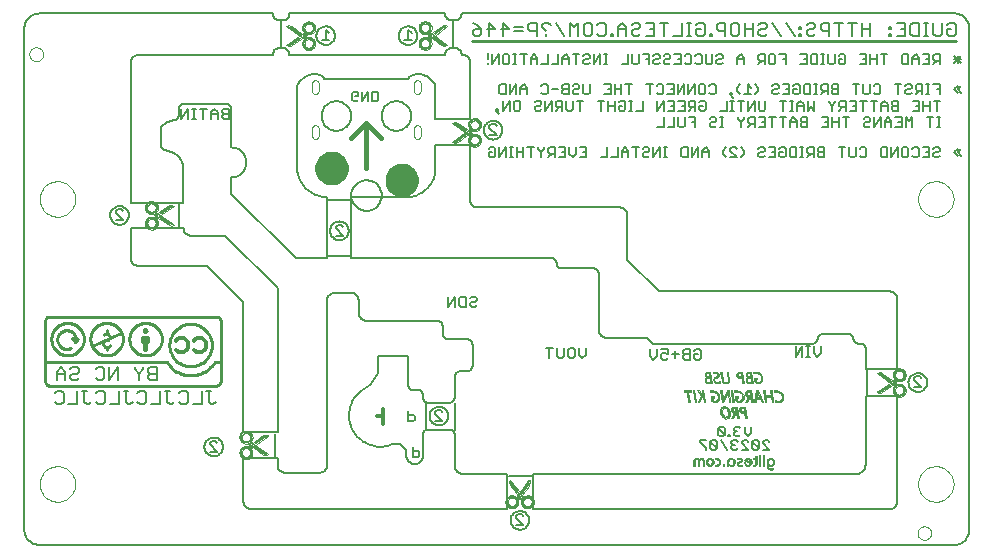
<source format=gbo>
G75*
G70*
%OFA0B0*%
%FSLAX24Y24*%
%IPPOS*%
%LPD*%
%AMOC8*
5,1,8,0,0,1.08239X$1,22.5*
%
%ADD10C,0.0050*%
%ADD11C,0.0060*%
%ADD12C,0.0080*%
%ADD13C,0.0100*%
%ADD14C,0.0000*%
%ADD15C,0.0004*%
%ADD16C,0.0120*%
%ADD17C,0.0070*%
%ADD18C,0.0020*%
%ADD19C,0.0040*%
%ADD20C,0.0160*%
%ADD21C,0.0030*%
D10*
X001427Y000927D02*
X031912Y000927D01*
X031957Y000928D01*
X032000Y000934D01*
X032044Y000943D01*
X032086Y000956D01*
X032127Y000972D01*
X032166Y000992D01*
X032204Y001015D01*
X032239Y001042D01*
X032272Y001071D01*
X032302Y001104D01*
X032329Y001138D01*
X032353Y001175D01*
X032374Y001214D01*
X032392Y001255D01*
X032405Y001297D01*
X032415Y001340D01*
X032422Y001383D01*
X032424Y001427D01*
X032423Y001427D02*
X032423Y018144D01*
X032424Y018145D02*
X032421Y018188D01*
X032415Y018232D01*
X032405Y018275D01*
X032391Y018317D01*
X032374Y018357D01*
X032353Y018396D01*
X032329Y018433D01*
X032302Y018468D01*
X032271Y018500D01*
X032239Y018529D01*
X032203Y018555D01*
X032166Y018579D01*
X032127Y018598D01*
X032086Y018615D01*
X032043Y018627D01*
X032000Y018636D01*
X031957Y018642D01*
X031912Y018643D01*
X031912Y018642D02*
X015500Y018642D01*
X015500Y018614D01*
X015496Y018586D01*
X015489Y018559D01*
X015478Y018533D01*
X015464Y018509D01*
X015447Y018487D01*
X015427Y018467D01*
X015405Y018450D01*
X015381Y018436D01*
X015355Y018425D01*
X015328Y018418D01*
X015300Y018414D01*
X015150Y018414D01*
X015225Y018414D02*
X015225Y017492D01*
X015150Y017492D02*
X015300Y017492D01*
X015328Y017488D01*
X015355Y017481D01*
X015381Y017470D01*
X015405Y017456D01*
X015427Y017439D01*
X015447Y017419D01*
X015464Y017397D01*
X015478Y017373D01*
X015489Y017347D01*
X015496Y017320D01*
X015500Y017292D01*
X015500Y017264D01*
X015545Y017264D01*
X015150Y017492D02*
X015122Y017488D01*
X015095Y017481D01*
X015069Y017470D01*
X015045Y017456D01*
X015023Y017439D01*
X015003Y017419D01*
X014986Y017397D01*
X014972Y017373D01*
X014961Y017347D01*
X014954Y017320D01*
X014950Y017292D01*
X014950Y017264D01*
X009762Y017264D01*
X009762Y017292D01*
X009758Y017320D01*
X009751Y017347D01*
X009740Y017373D01*
X009726Y017397D01*
X009709Y017419D01*
X009689Y017439D01*
X009667Y017456D01*
X009643Y017470D01*
X009617Y017481D01*
X009590Y017488D01*
X009562Y017492D01*
X009412Y017492D01*
X009487Y017492D02*
X009487Y018414D01*
X009562Y018414D02*
X009412Y018414D01*
X009413Y018414D02*
X009384Y018418D01*
X009357Y018425D01*
X009331Y018435D01*
X009306Y018449D01*
X009283Y018466D01*
X009263Y018486D01*
X009245Y018508D01*
X009231Y018533D01*
X009219Y018559D01*
X009212Y018586D01*
X009208Y018614D01*
X009207Y018642D01*
X001427Y018642D01*
X001383Y018640D01*
X001340Y018635D01*
X001298Y018625D01*
X001256Y018612D01*
X001216Y018596D01*
X001177Y018576D01*
X001141Y018552D01*
X001106Y018526D01*
X001074Y018497D01*
X001044Y018465D01*
X001018Y018430D01*
X000994Y018393D01*
X000974Y018355D01*
X000957Y018315D01*
X000944Y018273D01*
X000935Y018231D01*
X000929Y018187D01*
X000927Y018144D01*
X000927Y001427D01*
X000929Y001383D01*
X000935Y001340D01*
X000944Y001298D01*
X000957Y001256D01*
X000974Y001216D01*
X000994Y001177D01*
X001017Y001140D01*
X001044Y001106D01*
X001073Y001073D01*
X001106Y001044D01*
X001140Y001017D01*
X001177Y000994D01*
X001216Y000974D01*
X001256Y000957D01*
X001298Y000944D01*
X001340Y000935D01*
X001383Y000929D01*
X001427Y000927D01*
X008225Y002376D02*
X008225Y003826D01*
X009365Y003826D01*
X009365Y003586D01*
X009367Y003556D01*
X009372Y003526D01*
X009381Y003497D01*
X009394Y003470D01*
X009409Y003444D01*
X009428Y003420D01*
X009449Y003399D01*
X009473Y003380D01*
X009499Y003365D01*
X009526Y003352D01*
X009555Y003343D01*
X009585Y003338D01*
X009615Y003336D01*
X010765Y003336D01*
X010795Y003338D01*
X010825Y003343D01*
X010854Y003352D01*
X010881Y003365D01*
X010907Y003380D01*
X010931Y003399D01*
X010952Y003420D01*
X010971Y003444D01*
X010986Y003470D01*
X010999Y003497D01*
X011008Y003526D01*
X011013Y003556D01*
X011015Y003586D01*
X011015Y009086D01*
X011017Y009116D01*
X011022Y009146D01*
X011031Y009175D01*
X011044Y009202D01*
X011059Y009228D01*
X011078Y009252D01*
X011099Y009273D01*
X011123Y009292D01*
X011149Y009307D01*
X011176Y009320D01*
X011205Y009329D01*
X011235Y009334D01*
X011265Y009336D01*
X011815Y009336D01*
X011845Y009334D01*
X011875Y009329D01*
X011904Y009320D01*
X011931Y009307D01*
X011957Y009292D01*
X011981Y009273D01*
X012002Y009252D01*
X012021Y009228D01*
X012036Y009202D01*
X012049Y009175D01*
X012058Y009146D01*
X012063Y009116D01*
X012065Y009086D01*
X012065Y008686D01*
X012067Y008652D01*
X012073Y008619D01*
X012082Y008587D01*
X012095Y008556D01*
X012111Y008526D01*
X012130Y008499D01*
X012153Y008474D01*
X012178Y008451D01*
X012205Y008432D01*
X012235Y008416D01*
X012266Y008403D01*
X012298Y008394D01*
X012331Y008388D01*
X012365Y008386D01*
X014715Y008386D01*
X014738Y008384D01*
X014761Y008379D01*
X014783Y008370D01*
X014803Y008357D01*
X014821Y008342D01*
X014836Y008324D01*
X014849Y008304D01*
X014858Y008282D01*
X014863Y008259D01*
X014865Y008236D01*
X014865Y007986D01*
X014865Y007985D02*
X014868Y007957D01*
X014876Y007930D01*
X014887Y007904D01*
X014901Y007880D01*
X014919Y007858D01*
X014939Y007838D01*
X014961Y007821D01*
X014986Y007807D01*
X015012Y007796D01*
X015039Y007789D01*
X015067Y007785D01*
X015096Y007786D01*
X015665Y007786D01*
X015691Y007784D01*
X015717Y007779D01*
X015742Y007771D01*
X015765Y007759D01*
X015787Y007745D01*
X015806Y007727D01*
X015824Y007708D01*
X015838Y007686D01*
X015850Y007663D01*
X015858Y007638D01*
X015863Y007612D01*
X015865Y007586D01*
X015865Y006896D01*
X015861Y006869D01*
X015854Y006843D01*
X015843Y006818D01*
X015829Y006795D01*
X015812Y006774D01*
X015792Y006756D01*
X015769Y006741D01*
X015745Y006729D01*
X015719Y006721D01*
X015692Y006717D01*
X015665Y006716D01*
X015465Y006716D01*
X015439Y006714D01*
X015413Y006709D01*
X015388Y006701D01*
X015365Y006689D01*
X015343Y006675D01*
X015324Y006657D01*
X015306Y006638D01*
X015292Y006616D01*
X015280Y006593D01*
X015272Y006568D01*
X015267Y006542D01*
X015265Y006516D01*
X015265Y005830D01*
X015265Y005673D02*
X015265Y004773D01*
X015115Y004773D02*
X014391Y004773D01*
X014315Y004773D02*
X014315Y005673D01*
X014360Y005673D02*
X015093Y005673D01*
X015094Y005673D02*
X015117Y005674D01*
X015140Y005678D01*
X015162Y005685D01*
X015183Y005695D01*
X015203Y005708D01*
X015220Y005724D01*
X015235Y005742D01*
X015247Y005762D01*
X015256Y005784D01*
X015262Y005806D01*
X015265Y005830D01*
X014360Y005674D02*
X014337Y005678D01*
X014315Y005685D01*
X014294Y005695D01*
X014275Y005708D01*
X014258Y005724D01*
X014244Y005742D01*
X014232Y005762D01*
X014223Y005783D01*
X014217Y005805D01*
X014214Y005828D01*
X014215Y005851D01*
X014215Y005913D01*
X014215Y005914D02*
X014215Y005937D01*
X014211Y005960D01*
X014205Y005982D01*
X014195Y006003D01*
X014183Y006022D01*
X014168Y006039D01*
X014150Y006054D01*
X014131Y006067D01*
X014110Y006076D01*
X014088Y006082D01*
X014065Y006086D01*
X013875Y006086D01*
X013875Y006087D02*
X013852Y006090D01*
X013830Y006097D01*
X013809Y006107D01*
X013789Y006120D01*
X013772Y006136D01*
X013756Y006153D01*
X013744Y006173D01*
X013735Y006195D01*
X013728Y006217D01*
X013725Y006240D01*
X013726Y006264D01*
X013725Y006263D02*
X013725Y007213D01*
X012725Y007213D01*
X012725Y006713D01*
X012704Y006656D01*
X012681Y006600D01*
X012654Y006546D01*
X012624Y006493D01*
X012592Y006442D01*
X012556Y006393D01*
X012518Y006346D01*
X012478Y006301D01*
X012435Y006258D01*
X012389Y006218D01*
X012341Y006181D01*
X012292Y006146D01*
X012240Y006114D01*
X012187Y006085D01*
X012187Y006086D02*
X012137Y006048D01*
X012089Y006007D01*
X012044Y005963D01*
X012002Y005917D01*
X011962Y005868D01*
X011926Y005816D01*
X011893Y005763D01*
X011863Y005708D01*
X011836Y005651D01*
X011813Y005592D01*
X011794Y005532D01*
X011778Y005471D01*
X011766Y005410D01*
X011757Y005347D01*
X011753Y005284D01*
X011752Y005222D01*
X011755Y005159D01*
X011762Y005096D01*
X011773Y005034D01*
X011787Y004973D01*
X011805Y004913D01*
X011827Y004854D01*
X011852Y004796D01*
X011881Y004740D01*
X011913Y004686D01*
X011948Y004634D01*
X011986Y004584D01*
X012027Y004536D01*
X012072Y004491D01*
X012118Y004449D01*
X012167Y004410D01*
X012219Y004374D01*
X012272Y004341D01*
X012328Y004311D01*
X012385Y004285D01*
X012443Y004262D01*
X012503Y004243D01*
X012564Y004227D01*
X012626Y004215D01*
X012688Y004207D01*
X012751Y004203D01*
X012814Y004202D01*
X012877Y004206D01*
X012939Y004213D01*
X013001Y004224D01*
X013063Y004238D01*
X013123Y004256D01*
X013182Y004278D01*
X013239Y004304D01*
X013240Y004303D02*
X013460Y004303D01*
X013660Y004103D01*
X013660Y003903D01*
X013659Y003903D02*
X013661Y003871D01*
X013666Y003839D01*
X013676Y003808D01*
X013689Y003778D01*
X013705Y003750D01*
X013724Y003724D01*
X013746Y003701D01*
X013771Y003680D01*
X013798Y003662D01*
X013827Y003648D01*
X013857Y003637D01*
X013889Y003629D01*
X013921Y003625D01*
X013953Y003625D01*
X013985Y003629D01*
X014017Y003637D01*
X014047Y003648D01*
X014076Y003662D01*
X014103Y003680D01*
X014128Y003701D01*
X014150Y003724D01*
X014169Y003750D01*
X014185Y003778D01*
X014198Y003808D01*
X014208Y003839D01*
X014213Y003871D01*
X014215Y003903D01*
X014215Y004625D01*
X014218Y004648D01*
X014225Y004670D01*
X014235Y004691D01*
X014248Y004711D01*
X014263Y004728D01*
X014281Y004743D01*
X014301Y004755D01*
X014322Y004765D01*
X014345Y004771D01*
X014368Y004774D01*
X014391Y004773D01*
X015115Y004773D02*
X015138Y004770D01*
X015160Y004763D01*
X015180Y004754D01*
X015200Y004742D01*
X015217Y004727D01*
X015232Y004710D01*
X015245Y004691D01*
X015254Y004670D01*
X015261Y004648D01*
X015264Y004626D01*
X015265Y004603D01*
X015265Y003586D01*
X015267Y003552D01*
X015273Y003519D01*
X015282Y003487D01*
X015295Y003456D01*
X015311Y003426D01*
X015330Y003399D01*
X015353Y003374D01*
X015378Y003351D01*
X015405Y003332D01*
X015435Y003316D01*
X015466Y003303D01*
X015498Y003294D01*
X015531Y003288D01*
X015565Y003286D01*
X017025Y003286D01*
X017025Y002126D01*
X008475Y002126D01*
X008445Y002128D01*
X008415Y002133D01*
X008386Y002142D01*
X008359Y002155D01*
X008333Y002170D01*
X008309Y002189D01*
X008288Y002210D01*
X008269Y002234D01*
X008254Y002260D01*
X008241Y002287D01*
X008232Y002316D01*
X008227Y002346D01*
X008225Y002376D01*
X009265Y003867D02*
X009265Y004635D01*
X009365Y004676D02*
X008225Y004676D01*
X008225Y009026D01*
X007025Y010226D01*
X004725Y010226D01*
X004695Y010228D01*
X004665Y010233D01*
X004636Y010242D01*
X004609Y010255D01*
X004583Y010270D01*
X004559Y010289D01*
X004538Y010310D01*
X004519Y010334D01*
X004504Y010360D01*
X004491Y010387D01*
X004482Y010416D01*
X004477Y010446D01*
X004475Y010476D01*
X004475Y011476D01*
X006225Y011476D01*
X006095Y011517D02*
X006095Y012285D01*
X006225Y012326D02*
X006225Y013526D01*
X005925Y013976D02*
X005625Y014076D01*
X005599Y014085D01*
X005574Y014097D01*
X005551Y014113D01*
X005530Y014131D01*
X005512Y014152D01*
X005496Y014175D01*
X005484Y014200D01*
X005475Y014226D01*
X005475Y014826D01*
X005625Y014976D02*
X005925Y015076D01*
X006075Y015226D02*
X006075Y015476D01*
X006077Y015499D01*
X006082Y015522D01*
X006091Y015544D01*
X006104Y015564D01*
X006119Y015582D01*
X006137Y015597D01*
X006157Y015610D01*
X006179Y015619D01*
X006202Y015624D01*
X006225Y015626D01*
X007675Y015626D01*
X007698Y015624D01*
X007721Y015619D01*
X007743Y015610D01*
X007763Y015597D01*
X007781Y015582D01*
X007796Y015564D01*
X007809Y015544D01*
X007818Y015522D01*
X007823Y015499D01*
X007825Y015476D01*
X007825Y014176D01*
X007869Y014174D01*
X007912Y014168D01*
X007954Y014159D01*
X007996Y014146D01*
X008036Y014129D01*
X008075Y014109D01*
X008112Y014086D01*
X008146Y014059D01*
X008179Y014030D01*
X008208Y013997D01*
X008235Y013963D01*
X008258Y013926D01*
X008278Y013887D01*
X008295Y013847D01*
X008308Y013805D01*
X008317Y013763D01*
X008323Y013720D01*
X008325Y013676D01*
X008323Y013632D01*
X008317Y013589D01*
X008308Y013547D01*
X008295Y013505D01*
X008278Y013465D01*
X008258Y013426D01*
X008235Y013389D01*
X008208Y013355D01*
X008179Y013322D01*
X008146Y013293D01*
X008112Y013266D01*
X008075Y013243D01*
X008036Y013223D01*
X007996Y013206D01*
X007954Y013193D01*
X007912Y013184D01*
X007869Y013178D01*
X007825Y013176D01*
X007825Y012636D01*
X009965Y010486D01*
X011025Y010486D01*
X011025Y012524D01*
X010975Y012524D01*
X011044Y012414D02*
X011795Y012414D01*
X011825Y012524D02*
X011825Y010486D01*
X018508Y010486D01*
X018533Y010483D01*
X018557Y010476D01*
X018580Y010466D01*
X018602Y010452D01*
X018621Y010436D01*
X018638Y010417D01*
X018652Y010396D01*
X018663Y010374D01*
X018670Y010349D01*
X018674Y010325D01*
X018675Y010299D01*
X018674Y010300D02*
X018676Y010277D01*
X018681Y010255D01*
X018690Y010234D01*
X018703Y010214D01*
X018718Y010197D01*
X018735Y010182D01*
X018755Y010170D01*
X018776Y010162D01*
X018798Y010157D01*
X018821Y010155D01*
X019858Y010155D01*
X019858Y010156D02*
X019885Y010155D01*
X019912Y010151D01*
X019938Y010143D01*
X019963Y010132D01*
X019986Y010118D01*
X020008Y010101D01*
X020027Y010081D01*
X020043Y010059D01*
X020056Y010035D01*
X020066Y010009D01*
X020072Y009983D01*
X020075Y009955D01*
X020075Y008086D01*
X020077Y008056D01*
X020082Y008026D01*
X020091Y007997D01*
X020104Y007970D01*
X020119Y007944D01*
X020138Y007920D01*
X020159Y007899D01*
X020183Y007880D01*
X020209Y007865D01*
X020236Y007852D01*
X020265Y007843D01*
X020295Y007838D01*
X020325Y007836D01*
X021665Y007836D01*
X021865Y007636D01*
X027171Y007636D01*
X027172Y007636D02*
X027198Y007635D01*
X027224Y007639D01*
X027250Y007646D01*
X027274Y007657D01*
X027296Y007671D01*
X027316Y007688D01*
X027334Y007708D01*
X027348Y007730D01*
X027360Y007753D01*
X027367Y007779D01*
X027371Y007805D01*
X027373Y007828D01*
X027378Y007851D01*
X027387Y007873D01*
X027400Y007893D01*
X027415Y007911D01*
X027433Y007926D01*
X027453Y007939D01*
X027475Y007948D01*
X027498Y007953D01*
X027521Y007955D01*
X028408Y007955D01*
X028431Y007953D01*
X028454Y007948D01*
X028476Y007939D01*
X028496Y007926D01*
X028514Y007911D01*
X028529Y007893D01*
X028542Y007873D01*
X028551Y007851D01*
X028556Y007828D01*
X028558Y007805D01*
X028559Y007805D02*
X028563Y007779D01*
X028570Y007753D01*
X028582Y007730D01*
X028596Y007708D01*
X028614Y007688D01*
X028634Y007671D01*
X028656Y007657D01*
X028680Y007646D01*
X028706Y007639D01*
X028732Y007635D01*
X028758Y007636D01*
X028821Y007636D01*
X028822Y007636D02*
X028844Y007632D01*
X028866Y007624D01*
X028887Y007614D01*
X028906Y007600D01*
X028923Y007584D01*
X028938Y007566D01*
X028949Y007546D01*
X028958Y007524D01*
X028964Y007502D01*
X028966Y007479D01*
X028965Y007455D01*
X028965Y006801D01*
X030025Y006801D01*
X030025Y009126D01*
X030023Y009156D01*
X030018Y009186D01*
X030009Y009215D01*
X029996Y009242D01*
X029981Y009268D01*
X029962Y009292D01*
X029941Y009313D01*
X029917Y009332D01*
X029891Y009347D01*
X029864Y009360D01*
X029835Y009369D01*
X029805Y009374D01*
X029775Y009376D01*
X022075Y009376D01*
X021025Y010436D01*
X021025Y011926D01*
X021023Y011956D01*
X021018Y011986D01*
X021009Y012015D01*
X020996Y012042D01*
X020981Y012068D01*
X020962Y012092D01*
X020941Y012113D01*
X020917Y012132D01*
X020891Y012147D01*
X020864Y012160D01*
X020835Y012169D01*
X020805Y012174D01*
X020775Y012176D01*
X016035Y012176D01*
X016005Y012178D01*
X015975Y012183D01*
X015946Y012192D01*
X015919Y012205D01*
X015893Y012220D01*
X015869Y012239D01*
X015848Y012260D01*
X015829Y012284D01*
X015814Y012310D01*
X015801Y012337D01*
X015792Y012366D01*
X015787Y012396D01*
X015785Y012426D01*
X015785Y014264D01*
X014625Y014264D01*
X014625Y013374D01*
X014025Y013210D02*
X014041Y013120D01*
X014041Y013029D01*
X014025Y012939D01*
X013994Y012853D01*
X013948Y012774D01*
X013890Y012704D01*
X013820Y012646D01*
X013741Y012600D01*
X013655Y012569D01*
X013565Y012553D01*
X013474Y012553D01*
X013384Y012569D01*
X013299Y012600D01*
X013220Y012646D01*
X013150Y012704D01*
X013091Y012774D01*
X013046Y012853D01*
X013014Y012939D01*
X012999Y013029D01*
X012999Y013120D01*
X013014Y013210D01*
X013046Y013295D01*
X013091Y013374D01*
X013150Y013444D01*
X013220Y013503D01*
X013299Y013548D01*
X013384Y013580D01*
X013474Y013596D01*
X013565Y013596D01*
X013655Y013580D01*
X013741Y013548D01*
X013820Y013503D01*
X013890Y013444D01*
X013948Y013374D01*
X013994Y013295D01*
X013045Y013295D01*
X013028Y013246D02*
X014012Y013246D01*
X014025Y013210D02*
X013994Y013295D01*
X013966Y013343D02*
X013073Y013343D01*
X013106Y013392D02*
X013934Y013392D01*
X013893Y013440D02*
X013147Y013440D01*
X013203Y013489D02*
X013837Y013489D01*
X013760Y013537D02*
X013280Y013537D01*
X013420Y013586D02*
X013620Y013586D01*
X014625Y013375D02*
X014616Y013314D01*
X014603Y013255D01*
X014586Y013196D01*
X014566Y013138D01*
X014542Y013082D01*
X014515Y013027D01*
X014484Y012974D01*
X014450Y012924D01*
X014413Y012875D01*
X014372Y012829D01*
X014329Y012786D01*
X014283Y012745D01*
X014235Y012708D01*
X014185Y012673D01*
X014132Y012642D01*
X014078Y012615D01*
X014022Y012590D01*
X013964Y012570D01*
X013905Y012553D01*
X013846Y012540D01*
X013785Y012530D01*
X013724Y012525D01*
X013725Y012524D02*
X011825Y012524D01*
X011815Y012574D02*
X011817Y012619D01*
X011823Y012664D01*
X011833Y012708D01*
X011847Y012751D01*
X011864Y012792D01*
X011885Y012832D01*
X011910Y012870D01*
X011938Y012906D01*
X011968Y012939D01*
X012002Y012969D01*
X012038Y012996D01*
X012077Y013019D01*
X012117Y013040D01*
X012159Y013056D01*
X012202Y013069D01*
X012246Y013078D01*
X012291Y013083D01*
X012336Y013084D01*
X012381Y013081D01*
X012426Y013074D01*
X012470Y013063D01*
X012512Y013048D01*
X012554Y013030D01*
X012593Y013008D01*
X012630Y012983D01*
X012665Y012954D01*
X012697Y012922D01*
X012727Y012888D01*
X012753Y012851D01*
X012776Y012813D01*
X012795Y012772D01*
X012811Y012729D01*
X012823Y012686D01*
X012831Y012642D01*
X012835Y012597D01*
X012835Y012551D01*
X012831Y012506D01*
X012823Y012462D01*
X012811Y012419D01*
X012795Y012376D01*
X012776Y012335D01*
X012753Y012297D01*
X012727Y012260D01*
X012697Y012226D01*
X012665Y012194D01*
X012630Y012165D01*
X012593Y012140D01*
X012554Y012118D01*
X012512Y012100D01*
X012470Y012085D01*
X012426Y012074D01*
X012381Y012067D01*
X012336Y012064D01*
X012291Y012065D01*
X012246Y012070D01*
X012202Y012079D01*
X012159Y012092D01*
X012117Y012108D01*
X012077Y012129D01*
X012038Y012152D01*
X012002Y012179D01*
X011968Y012209D01*
X011938Y012242D01*
X011910Y012278D01*
X011885Y012316D01*
X011864Y012356D01*
X011847Y012397D01*
X011833Y012440D01*
X011823Y012484D01*
X011817Y012529D01*
X011815Y012574D01*
X011480Y013046D02*
X011401Y013000D01*
X011315Y012969D01*
X011225Y012953D01*
X011134Y012953D01*
X011044Y012969D01*
X010959Y013000D01*
X010880Y013046D01*
X010810Y013104D01*
X010751Y013174D01*
X010706Y013253D01*
X010674Y013339D01*
X010659Y013429D01*
X010659Y013520D01*
X010674Y013610D01*
X010706Y013695D01*
X010751Y013774D01*
X010810Y013844D01*
X010880Y013903D01*
X010959Y013948D01*
X011044Y013980D01*
X011134Y013996D01*
X011225Y013996D01*
X011315Y013980D01*
X011401Y013948D01*
X011480Y013903D01*
X011550Y013844D01*
X011608Y013774D01*
X011654Y013695D01*
X011685Y013610D01*
X011701Y013520D01*
X011701Y013429D01*
X011685Y013339D01*
X011654Y013253D01*
X011608Y013174D01*
X011550Y013104D01*
X011480Y013046D01*
X011488Y013052D02*
X010872Y013052D01*
X010814Y013101D02*
X011546Y013101D01*
X011588Y013149D02*
X010772Y013149D01*
X010737Y013198D02*
X011622Y013198D01*
X011650Y013246D02*
X010709Y013246D01*
X010690Y013295D02*
X011669Y013295D01*
X011686Y013343D02*
X010674Y013343D01*
X010665Y013392D02*
X011695Y013392D01*
X011701Y013440D02*
X010659Y013440D01*
X010659Y013489D02*
X011701Y013489D01*
X011698Y013537D02*
X010662Y013537D01*
X010670Y013586D02*
X011689Y013586D01*
X011676Y013634D02*
X010683Y013634D01*
X010701Y013683D02*
X011659Y013683D01*
X011633Y013731D02*
X010726Y013731D01*
X010756Y013780D02*
X011604Y013780D01*
X011563Y013828D02*
X010797Y013828D01*
X010849Y013877D02*
X011511Y013877D01*
X011441Y013925D02*
X010919Y013925D01*
X011029Y013974D02*
X011331Y013974D01*
X010024Y013374D02*
X010034Y013315D01*
X010048Y013256D01*
X010066Y013198D01*
X010087Y013142D01*
X010111Y013087D01*
X010139Y013033D01*
X010170Y012982D01*
X010204Y012932D01*
X010240Y012884D01*
X010280Y012839D01*
X010322Y012796D01*
X010367Y012756D01*
X010415Y012719D01*
X010464Y012684D01*
X010515Y012653D01*
X010569Y012625D01*
X010623Y012600D01*
X010680Y012578D01*
X010737Y012560D01*
X010795Y012546D01*
X010855Y012535D01*
X010914Y012527D01*
X010974Y012524D01*
X011120Y012955D02*
X011239Y012955D01*
X011408Y013004D02*
X010952Y013004D01*
X010025Y013374D02*
X010025Y016238D01*
X010045Y016282D01*
X010069Y016324D01*
X010096Y016364D01*
X010126Y016402D01*
X010159Y016437D01*
X010195Y016470D01*
X010233Y016500D01*
X010273Y016527D01*
X010316Y016550D01*
X010360Y016570D01*
X010405Y016587D01*
X010452Y016600D01*
X010499Y016609D01*
X010547Y016614D01*
X010596Y016616D01*
X010644Y016614D01*
X010692Y016608D01*
X010739Y016598D01*
X010786Y016585D01*
X010831Y016568D01*
X010928Y016474D02*
X013718Y016474D01*
X013719Y016474D02*
X013730Y016494D01*
X013744Y016513D01*
X013760Y016530D01*
X013778Y016545D01*
X013798Y016558D01*
X013818Y016568D01*
X014625Y016238D02*
X014625Y015114D01*
X015785Y015114D01*
X015785Y017014D01*
X015784Y017044D01*
X015779Y017073D01*
X015771Y017101D01*
X015759Y017128D01*
X015744Y017154D01*
X015727Y017178D01*
X015706Y017199D01*
X015683Y017218D01*
X015658Y017234D01*
X015632Y017246D01*
X015603Y017256D01*
X015574Y017262D01*
X015545Y017264D01*
X016394Y017335D02*
X016394Y017115D01*
X016394Y017005D02*
X016394Y016950D01*
X016524Y016950D02*
X016524Y017280D01*
X016744Y017280D02*
X016524Y016950D01*
X016744Y016950D02*
X016744Y017280D01*
X016874Y017225D02*
X016929Y017280D01*
X017039Y017280D01*
X017094Y017225D01*
X017094Y017005D01*
X017039Y016950D01*
X016929Y016950D01*
X016874Y017005D01*
X016874Y017225D01*
X017217Y017280D02*
X017327Y017280D01*
X017272Y017280D02*
X017272Y016950D01*
X017327Y016950D02*
X017217Y016950D01*
X017567Y016950D02*
X017567Y017280D01*
X017677Y017280D02*
X017457Y017280D01*
X017807Y017170D02*
X017807Y016950D01*
X017807Y017115D02*
X018027Y017115D01*
X018027Y017170D02*
X017917Y017280D01*
X017807Y017170D01*
X018027Y017170D02*
X018027Y016950D01*
X018157Y016950D02*
X018377Y016950D01*
X018377Y017280D01*
X018727Y017280D02*
X018727Y016950D01*
X018507Y016950D01*
X018857Y016950D02*
X018857Y017170D01*
X018967Y017280D01*
X019077Y017170D01*
X019077Y016950D01*
X019077Y017115D02*
X018857Y017115D01*
X019207Y017280D02*
X019427Y017280D01*
X019317Y017280D02*
X019317Y016950D01*
X019557Y017005D02*
X019557Y017060D01*
X019612Y017115D01*
X019722Y017115D01*
X019777Y017170D01*
X019777Y017225D01*
X019722Y017280D01*
X019612Y017280D01*
X019557Y017225D01*
X019906Y017280D02*
X019906Y016950D01*
X020127Y017280D01*
X020127Y016950D01*
X020250Y016950D02*
X020360Y016950D01*
X020305Y016950D02*
X020305Y017280D01*
X020360Y017280D02*
X020250Y017280D01*
X019777Y017005D02*
X019722Y016950D01*
X019612Y016950D01*
X019557Y017005D01*
X019557Y016280D02*
X019557Y016005D01*
X019612Y015950D01*
X019722Y015950D01*
X019777Y016005D01*
X019777Y016280D01*
X019427Y016225D02*
X019427Y016170D01*
X019372Y016115D01*
X019262Y016115D01*
X019207Y016060D01*
X019207Y016005D01*
X019262Y015950D01*
X019372Y015950D01*
X019427Y016005D01*
X019427Y016225D02*
X019372Y016280D01*
X019262Y016280D01*
X019207Y016225D01*
X019077Y016280D02*
X018912Y016280D01*
X018857Y016225D01*
X018857Y016170D01*
X018912Y016115D01*
X019077Y016115D01*
X019077Y015950D02*
X019077Y016280D01*
X018912Y016115D02*
X018857Y016060D01*
X018857Y016005D01*
X018912Y015950D01*
X019077Y015950D01*
X018988Y015730D02*
X018988Y015455D01*
X019043Y015400D01*
X019153Y015400D01*
X019208Y015455D01*
X019208Y015730D01*
X019338Y015730D02*
X019558Y015730D01*
X019448Y015730D02*
X019448Y015400D01*
X018858Y015400D02*
X018858Y015730D01*
X018693Y015730D01*
X018638Y015675D01*
X018638Y015565D01*
X018693Y015510D01*
X018858Y015510D01*
X018748Y015510D02*
X018638Y015400D01*
X018509Y015400D02*
X018509Y015730D01*
X018288Y015400D01*
X018288Y015730D01*
X018159Y015675D02*
X018159Y015620D01*
X018104Y015565D01*
X017994Y015565D01*
X017938Y015510D01*
X017938Y015455D01*
X017994Y015400D01*
X018104Y015400D01*
X018159Y015455D01*
X018159Y015675D02*
X018104Y015730D01*
X017994Y015730D01*
X017938Y015675D01*
X017677Y015950D02*
X017677Y016170D01*
X017567Y016280D01*
X017457Y016170D01*
X017457Y015950D01*
X017327Y015950D02*
X017327Y016280D01*
X017107Y015950D01*
X017107Y016280D01*
X016978Y016280D02*
X016812Y016280D01*
X016757Y016225D01*
X016757Y016005D01*
X016812Y015950D01*
X016978Y015950D01*
X016978Y016280D01*
X017457Y016115D02*
X017677Y016115D01*
X018157Y016225D02*
X018212Y016280D01*
X018322Y016280D01*
X018377Y016225D01*
X018377Y016005D01*
X018322Y015950D01*
X018212Y015950D01*
X018157Y016005D01*
X018507Y016115D02*
X018727Y016115D01*
X017459Y015675D02*
X017459Y015455D01*
X017404Y015400D01*
X017294Y015400D01*
X017239Y015455D01*
X017239Y015675D01*
X017294Y015730D01*
X017404Y015730D01*
X017459Y015675D01*
X017109Y015730D02*
X016889Y015400D01*
X016889Y015730D01*
X017109Y015730D02*
X017109Y015400D01*
X016759Y015290D02*
X016649Y015400D01*
X016704Y015400D01*
X016704Y015455D01*
X016649Y015455D01*
X016649Y015400D01*
X015274Y014383D02*
X015231Y014369D01*
X016407Y014125D02*
X016463Y014180D01*
X016573Y014180D01*
X016628Y014125D01*
X016628Y013905D01*
X016573Y013850D01*
X016463Y013850D01*
X016407Y013905D01*
X016407Y014015D01*
X016518Y014015D01*
X016757Y013850D02*
X016757Y014180D01*
X016978Y014180D02*
X016757Y013850D01*
X016978Y013850D02*
X016978Y014180D01*
X017101Y014180D02*
X017211Y014180D01*
X017156Y014180D02*
X017156Y013850D01*
X017211Y013850D02*
X017101Y013850D01*
X017341Y013850D02*
X017341Y014180D01*
X017341Y014015D02*
X017561Y014015D01*
X017561Y013850D02*
X017561Y014180D01*
X017690Y014180D02*
X017911Y014180D01*
X017801Y014180D02*
X017801Y013850D01*
X018150Y013850D02*
X018150Y014015D01*
X018040Y014125D01*
X018040Y014180D01*
X018150Y014015D02*
X018261Y014125D01*
X018261Y014180D01*
X018390Y014125D02*
X018390Y014015D01*
X018445Y013960D01*
X018610Y013960D01*
X018500Y013960D02*
X018390Y013850D01*
X018610Y013850D02*
X018610Y014180D01*
X018445Y014180D01*
X018390Y014125D01*
X018740Y014180D02*
X018960Y014180D01*
X018960Y013850D01*
X018740Y013850D01*
X018850Y014015D02*
X018960Y014015D01*
X019090Y013960D02*
X019200Y013850D01*
X019310Y013960D01*
X019310Y014180D01*
X019440Y014180D02*
X019660Y014180D01*
X019660Y013850D01*
X019440Y013850D01*
X019550Y014015D02*
X019660Y014015D01*
X019090Y013960D02*
X019090Y014180D01*
X020140Y013850D02*
X020360Y013850D01*
X020360Y014180D01*
X020710Y014180D02*
X020710Y013850D01*
X020490Y013850D01*
X020840Y013850D02*
X020840Y014070D01*
X020950Y014180D01*
X021060Y014070D01*
X021060Y013850D01*
X021060Y014015D02*
X020840Y014015D01*
X021189Y014180D02*
X021410Y014180D01*
X021300Y014180D02*
X021300Y013850D01*
X021539Y013905D02*
X021594Y013850D01*
X021704Y013850D01*
X021759Y013905D01*
X021704Y014015D02*
X021594Y014015D01*
X021539Y013960D01*
X021539Y013905D01*
X021704Y014015D02*
X021759Y014070D01*
X021759Y014125D01*
X021704Y014180D01*
X021594Y014180D01*
X021539Y014125D01*
X021889Y014180D02*
X021889Y013850D01*
X022109Y014180D01*
X022109Y013850D01*
X022233Y013850D02*
X022343Y013850D01*
X022288Y013850D02*
X022288Y014180D01*
X022343Y014180D02*
X022233Y014180D01*
X022822Y014125D02*
X022822Y013905D01*
X022877Y013850D01*
X023042Y013850D01*
X023042Y014180D01*
X022877Y014180D01*
X022822Y014125D01*
X023172Y014180D02*
X023172Y013850D01*
X023392Y014180D01*
X023392Y013850D01*
X023522Y013850D02*
X023522Y014070D01*
X023632Y014180D01*
X023742Y014070D01*
X023742Y013850D01*
X023742Y014015D02*
X023522Y014015D01*
X024215Y014070D02*
X024325Y014180D01*
X024455Y014125D02*
X024455Y014070D01*
X024675Y013850D01*
X024455Y013850D01*
X024325Y013850D02*
X024215Y013960D01*
X024215Y014070D01*
X024455Y014125D02*
X024510Y014180D01*
X024620Y014180D01*
X024675Y014125D01*
X024798Y014180D02*
X024909Y014070D01*
X024909Y013960D01*
X024798Y013850D01*
X025388Y013905D02*
X025443Y013850D01*
X025553Y013850D01*
X025608Y013905D01*
X025553Y014015D02*
X025443Y014015D01*
X025388Y013960D01*
X025388Y013905D01*
X025553Y014015D02*
X025608Y014070D01*
X025608Y014125D01*
X025553Y014180D01*
X025443Y014180D01*
X025388Y014125D01*
X025738Y014180D02*
X025958Y014180D01*
X025958Y013850D01*
X025738Y013850D01*
X025848Y014015D02*
X025958Y014015D01*
X026088Y014015D02*
X026198Y014015D01*
X026088Y014015D02*
X026088Y013905D01*
X026143Y013850D01*
X026253Y013850D01*
X026308Y013905D01*
X026308Y014125D01*
X026253Y014180D01*
X026143Y014180D01*
X026088Y014125D01*
X026438Y014125D02*
X026438Y013905D01*
X026493Y013850D01*
X026658Y013850D01*
X026658Y014180D01*
X026493Y014180D01*
X026438Y014125D01*
X026781Y014180D02*
X026891Y014180D01*
X026836Y014180D02*
X026836Y013850D01*
X026891Y013850D02*
X026781Y013850D01*
X027021Y013850D02*
X027131Y013960D01*
X027076Y013960D02*
X027241Y013960D01*
X027241Y013850D02*
X027241Y014180D01*
X027076Y014180D01*
X027021Y014125D01*
X027021Y014015D01*
X027076Y013960D01*
X027371Y013960D02*
X027371Y013905D01*
X027426Y013850D01*
X027591Y013850D01*
X027591Y014180D01*
X027426Y014180D01*
X027371Y014125D01*
X027371Y014070D01*
X027426Y014015D01*
X027591Y014015D01*
X027426Y014015D02*
X027371Y013960D01*
X028071Y014180D02*
X028291Y014180D01*
X028181Y014180D02*
X028181Y013850D01*
X028421Y013905D02*
X028421Y014180D01*
X028641Y014180D02*
X028641Y013905D01*
X028586Y013850D01*
X028476Y013850D01*
X028421Y013905D01*
X028771Y013905D02*
X028826Y013850D01*
X028936Y013850D01*
X028991Y013905D01*
X028991Y014125D01*
X028936Y014180D01*
X028826Y014180D01*
X028771Y014125D01*
X029470Y014125D02*
X029470Y013905D01*
X029525Y013850D01*
X029691Y013850D01*
X029691Y014180D01*
X029525Y014180D01*
X029470Y014125D01*
X029820Y014180D02*
X029820Y013850D01*
X030040Y014180D01*
X030040Y013850D01*
X030170Y013905D02*
X030225Y013850D01*
X030335Y013850D01*
X030390Y013905D01*
X030390Y014125D01*
X030335Y014180D01*
X030225Y014180D01*
X030170Y014125D01*
X030170Y013905D01*
X030520Y013905D02*
X030575Y013850D01*
X030685Y013850D01*
X030740Y013905D01*
X030740Y014125D01*
X030685Y014180D01*
X030575Y014180D01*
X030520Y014125D01*
X030870Y014180D02*
X031090Y014180D01*
X031090Y013850D01*
X030870Y013850D01*
X030980Y014015D02*
X031090Y014015D01*
X031220Y013960D02*
X031220Y013905D01*
X031275Y013850D01*
X031385Y013850D01*
X031440Y013905D01*
X031385Y014015D02*
X031275Y014015D01*
X031220Y013960D01*
X031220Y014125D02*
X031275Y014180D01*
X031385Y014180D01*
X031440Y014125D01*
X031440Y014070D01*
X031385Y014015D01*
X031920Y014015D02*
X032030Y013905D01*
X032030Y014015D02*
X032140Y013905D01*
X032030Y014015D02*
X032140Y014125D01*
X032030Y014125D02*
X031920Y014015D01*
X031455Y014850D02*
X031345Y014850D01*
X031400Y014850D02*
X031400Y015180D01*
X031455Y015180D02*
X031345Y015180D01*
X031222Y015180D02*
X031001Y015180D01*
X031111Y015180D02*
X031111Y014850D01*
X030522Y014850D02*
X030522Y015180D01*
X030412Y015070D01*
X030302Y015180D01*
X030302Y014850D01*
X030172Y014850D02*
X029952Y014850D01*
X029822Y014850D02*
X029822Y015070D01*
X029712Y015180D01*
X029602Y015070D01*
X029602Y014850D01*
X029472Y014850D02*
X029472Y015180D01*
X029252Y014850D01*
X029252Y015180D01*
X029122Y015125D02*
X029122Y015070D01*
X029067Y015015D01*
X028957Y015015D01*
X028902Y014960D01*
X028902Y014905D01*
X028957Y014850D01*
X029067Y014850D01*
X029122Y014905D01*
X029122Y015125D02*
X029067Y015180D01*
X028957Y015180D01*
X028902Y015125D01*
X028895Y015400D02*
X028895Y015730D01*
X028785Y015730D02*
X029006Y015730D01*
X029135Y015730D02*
X029355Y015730D01*
X029245Y015730D02*
X029245Y015400D01*
X029485Y015400D02*
X029485Y015620D01*
X029595Y015730D01*
X029705Y015620D01*
X029705Y015400D01*
X029835Y015455D02*
X029890Y015400D01*
X030055Y015400D01*
X030055Y015730D01*
X029890Y015730D01*
X029835Y015675D01*
X029835Y015620D01*
X029890Y015565D01*
X030055Y015565D01*
X029890Y015565D02*
X029835Y015510D01*
X029835Y015455D01*
X029705Y015565D02*
X029485Y015565D01*
X029402Y015950D02*
X029292Y015950D01*
X029237Y016005D01*
X029107Y016005D02*
X029052Y015950D01*
X028942Y015950D01*
X028887Y016005D01*
X028887Y016280D01*
X028757Y016280D02*
X028537Y016280D01*
X028647Y016280D02*
X028647Y015950D01*
X028656Y015730D02*
X028656Y015400D01*
X028435Y015400D01*
X028306Y015400D02*
X028306Y015730D01*
X028141Y015730D01*
X028086Y015675D01*
X028086Y015565D01*
X028141Y015510D01*
X028306Y015510D01*
X028196Y015510D02*
X028086Y015400D01*
X028072Y015180D02*
X028072Y014850D01*
X028072Y015015D02*
X027852Y015015D01*
X027723Y015015D02*
X027612Y015015D01*
X027502Y015180D02*
X027723Y015180D01*
X027723Y014850D01*
X027502Y014850D01*
X027852Y014850D02*
X027852Y015180D01*
X027846Y015400D02*
X027846Y015565D01*
X027736Y015675D01*
X027736Y015730D01*
X027846Y015565D02*
X027956Y015675D01*
X027956Y015730D01*
X027893Y015950D02*
X028058Y015950D01*
X028058Y016280D01*
X027893Y016280D01*
X027837Y016225D01*
X027837Y016170D01*
X027893Y016115D01*
X028058Y016115D01*
X027893Y016115D02*
X027837Y016060D01*
X027837Y016005D01*
X027893Y015950D01*
X027708Y015950D02*
X027708Y016280D01*
X027543Y016280D01*
X027488Y016225D01*
X027488Y016115D01*
X027543Y016060D01*
X027708Y016060D01*
X027598Y016060D02*
X027488Y015950D01*
X027358Y015950D02*
X027248Y015950D01*
X027303Y015950D02*
X027303Y016280D01*
X027358Y016280D02*
X027248Y016280D01*
X027125Y016280D02*
X026959Y016280D01*
X026904Y016225D01*
X026904Y016005D01*
X026959Y015950D01*
X027125Y015950D01*
X027125Y016280D01*
X026775Y016225D02*
X026775Y016005D01*
X026720Y015950D01*
X026610Y015950D01*
X026555Y016005D01*
X026555Y016115D01*
X026665Y016115D01*
X026775Y016225D02*
X026720Y016280D01*
X026610Y016280D01*
X026555Y016225D01*
X026425Y016280D02*
X026205Y016280D01*
X026075Y016225D02*
X026020Y016280D01*
X025910Y016280D01*
X025855Y016225D01*
X025910Y016115D02*
X025855Y016060D01*
X025855Y016005D01*
X025910Y015950D01*
X026020Y015950D01*
X026075Y016005D01*
X026020Y016115D02*
X025910Y016115D01*
X026020Y016115D02*
X026075Y016170D01*
X026075Y016225D01*
X026315Y016115D02*
X026425Y016115D01*
X026425Y016280D02*
X026425Y015950D01*
X026205Y015950D01*
X026213Y015730D02*
X026213Y015400D01*
X026213Y015180D02*
X026213Y014850D01*
X026453Y014850D02*
X026453Y015070D01*
X026563Y015180D01*
X026673Y015070D01*
X026673Y014850D01*
X026803Y014905D02*
X026858Y014850D01*
X027023Y014850D01*
X027023Y015180D01*
X026858Y015180D01*
X026803Y015125D01*
X026803Y015070D01*
X026858Y015015D01*
X027023Y015015D01*
X026858Y015015D02*
X026803Y014960D01*
X026803Y014905D01*
X026673Y015015D02*
X026453Y015015D01*
X026323Y015180D02*
X026103Y015180D01*
X025973Y015180D02*
X025753Y015180D01*
X025863Y015180D02*
X025863Y014850D01*
X025623Y014850D02*
X025403Y014850D01*
X025273Y014850D02*
X025273Y015180D01*
X025108Y015180D01*
X025053Y015125D01*
X025053Y015015D01*
X025108Y014960D01*
X025273Y014960D01*
X025163Y014960D02*
X025053Y014850D01*
X024813Y014850D02*
X024813Y015015D01*
X024703Y015125D01*
X024703Y015180D01*
X024813Y015015D02*
X024923Y015125D01*
X024923Y015180D01*
X024813Y015400D02*
X024813Y015730D01*
X024923Y015730D02*
X024703Y015730D01*
X024573Y015730D02*
X024463Y015730D01*
X024518Y015730D02*
X024518Y015400D01*
X024573Y015400D02*
X024463Y015400D01*
X024340Y015400D02*
X024120Y015400D01*
X024113Y015180D02*
X024224Y015180D01*
X024169Y015180D02*
X024169Y014850D01*
X024224Y014850D02*
X024113Y014850D01*
X023990Y014905D02*
X023935Y014850D01*
X023825Y014850D01*
X023770Y014905D01*
X023770Y014960D01*
X023825Y015015D01*
X023935Y015015D01*
X023990Y015070D01*
X023990Y015125D01*
X023935Y015180D01*
X023825Y015180D01*
X023770Y015125D01*
X023585Y015400D02*
X023475Y015400D01*
X023420Y015455D01*
X023420Y015565D01*
X023530Y015565D01*
X023420Y015675D02*
X023475Y015730D01*
X023585Y015730D01*
X023640Y015675D01*
X023640Y015455D01*
X023585Y015400D01*
X023291Y015400D02*
X023291Y015730D01*
X023125Y015730D01*
X023070Y015675D01*
X023070Y015565D01*
X023125Y015510D01*
X023291Y015510D01*
X023180Y015510D02*
X023070Y015400D01*
X022941Y015400D02*
X022720Y015400D01*
X022591Y015400D02*
X022371Y015400D01*
X022241Y015400D02*
X022241Y015730D01*
X022021Y015400D01*
X022021Y015730D01*
X022061Y015950D02*
X022006Y016005D01*
X022061Y015950D02*
X022171Y015950D01*
X022226Y016005D01*
X022226Y016225D01*
X022171Y016280D01*
X022061Y016280D01*
X022006Y016225D01*
X021876Y016280D02*
X021656Y016280D01*
X021766Y016280D02*
X021766Y015950D01*
X021541Y015730D02*
X021541Y015400D01*
X021321Y015400D01*
X021191Y015400D02*
X021081Y015400D01*
X021136Y015400D02*
X021136Y015730D01*
X021191Y015730D02*
X021081Y015730D01*
X020958Y015675D02*
X020958Y015455D01*
X020903Y015400D01*
X020793Y015400D01*
X020738Y015455D01*
X020738Y015565D01*
X020848Y015565D01*
X020958Y015675D02*
X020903Y015730D01*
X020793Y015730D01*
X020738Y015675D01*
X020608Y015730D02*
X020608Y015400D01*
X020608Y015565D02*
X020388Y015565D01*
X020388Y015730D02*
X020388Y015400D01*
X020148Y015400D02*
X020148Y015730D01*
X020258Y015730D02*
X020038Y015730D01*
X020256Y015950D02*
X020477Y015950D01*
X020477Y016280D01*
X020256Y016280D01*
X020366Y016115D02*
X020477Y016115D01*
X020606Y016115D02*
X020826Y016115D01*
X020826Y015950D02*
X020826Y016280D01*
X020956Y016280D02*
X021176Y016280D01*
X021066Y016280D02*
X021066Y015950D01*
X020606Y015950D02*
X020606Y016280D01*
X020840Y016950D02*
X021060Y016950D01*
X021060Y017280D01*
X021189Y017280D02*
X021189Y017005D01*
X021244Y016950D01*
X021355Y016950D01*
X021410Y017005D01*
X021410Y017280D01*
X021539Y017280D02*
X021759Y017280D01*
X021759Y016950D01*
X021889Y017005D02*
X021944Y016950D01*
X022054Y016950D01*
X022109Y017005D01*
X022054Y017115D02*
X021944Y017115D01*
X021889Y017060D01*
X021889Y017005D01*
X021759Y017115D02*
X021649Y017115D01*
X021889Y017225D02*
X021944Y017280D01*
X022054Y017280D01*
X022109Y017225D01*
X022109Y017170D01*
X022054Y017115D01*
X022239Y017060D02*
X022239Y017005D01*
X022294Y016950D01*
X022404Y016950D01*
X022459Y017005D01*
X022404Y017115D02*
X022294Y017115D01*
X022239Y017060D01*
X022239Y017225D02*
X022294Y017280D01*
X022404Y017280D01*
X022459Y017225D01*
X022459Y017170D01*
X022404Y017115D01*
X022589Y017280D02*
X022809Y017280D01*
X022809Y016950D01*
X022589Y016950D01*
X022699Y017115D02*
X022809Y017115D01*
X022939Y017225D02*
X022994Y017280D01*
X023104Y017280D01*
X023159Y017225D01*
X023159Y017005D01*
X023104Y016950D01*
X022994Y016950D01*
X022939Y017005D01*
X023289Y017005D02*
X023344Y016950D01*
X023454Y016950D01*
X023509Y017005D01*
X023509Y017225D01*
X023454Y017280D01*
X023344Y017280D01*
X023289Y017225D01*
X023639Y017280D02*
X023639Y017005D01*
X023694Y016950D01*
X023804Y016950D01*
X023859Y017005D01*
X023859Y017280D01*
X023989Y017225D02*
X024044Y017280D01*
X024154Y017280D01*
X024209Y017225D01*
X024209Y017170D01*
X024154Y017115D01*
X024044Y017115D01*
X023989Y017060D01*
X023989Y017005D01*
X024044Y016950D01*
X024154Y016950D01*
X024209Y017005D01*
X024688Y016950D02*
X024688Y017170D01*
X024798Y017280D01*
X024909Y017170D01*
X024909Y016950D01*
X024909Y017115D02*
X024688Y017115D01*
X025388Y017115D02*
X025443Y017060D01*
X025608Y017060D01*
X025498Y017060D02*
X025388Y016950D01*
X025388Y017115D02*
X025388Y017225D01*
X025443Y017280D01*
X025608Y017280D01*
X025608Y016950D01*
X025738Y017005D02*
X025738Y017225D01*
X025793Y017280D01*
X025903Y017280D01*
X025958Y017225D01*
X025958Y017005D01*
X025903Y016950D01*
X025793Y016950D01*
X025738Y017005D01*
X026198Y017115D02*
X026308Y017115D01*
X026308Y016950D02*
X026308Y017280D01*
X026088Y017280D01*
X026788Y017280D02*
X027008Y017280D01*
X027008Y016950D01*
X026788Y016950D01*
X026898Y017115D02*
X027008Y017115D01*
X027138Y017005D02*
X027138Y017225D01*
X027193Y017280D01*
X027358Y017280D01*
X027358Y016950D01*
X027193Y016950D01*
X027138Y017005D01*
X027481Y016950D02*
X027591Y016950D01*
X027536Y016950D02*
X027536Y017280D01*
X027591Y017280D02*
X027481Y017280D01*
X027721Y017280D02*
X027721Y017005D01*
X027776Y016950D01*
X027886Y016950D01*
X027941Y017005D01*
X027941Y017280D01*
X028071Y017225D02*
X028126Y017280D01*
X028236Y017280D01*
X028291Y017225D01*
X028291Y017005D01*
X028236Y016950D01*
X028126Y016950D01*
X028071Y017005D01*
X028071Y017115D01*
X028181Y017115D01*
X028771Y017280D02*
X028991Y017280D01*
X028991Y016950D01*
X028771Y016950D01*
X028881Y017115D02*
X028991Y017115D01*
X029120Y017115D02*
X029341Y017115D01*
X029341Y016950D02*
X029341Y017280D01*
X029470Y017280D02*
X029691Y017280D01*
X029580Y017280D02*
X029580Y016950D01*
X029120Y016950D02*
X029120Y017280D01*
X030170Y017225D02*
X030170Y017005D01*
X030225Y016950D01*
X030390Y016950D01*
X030390Y017280D01*
X030225Y017280D01*
X030170Y017225D01*
X030520Y017170D02*
X030520Y016950D01*
X030520Y017115D02*
X030740Y017115D01*
X030740Y017170D02*
X030630Y017280D01*
X030520Y017170D01*
X030740Y017170D02*
X030740Y016950D01*
X030870Y016950D02*
X031090Y016950D01*
X031090Y017280D01*
X030870Y017280D01*
X030980Y017115D02*
X031090Y017115D01*
X031220Y017115D02*
X031275Y017060D01*
X031440Y017060D01*
X031330Y017060D02*
X031220Y016950D01*
X031220Y017115D02*
X031220Y017225D01*
X031275Y017280D01*
X031440Y017280D01*
X031440Y016950D01*
X031920Y017005D02*
X032140Y017225D01*
X032140Y017115D02*
X031920Y017115D01*
X031920Y017225D02*
X032140Y017005D01*
X032030Y017005D02*
X032030Y017225D01*
X031440Y016280D02*
X031220Y016280D01*
X031090Y016280D02*
X030980Y016280D01*
X031035Y016280D02*
X031035Y015950D01*
X031090Y015950D02*
X030980Y015950D01*
X030857Y015950D02*
X030857Y016280D01*
X030692Y016280D01*
X030637Y016225D01*
X030637Y016115D01*
X030692Y016060D01*
X030857Y016060D01*
X030747Y016060D02*
X030637Y015950D01*
X030507Y016005D02*
X030452Y015950D01*
X030342Y015950D01*
X030287Y016005D01*
X030287Y016060D01*
X030342Y016115D01*
X030452Y016115D01*
X030507Y016170D01*
X030507Y016225D01*
X030452Y016280D01*
X030342Y016280D01*
X030287Y016225D01*
X030157Y016280D02*
X029937Y016280D01*
X030047Y016280D02*
X030047Y015950D01*
X030535Y015730D02*
X030755Y015730D01*
X030755Y015400D01*
X030535Y015400D01*
X030645Y015565D02*
X030755Y015565D01*
X030885Y015565D02*
X031105Y015565D01*
X031105Y015400D02*
X031105Y015730D01*
X031235Y015730D02*
X031455Y015730D01*
X031345Y015730D02*
X031345Y015400D01*
X030885Y015400D02*
X030885Y015730D01*
X031330Y016115D02*
X031440Y016115D01*
X031440Y015950D02*
X031440Y016280D01*
X031920Y016115D02*
X032030Y016005D01*
X032030Y016115D02*
X032140Y016005D01*
X032030Y016115D02*
X032140Y016225D01*
X032030Y016225D02*
X031920Y016115D01*
X030172Y015180D02*
X030172Y014850D01*
X030172Y015015D02*
X030062Y015015D01*
X029952Y015180D02*
X030172Y015180D01*
X029822Y015015D02*
X029602Y015015D01*
X028656Y015565D02*
X028546Y015565D01*
X028435Y015730D02*
X028656Y015730D01*
X029107Y016005D02*
X029107Y016280D01*
X029237Y016225D02*
X029292Y016280D01*
X029402Y016280D01*
X029457Y016225D01*
X029457Y016005D01*
X029402Y015950D01*
X028422Y015180D02*
X028202Y015180D01*
X028312Y015180D02*
X028312Y014850D01*
X027256Y015400D02*
X027146Y015510D01*
X027036Y015400D01*
X027036Y015730D01*
X026906Y015620D02*
X026796Y015730D01*
X026686Y015620D01*
X026686Y015400D01*
X026556Y015400D02*
X026446Y015400D01*
X026501Y015400D02*
X026501Y015730D01*
X026556Y015730D02*
X026446Y015730D01*
X026323Y015730D02*
X026103Y015730D01*
X025623Y015730D02*
X025623Y015455D01*
X025568Y015400D01*
X025458Y015400D01*
X025403Y015455D01*
X025403Y015730D01*
X025273Y015730D02*
X025053Y015400D01*
X025053Y015730D01*
X025273Y015730D02*
X025273Y015400D01*
X025403Y015180D02*
X025623Y015180D01*
X025623Y014850D01*
X025623Y015015D02*
X025513Y015015D01*
X024340Y015400D02*
X024340Y015730D01*
X024559Y015840D02*
X024449Y015950D01*
X024504Y015950D01*
X024504Y016005D01*
X024449Y016005D01*
X024449Y015950D01*
X024682Y016060D02*
X024682Y016170D01*
X024792Y016280D01*
X025032Y016280D02*
X025142Y016170D01*
X025032Y016280D02*
X025032Y015950D01*
X025142Y015950D02*
X024922Y015950D01*
X024792Y015950D02*
X024682Y016060D01*
X025265Y015950D02*
X025375Y016060D01*
X025375Y016170D01*
X025265Y016280D01*
X023976Y016225D02*
X023976Y016005D01*
X023920Y015950D01*
X023810Y015950D01*
X023755Y016005D01*
X023626Y016005D02*
X023626Y016225D01*
X023571Y016280D01*
X023460Y016280D01*
X023405Y016225D01*
X023405Y016005D01*
X023460Y015950D01*
X023571Y015950D01*
X023626Y016005D01*
X023755Y016225D02*
X023810Y016280D01*
X023920Y016280D01*
X023976Y016225D01*
X023276Y016280D02*
X023056Y015950D01*
X023056Y016280D01*
X022926Y016280D02*
X022706Y015950D01*
X022706Y016280D01*
X022576Y016280D02*
X022576Y015950D01*
X022356Y015950D01*
X022466Y016115D02*
X022576Y016115D01*
X022576Y016280D02*
X022356Y016280D01*
X022926Y016280D02*
X022926Y015950D01*
X022941Y015730D02*
X022941Y015400D01*
X022941Y015565D02*
X022831Y015565D01*
X022720Y015730D02*
X022941Y015730D01*
X022591Y015730D02*
X022591Y015400D01*
X022591Y015565D02*
X022481Y015565D01*
X022371Y015730D02*
X022591Y015730D01*
X023276Y015950D02*
X023276Y016280D01*
X023291Y015180D02*
X023070Y015180D01*
X022941Y015180D02*
X022941Y014905D01*
X022886Y014850D01*
X022775Y014850D01*
X022720Y014905D01*
X022720Y015180D01*
X022591Y015180D02*
X022591Y014850D01*
X022371Y014850D01*
X022241Y014850D02*
X022021Y014850D01*
X022241Y014850D02*
X022241Y015180D01*
X023180Y015015D02*
X023291Y015015D01*
X023291Y014850D02*
X023291Y015180D01*
X026686Y015565D02*
X026906Y015565D01*
X026906Y015620D02*
X026906Y015400D01*
X027256Y015400D02*
X027256Y015730D01*
X015150Y018414D02*
X015122Y018418D01*
X015095Y018425D01*
X015069Y018436D01*
X015045Y018450D01*
X015023Y018467D01*
X015003Y018487D01*
X014986Y018509D01*
X014972Y018533D01*
X014961Y018559D01*
X014954Y018586D01*
X014950Y018614D01*
X014950Y018642D01*
X009762Y018642D01*
X009762Y018614D01*
X009758Y018586D01*
X009751Y018559D01*
X009740Y018533D01*
X009726Y018509D01*
X009709Y018487D01*
X009689Y018467D01*
X009667Y018450D01*
X009643Y018436D01*
X009617Y018425D01*
X009590Y018418D01*
X009562Y018414D01*
X009744Y017606D02*
X009701Y017592D01*
X009413Y017493D02*
X009384Y017489D01*
X009357Y017482D01*
X009331Y017472D01*
X009306Y017458D01*
X009283Y017441D01*
X009263Y017421D01*
X009245Y017399D01*
X009231Y017374D01*
X009219Y017348D01*
X009212Y017321D01*
X009208Y017293D01*
X009207Y017265D01*
X009207Y017264D02*
X004725Y017264D01*
X004695Y017262D01*
X004665Y017257D01*
X004636Y017248D01*
X004609Y017235D01*
X004583Y017220D01*
X004559Y017201D01*
X004538Y017180D01*
X004519Y017156D01*
X004504Y017130D01*
X004491Y017103D01*
X004482Y017074D01*
X004477Y017044D01*
X004475Y017014D01*
X004475Y012326D01*
X006225Y012326D01*
X005864Y012221D02*
X005821Y012207D01*
X006225Y011476D02*
X006230Y011447D01*
X006237Y011418D01*
X006248Y011390D01*
X006262Y011364D01*
X006279Y011339D01*
X006299Y011316D01*
X006320Y011296D01*
X006344Y011278D01*
X006370Y011263D01*
X006398Y011252D01*
X006426Y011243D01*
X006455Y011237D01*
X006485Y011235D01*
X006515Y011236D01*
X007615Y011236D01*
X009365Y009486D01*
X009365Y004676D01*
X009014Y004571D02*
X008971Y004557D01*
X007297Y005684D02*
X007222Y005609D01*
X007146Y005609D01*
X007071Y005684D01*
X007071Y006059D01*
X007146Y006059D02*
X006996Y006059D01*
X006836Y006059D02*
X006836Y005609D01*
X006536Y005609D01*
X006376Y005684D02*
X006301Y005609D01*
X006151Y005609D01*
X006076Y005684D01*
X005915Y005684D02*
X005840Y005609D01*
X005765Y005609D01*
X005690Y005684D01*
X005690Y006059D01*
X005765Y006059D02*
X005615Y006059D01*
X005455Y006059D02*
X005455Y005609D01*
X005155Y005609D01*
X004995Y005684D02*
X004920Y005609D01*
X004769Y005609D01*
X004694Y005684D01*
X004534Y005684D02*
X004459Y005609D01*
X004384Y005609D01*
X004309Y005684D01*
X004309Y006059D01*
X004384Y006059D02*
X004234Y006059D01*
X004074Y006059D02*
X004074Y005609D01*
X003774Y005609D01*
X003613Y005684D02*
X003538Y005609D01*
X003388Y005609D01*
X003313Y005684D01*
X003153Y005684D02*
X003078Y005609D01*
X003003Y005609D01*
X002928Y005684D01*
X002928Y006059D01*
X003003Y006059D02*
X002853Y006059D01*
X002693Y006059D02*
X002693Y005609D01*
X002392Y005609D01*
X002232Y005684D02*
X002157Y005609D01*
X002007Y005609D01*
X001932Y005684D01*
X001932Y005984D02*
X002007Y006059D01*
X002157Y006059D01*
X002232Y005984D01*
X002232Y005684D01*
X003313Y005984D02*
X003388Y006059D01*
X003538Y006059D01*
X003613Y005984D01*
X003613Y005684D01*
X004694Y005984D02*
X004769Y006059D01*
X004920Y006059D01*
X004995Y005984D01*
X004995Y005684D01*
X006076Y005984D02*
X006151Y006059D01*
X006301Y006059D01*
X006376Y005984D01*
X006376Y005684D01*
X011044Y010546D02*
X011795Y010546D01*
X013197Y012664D02*
X013842Y012664D01*
X013897Y012713D02*
X013142Y012713D01*
X013102Y012761D02*
X013938Y012761D01*
X013969Y012810D02*
X013070Y012810D01*
X013044Y012858D02*
X013996Y012858D01*
X014014Y012907D02*
X013026Y012907D01*
X013011Y012955D02*
X014028Y012955D01*
X014037Y013004D02*
X013003Y013004D01*
X012999Y013052D02*
X014041Y013052D01*
X014041Y013101D02*
X012999Y013101D01*
X013004Y013149D02*
X014036Y013149D01*
X014027Y013198D02*
X013012Y013198D01*
X013271Y012616D02*
X013769Y012616D01*
X013648Y012567D02*
X013392Y012567D01*
X012835Y015224D02*
X012837Y015268D01*
X012843Y015311D01*
X012853Y015354D01*
X012866Y015396D01*
X012884Y015437D01*
X012904Y015475D01*
X012929Y015512D01*
X012956Y015546D01*
X012986Y015578D01*
X013019Y015607D01*
X013055Y015633D01*
X013093Y015655D01*
X013132Y015675D01*
X013174Y015690D01*
X013216Y015702D01*
X013259Y015710D01*
X013303Y015714D01*
X013347Y015714D01*
X013391Y015710D01*
X013434Y015702D01*
X013476Y015690D01*
X013518Y015675D01*
X013557Y015655D01*
X013595Y015633D01*
X013631Y015607D01*
X013664Y015578D01*
X013694Y015546D01*
X013721Y015512D01*
X013746Y015475D01*
X013766Y015437D01*
X013784Y015396D01*
X013797Y015354D01*
X013807Y015311D01*
X013813Y015268D01*
X013815Y015224D01*
X013813Y015180D01*
X013807Y015137D01*
X013797Y015094D01*
X013784Y015052D01*
X013766Y015011D01*
X013746Y014973D01*
X013721Y014936D01*
X013694Y014902D01*
X013664Y014870D01*
X013631Y014841D01*
X013595Y014815D01*
X013557Y014793D01*
X013518Y014773D01*
X013476Y014758D01*
X013434Y014746D01*
X013391Y014738D01*
X013347Y014734D01*
X013303Y014734D01*
X013259Y014738D01*
X013216Y014746D01*
X013174Y014758D01*
X013132Y014773D01*
X013093Y014793D01*
X013055Y014815D01*
X013019Y014841D01*
X012986Y014870D01*
X012956Y014902D01*
X012929Y014936D01*
X012904Y014973D01*
X012884Y015011D01*
X012866Y015052D01*
X012853Y015094D01*
X012843Y015137D01*
X012837Y015180D01*
X012835Y015224D01*
X012671Y015720D02*
X012516Y015720D01*
X012516Y016030D01*
X012671Y016030D01*
X012722Y015979D01*
X012722Y015772D01*
X012671Y015720D01*
X012391Y015720D02*
X012391Y016030D01*
X012184Y015720D01*
X012184Y016030D01*
X012059Y015979D02*
X012059Y015875D01*
X011956Y015875D01*
X011853Y015772D02*
X011853Y015979D01*
X011904Y016030D01*
X012008Y016030D01*
X012059Y015979D01*
X012059Y015772D02*
X012008Y015720D01*
X011904Y015720D01*
X011853Y015772D01*
X010835Y015224D02*
X010837Y015268D01*
X010843Y015311D01*
X010853Y015354D01*
X010866Y015396D01*
X010884Y015437D01*
X010904Y015475D01*
X010929Y015512D01*
X010956Y015546D01*
X010986Y015578D01*
X011019Y015607D01*
X011055Y015633D01*
X011093Y015655D01*
X011132Y015675D01*
X011174Y015690D01*
X011216Y015702D01*
X011259Y015710D01*
X011303Y015714D01*
X011347Y015714D01*
X011391Y015710D01*
X011434Y015702D01*
X011476Y015690D01*
X011518Y015675D01*
X011557Y015655D01*
X011595Y015633D01*
X011631Y015607D01*
X011664Y015578D01*
X011694Y015546D01*
X011721Y015512D01*
X011746Y015475D01*
X011766Y015437D01*
X011784Y015396D01*
X011797Y015354D01*
X011807Y015311D01*
X011813Y015268D01*
X011815Y015224D01*
X011813Y015180D01*
X011807Y015137D01*
X011797Y015094D01*
X011784Y015052D01*
X011766Y015011D01*
X011746Y014973D01*
X011721Y014936D01*
X011694Y014902D01*
X011664Y014870D01*
X011631Y014841D01*
X011595Y014815D01*
X011557Y014793D01*
X011518Y014773D01*
X011476Y014758D01*
X011434Y014746D01*
X011391Y014738D01*
X011347Y014734D01*
X011303Y014734D01*
X011259Y014738D01*
X011216Y014746D01*
X011174Y014758D01*
X011132Y014773D01*
X011093Y014793D01*
X011055Y014815D01*
X011019Y014841D01*
X010986Y014870D01*
X010956Y014902D01*
X010929Y014936D01*
X010904Y014973D01*
X010884Y015011D01*
X010866Y015052D01*
X010853Y015094D01*
X010843Y015137D01*
X010837Y015180D01*
X010835Y015224D01*
X010928Y016474D02*
X010917Y016494D01*
X010903Y016513D01*
X010888Y016530D01*
X010870Y016545D01*
X010851Y016558D01*
X010831Y016568D01*
X013819Y016568D02*
X013864Y016585D01*
X013911Y016598D01*
X013958Y016608D01*
X014006Y016614D01*
X014054Y016616D01*
X014103Y016614D01*
X014151Y016609D01*
X014198Y016600D01*
X014245Y016587D01*
X014290Y016570D01*
X014334Y016550D01*
X014377Y016527D01*
X014417Y016500D01*
X014455Y016470D01*
X014491Y016437D01*
X014524Y016402D01*
X014554Y016364D01*
X014581Y016324D01*
X014605Y016282D01*
X014625Y016238D01*
X014942Y018200D02*
X014985Y018214D01*
X006075Y015226D02*
X006062Y015197D01*
X006046Y015171D01*
X006027Y015146D01*
X006005Y015124D01*
X005980Y015105D01*
X005954Y015089D01*
X005925Y015076D01*
X005625Y014976D02*
X005599Y014967D01*
X005574Y014955D01*
X005551Y014939D01*
X005530Y014921D01*
X005512Y014900D01*
X005496Y014877D01*
X005484Y014852D01*
X005475Y014826D01*
X005925Y013976D02*
X005963Y013950D01*
X006000Y013922D01*
X006035Y013891D01*
X006067Y013857D01*
X006097Y013822D01*
X006125Y013784D01*
X006149Y013744D01*
X006170Y013703D01*
X006189Y013660D01*
X006204Y013616D01*
X006216Y013571D01*
X006225Y013526D01*
X023674Y003737D02*
X023669Y003665D01*
X023701Y003602D01*
X023766Y003575D01*
X023801Y003582D02*
X023834Y003597D01*
X023856Y003625D01*
X023876Y003662D01*
X023876Y003722D01*
X023854Y003767D01*
X023801Y003802D01*
X023739Y003802D01*
X023716Y003787D01*
X023674Y003737D01*
X028665Y003286D02*
X028699Y003290D01*
X028732Y003298D01*
X028764Y003310D01*
X028795Y003324D01*
X028824Y003342D01*
X028851Y003363D01*
X028876Y003386D01*
X028898Y003412D01*
X028918Y003440D01*
X028934Y003470D01*
X028947Y003502D01*
X028957Y003534D01*
X028963Y003568D01*
X028966Y003602D01*
X028965Y003636D01*
X028965Y005901D01*
X030025Y005901D01*
X030025Y002376D01*
X030023Y002346D01*
X030018Y002316D01*
X030009Y002287D01*
X029996Y002260D01*
X029981Y002234D01*
X029962Y002210D01*
X029941Y002189D01*
X029917Y002170D01*
X029891Y002155D01*
X029864Y002142D01*
X029835Y002133D01*
X029805Y002128D01*
X029775Y002126D01*
X017875Y002126D01*
X017875Y003286D01*
X028665Y003286D01*
X029015Y005916D02*
X029015Y006784D01*
X029386Y006030D02*
X029429Y006044D01*
X017833Y003236D02*
X017065Y003236D01*
X017129Y003065D02*
X017143Y003022D01*
D11*
X017380Y001946D02*
X017320Y001886D01*
X017320Y001826D01*
X017560Y001586D01*
X017320Y001586D01*
X017380Y001946D02*
X017500Y001946D01*
X017560Y001886D01*
X014860Y005063D02*
X014620Y005063D01*
X014860Y005063D02*
X014620Y005303D01*
X014620Y005363D01*
X014680Y005423D01*
X014800Y005423D01*
X014860Y005363D01*
X018419Y007156D02*
X018419Y007496D01*
X018532Y007496D02*
X018305Y007496D01*
X018673Y007496D02*
X018673Y007212D01*
X018730Y007156D01*
X018844Y007156D01*
X018900Y007212D01*
X018900Y007496D01*
X019042Y007439D02*
X019098Y007496D01*
X019212Y007496D01*
X019269Y007439D01*
X019269Y007212D01*
X019212Y007156D01*
X019098Y007156D01*
X019042Y007212D01*
X019042Y007439D01*
X019410Y007496D02*
X019410Y007269D01*
X019523Y007156D01*
X019637Y007269D01*
X019637Y007496D01*
X021778Y007446D02*
X021778Y007219D01*
X021892Y007106D01*
X022005Y007219D01*
X022005Y007446D01*
X022147Y007446D02*
X022374Y007446D01*
X022374Y007276D01*
X022260Y007333D01*
X022203Y007333D01*
X022147Y007276D01*
X022147Y007162D01*
X022203Y007106D01*
X022317Y007106D01*
X022374Y007162D01*
X022515Y007276D02*
X022742Y007276D01*
X022883Y007333D02*
X022940Y007276D01*
X023110Y007276D01*
X023252Y007276D02*
X023365Y007276D01*
X023252Y007276D02*
X023252Y007162D01*
X023308Y007106D01*
X023422Y007106D01*
X023478Y007162D01*
X023478Y007389D01*
X023422Y007446D01*
X023308Y007446D01*
X023252Y007389D01*
X023110Y007446D02*
X022940Y007446D01*
X022883Y007389D01*
X022883Y007333D01*
X022940Y007276D02*
X022883Y007219D01*
X022883Y007162D01*
X022940Y007106D01*
X023110Y007106D01*
X023110Y007446D01*
X022628Y007389D02*
X022628Y007162D01*
X024169Y005477D02*
X024219Y005517D01*
X024289Y005517D01*
X024349Y005477D01*
X024389Y005417D01*
X024419Y005337D01*
X024419Y005257D01*
X024399Y005207D01*
X024359Y005177D01*
X024279Y005167D01*
X024259Y005187D02*
X024229Y005207D01*
X024189Y005257D01*
X024159Y005337D01*
X024149Y005417D01*
X024169Y005477D01*
X024218Y004873D02*
X024111Y004873D01*
X024058Y004819D01*
X024272Y004606D01*
X024218Y004553D01*
X024111Y004553D01*
X024058Y004606D01*
X024058Y004819D01*
X024218Y004873D02*
X024272Y004819D01*
X024272Y004606D01*
X024393Y004606D02*
X024393Y004553D01*
X024447Y004553D01*
X024447Y004606D01*
X024393Y004606D01*
X024583Y004606D02*
X024636Y004553D01*
X024743Y004553D01*
X024796Y004606D01*
X024933Y004659D02*
X024933Y004873D01*
X024796Y004819D02*
X024743Y004873D01*
X024636Y004873D01*
X024583Y004819D01*
X024583Y004766D01*
X024636Y004713D01*
X024583Y004659D01*
X024583Y004606D01*
X024636Y004713D02*
X024690Y004713D01*
X024933Y004659D02*
X025040Y004553D01*
X025146Y004659D01*
X025146Y004873D01*
X025249Y004423D02*
X025195Y004369D01*
X025409Y004156D01*
X025355Y004103D01*
X025249Y004103D01*
X025195Y004156D01*
X025195Y004369D01*
X025249Y004423D02*
X025355Y004423D01*
X025409Y004369D01*
X025409Y004156D01*
X025545Y004103D02*
X025759Y004103D01*
X025545Y004316D01*
X025545Y004369D01*
X025598Y004423D01*
X025705Y004423D01*
X025759Y004369D01*
X025059Y004369D02*
X025005Y004423D01*
X024899Y004423D01*
X024845Y004369D01*
X024845Y004316D01*
X025059Y004103D01*
X024845Y004103D01*
X024709Y004156D02*
X024656Y004103D01*
X024549Y004103D01*
X024495Y004156D01*
X024495Y004209D01*
X024549Y004263D01*
X024602Y004263D01*
X024549Y004263D02*
X024495Y004316D01*
X024495Y004369D01*
X024549Y004423D01*
X024656Y004423D01*
X024709Y004369D01*
X024359Y004103D02*
X024146Y004423D01*
X024009Y004369D02*
X023956Y004423D01*
X023849Y004423D01*
X023796Y004369D01*
X024009Y004156D01*
X023956Y004103D01*
X023849Y004103D01*
X023796Y004156D01*
X023796Y004369D01*
X023659Y004423D02*
X023446Y004423D01*
X023446Y004369D01*
X023659Y004156D01*
X023659Y004103D01*
X024009Y004156D02*
X024009Y004369D01*
X026635Y007206D02*
X026635Y007546D01*
X026862Y007546D02*
X026635Y007206D01*
X026862Y007206D02*
X026862Y007546D01*
X026994Y007546D02*
X027107Y007546D01*
X027050Y007546D02*
X027050Y007206D01*
X026994Y007206D02*
X027107Y007206D01*
X027249Y007319D02*
X027249Y007546D01*
X027475Y007546D02*
X027475Y007319D01*
X027362Y007206D01*
X027249Y007319D01*
X030585Y006481D02*
X030585Y006421D01*
X030825Y006181D01*
X030585Y006181D01*
X030585Y006481D02*
X030645Y006541D01*
X030765Y006541D01*
X030825Y006481D01*
X016669Y014590D02*
X016429Y014830D01*
X016429Y014890D01*
X016489Y014950D01*
X016609Y014950D01*
X016669Y014890D01*
X016669Y014590D02*
X016429Y014590D01*
X011545Y011539D02*
X011485Y011599D01*
X011365Y011599D01*
X011305Y011539D01*
X011305Y011479D01*
X011545Y011239D01*
X011305Y011239D01*
X015055Y009205D02*
X015055Y008865D01*
X015282Y009205D01*
X015282Y008865D01*
X015423Y008922D02*
X015423Y009149D01*
X015480Y009205D01*
X015650Y009205D01*
X015650Y008865D01*
X015480Y008865D01*
X015423Y008922D01*
X015792Y008922D02*
X015848Y008865D01*
X015962Y008865D01*
X016018Y008922D01*
X015962Y009035D02*
X015848Y009035D01*
X015792Y008979D01*
X015792Y008922D01*
X015962Y009035D02*
X016018Y009092D01*
X016018Y009149D01*
X015962Y009205D01*
X015848Y009205D01*
X015792Y009149D01*
X007355Y004336D02*
X007295Y004396D01*
X007175Y004396D01*
X007115Y004336D01*
X007115Y004276D01*
X007355Y004036D01*
X007115Y004036D01*
X004215Y011750D02*
X003975Y011750D01*
X004215Y011750D02*
X003975Y011990D01*
X003975Y012050D01*
X004035Y012110D01*
X004155Y012110D01*
X004215Y012050D01*
X006163Y015125D02*
X006163Y015465D01*
X006390Y015465D02*
X006163Y015125D01*
X006390Y015125D02*
X006390Y015465D01*
X006522Y015465D02*
X006635Y015465D01*
X006579Y015465D02*
X006579Y015125D01*
X006635Y015125D02*
X006522Y015125D01*
X006890Y015125D02*
X006890Y015465D01*
X006777Y015465D02*
X007004Y015465D01*
X007145Y015352D02*
X007259Y015465D01*
X007372Y015352D01*
X007372Y015125D01*
X007513Y015182D02*
X007570Y015125D01*
X007740Y015125D01*
X007740Y015465D01*
X007570Y015465D01*
X007513Y015409D01*
X007513Y015352D01*
X007570Y015295D01*
X007740Y015295D01*
X007570Y015295D02*
X007513Y015239D01*
X007513Y015182D01*
X007372Y015295D02*
X007145Y015295D01*
X007145Y015352D02*
X007145Y015125D01*
X010849Y017743D02*
X010969Y017743D01*
X010969Y018103D01*
X011089Y017983D01*
X011089Y017743D02*
X010989Y017743D01*
X010969Y017743D01*
X013591Y017743D02*
X013711Y017743D01*
X013711Y018103D01*
X013831Y017983D01*
X013831Y017743D02*
X013731Y017743D01*
X013711Y017743D01*
D12*
X013401Y017903D02*
X013403Y017938D01*
X013409Y017972D01*
X013418Y018005D01*
X013432Y018038D01*
X013449Y018068D01*
X013469Y018096D01*
X013492Y018122D01*
X013518Y018145D01*
X013546Y018165D01*
X013576Y018182D01*
X013609Y018196D01*
X013642Y018205D01*
X013676Y018211D01*
X013711Y018213D01*
X013746Y018211D01*
X013780Y018205D01*
X013813Y018196D01*
X013846Y018182D01*
X013876Y018165D01*
X013904Y018145D01*
X013930Y018122D01*
X013953Y018096D01*
X013973Y018068D01*
X013990Y018038D01*
X014004Y018005D01*
X014013Y017972D01*
X014019Y017938D01*
X014021Y017903D01*
X014019Y017868D01*
X014013Y017834D01*
X014004Y017801D01*
X013990Y017768D01*
X013973Y017738D01*
X013953Y017710D01*
X013930Y017684D01*
X013904Y017661D01*
X013876Y017641D01*
X013846Y017624D01*
X013813Y017610D01*
X013780Y017601D01*
X013746Y017595D01*
X013711Y017593D01*
X013676Y017595D01*
X013642Y017601D01*
X013609Y017610D01*
X013576Y017624D01*
X013546Y017641D01*
X013518Y017661D01*
X013492Y017684D01*
X013469Y017710D01*
X013449Y017738D01*
X013432Y017768D01*
X013418Y017801D01*
X013409Y017834D01*
X013403Y017868D01*
X013401Y017903D01*
X014103Y017648D02*
X014105Y017674D01*
X014111Y017700D01*
X014120Y017724D01*
X014133Y017747D01*
X014149Y017768D01*
X014168Y017786D01*
X014189Y017802D01*
X014213Y017814D01*
X014237Y017822D01*
X014263Y017827D01*
X014290Y017828D01*
X014316Y017825D01*
X014341Y017818D01*
X014365Y017808D01*
X014388Y017794D01*
X014408Y017778D01*
X014425Y017758D01*
X014440Y017736D01*
X014451Y017712D01*
X014459Y017687D01*
X014463Y017661D01*
X014463Y017635D01*
X014459Y017609D01*
X014451Y017584D01*
X014440Y017560D01*
X014425Y017538D01*
X014408Y017518D01*
X014388Y017502D01*
X014365Y017488D01*
X014341Y017478D01*
X014316Y017471D01*
X014290Y017468D01*
X014263Y017469D01*
X014237Y017474D01*
X014213Y017482D01*
X014189Y017494D01*
X014168Y017510D01*
X014149Y017528D01*
X014133Y017549D01*
X014120Y017572D01*
X014111Y017596D01*
X014105Y017622D01*
X014103Y017648D01*
X014562Y017840D02*
X014847Y017632D01*
X014916Y017599D01*
X014965Y017601D02*
X014583Y017877D01*
X014638Y017986D02*
X014955Y018212D01*
X014914Y018214D02*
X014601Y018005D01*
X014102Y018164D02*
X014104Y018190D01*
X014110Y018216D01*
X014119Y018240D01*
X014132Y018263D01*
X014148Y018284D01*
X014167Y018302D01*
X014188Y018318D01*
X014212Y018330D01*
X014236Y018338D01*
X014262Y018343D01*
X014289Y018344D01*
X014315Y018341D01*
X014340Y018334D01*
X014364Y018324D01*
X014387Y018310D01*
X014407Y018294D01*
X014424Y018274D01*
X014439Y018252D01*
X014450Y018228D01*
X014458Y018203D01*
X014462Y018177D01*
X014462Y018151D01*
X014458Y018125D01*
X014450Y018100D01*
X014439Y018076D01*
X014424Y018054D01*
X014407Y018034D01*
X014387Y018018D01*
X014364Y018004D01*
X014340Y017994D01*
X014315Y017987D01*
X014289Y017984D01*
X014262Y017985D01*
X014236Y017990D01*
X014212Y017998D01*
X014188Y018010D01*
X014167Y018026D01*
X014148Y018044D01*
X014132Y018065D01*
X014119Y018088D01*
X014110Y018112D01*
X014104Y018138D01*
X014102Y018164D01*
X015881Y018041D02*
X015881Y017971D01*
X015952Y017901D01*
X016092Y017901D01*
X016162Y017971D01*
X016162Y018111D01*
X015952Y018111D01*
X015881Y018041D01*
X016022Y018251D02*
X015881Y018321D01*
X016022Y018251D02*
X016162Y018111D01*
X016342Y018111D02*
X016622Y018111D01*
X016412Y018321D01*
X016412Y017901D01*
X016802Y018111D02*
X017082Y018111D01*
X016872Y018321D01*
X016872Y017901D01*
X017263Y018041D02*
X017543Y018041D01*
X017543Y018181D02*
X017263Y018181D01*
X017723Y018111D02*
X017793Y018041D01*
X018003Y018041D01*
X018003Y017901D02*
X018003Y018321D01*
X017793Y018321D01*
X017723Y018251D01*
X017723Y018111D01*
X018183Y018181D02*
X018183Y018251D01*
X018253Y018321D01*
X018394Y018321D01*
X018464Y018251D01*
X018644Y018321D02*
X018924Y017901D01*
X019104Y017901D02*
X019104Y018321D01*
X019244Y018181D01*
X019384Y018321D01*
X019384Y017901D01*
X019565Y017971D02*
X019565Y018251D01*
X019635Y018321D01*
X019775Y018321D01*
X019845Y018251D01*
X019845Y017971D01*
X019775Y017901D01*
X019635Y017901D01*
X019565Y017971D01*
X020025Y017971D02*
X020095Y017901D01*
X020235Y017901D01*
X020305Y017971D01*
X020305Y018251D01*
X020235Y018321D01*
X020095Y018321D01*
X020025Y018251D01*
X020465Y017971D02*
X020465Y017901D01*
X020535Y017901D01*
X020535Y017971D01*
X020465Y017971D01*
X020716Y017901D02*
X020716Y018181D01*
X020856Y018321D01*
X020996Y018181D01*
X020996Y017901D01*
X021176Y017971D02*
X021176Y018041D01*
X021246Y018111D01*
X021386Y018111D01*
X021456Y018181D01*
X021456Y018251D01*
X021386Y018321D01*
X021246Y018321D01*
X021176Y018251D01*
X020996Y018111D02*
X020716Y018111D01*
X021176Y017971D02*
X021246Y017901D01*
X021386Y017901D01*
X021456Y017971D01*
X021636Y017901D02*
X021917Y017901D01*
X021917Y018321D01*
X021636Y018321D01*
X021776Y018111D02*
X021917Y018111D01*
X022097Y018321D02*
X022377Y018321D01*
X022237Y018321D02*
X022237Y017901D01*
X022557Y017901D02*
X022837Y017901D01*
X022837Y018321D01*
X023004Y018321D02*
X023144Y018321D01*
X023074Y018321D02*
X023074Y017901D01*
X023144Y017901D02*
X023004Y017901D01*
X023324Y017971D02*
X023324Y018111D01*
X023465Y018111D01*
X023605Y017971D02*
X023535Y017901D01*
X023395Y017901D01*
X023324Y017971D01*
X023605Y017971D02*
X023605Y018251D01*
X023535Y018321D01*
X023395Y018321D01*
X023324Y018251D01*
X023765Y017971D02*
X023765Y017901D01*
X023835Y017901D01*
X023835Y017971D01*
X023765Y017971D01*
X024015Y018111D02*
X024085Y018041D01*
X024295Y018041D01*
X024295Y017901D02*
X024295Y018321D01*
X024085Y018321D01*
X024015Y018251D01*
X024015Y018111D01*
X024475Y017971D02*
X024475Y018251D01*
X024546Y018321D01*
X024686Y018321D01*
X024756Y018251D01*
X024756Y017971D01*
X024686Y017901D01*
X024546Y017901D01*
X024475Y017971D01*
X024936Y017901D02*
X024936Y018321D01*
X024936Y018111D02*
X025216Y018111D01*
X025396Y018041D02*
X025396Y017971D01*
X025466Y017901D01*
X025606Y017901D01*
X025676Y017971D01*
X025606Y018111D02*
X025466Y018111D01*
X025396Y018041D01*
X025396Y018251D02*
X025466Y018321D01*
X025606Y018321D01*
X025676Y018251D01*
X025676Y018181D01*
X025606Y018111D01*
X025857Y018321D02*
X026137Y017901D01*
X026317Y018321D02*
X026597Y017901D01*
X026757Y017901D02*
X026827Y017901D01*
X026827Y017971D01*
X026757Y017971D01*
X026757Y017901D01*
X026757Y018111D02*
X026827Y018111D01*
X026827Y018181D01*
X026757Y018181D01*
X026757Y018111D01*
X027008Y018041D02*
X027008Y017971D01*
X027078Y017901D01*
X027218Y017901D01*
X027288Y017971D01*
X027218Y018111D02*
X027078Y018111D01*
X027008Y018041D01*
X027008Y018251D02*
X027078Y018321D01*
X027218Y018321D01*
X027288Y018251D01*
X027288Y018181D01*
X027218Y018111D01*
X027468Y018111D02*
X027468Y018251D01*
X027538Y018321D01*
X027748Y018321D01*
X027748Y017901D01*
X027748Y018041D02*
X027538Y018041D01*
X027468Y018111D01*
X027928Y018321D02*
X028209Y018321D01*
X028069Y018321D02*
X028069Y017901D01*
X028529Y017901D02*
X028529Y018321D01*
X028669Y018321D02*
X028389Y018321D01*
X028849Y018321D02*
X028849Y017901D01*
X028849Y018111D02*
X029129Y018111D01*
X029129Y017901D02*
X029129Y018321D01*
X029750Y018181D02*
X029750Y018111D01*
X029820Y018111D01*
X029820Y018181D01*
X029750Y018181D01*
X029750Y017971D02*
X029750Y017901D01*
X029820Y017901D01*
X029820Y017971D01*
X029750Y017971D01*
X030000Y017901D02*
X030280Y017901D01*
X030280Y018321D01*
X030000Y018321D01*
X030140Y018111D02*
X030280Y018111D01*
X030461Y017971D02*
X030461Y018251D01*
X030531Y018321D01*
X030741Y018321D01*
X030741Y017901D01*
X030531Y017901D01*
X030461Y017971D01*
X030908Y017901D02*
X031048Y017901D01*
X030978Y017901D02*
X030978Y018321D01*
X031048Y018321D02*
X030908Y018321D01*
X031228Y018321D02*
X031228Y017971D01*
X031298Y017901D01*
X031438Y017901D01*
X031508Y017971D01*
X031508Y018321D01*
X031688Y018251D02*
X031758Y018321D01*
X031898Y018321D01*
X031969Y018251D01*
X031969Y017971D01*
X031898Y017901D01*
X031758Y017901D01*
X031688Y017971D01*
X031688Y018111D01*
X031828Y018111D01*
X025216Y017901D02*
X025216Y018321D01*
X018324Y018041D02*
X018183Y018181D01*
X018324Y017971D02*
X018324Y017901D01*
X015753Y014935D02*
X015755Y014961D01*
X015761Y014987D01*
X015770Y015011D01*
X015783Y015034D01*
X015799Y015055D01*
X015818Y015073D01*
X015839Y015089D01*
X015863Y015101D01*
X015887Y015109D01*
X015913Y015114D01*
X015940Y015115D01*
X015966Y015112D01*
X015991Y015105D01*
X016015Y015095D01*
X016038Y015081D01*
X016058Y015065D01*
X016075Y015045D01*
X016090Y015023D01*
X016101Y014999D01*
X016109Y014974D01*
X016113Y014948D01*
X016113Y014922D01*
X016109Y014896D01*
X016101Y014871D01*
X016090Y014847D01*
X016075Y014825D01*
X016058Y014805D01*
X016038Y014789D01*
X016015Y014775D01*
X015991Y014765D01*
X015966Y014758D01*
X015940Y014755D01*
X015913Y014756D01*
X015887Y014761D01*
X015863Y014769D01*
X015839Y014781D01*
X015818Y014797D01*
X015799Y014815D01*
X015783Y014836D01*
X015770Y014859D01*
X015761Y014883D01*
X015755Y014909D01*
X015753Y014935D01*
X015654Y014743D02*
X015369Y014951D01*
X015300Y014984D01*
X015251Y014982D02*
X015633Y014706D01*
X015578Y014597D02*
X015261Y014371D01*
X015302Y014369D02*
X015615Y014578D01*
X015754Y014419D02*
X015756Y014445D01*
X015762Y014471D01*
X015771Y014495D01*
X015784Y014518D01*
X015800Y014539D01*
X015819Y014557D01*
X015840Y014573D01*
X015864Y014585D01*
X015888Y014593D01*
X015914Y014598D01*
X015941Y014599D01*
X015967Y014596D01*
X015992Y014589D01*
X016016Y014579D01*
X016039Y014565D01*
X016059Y014549D01*
X016076Y014529D01*
X016091Y014507D01*
X016102Y014483D01*
X016110Y014458D01*
X016114Y014432D01*
X016114Y014406D01*
X016110Y014380D01*
X016102Y014355D01*
X016091Y014331D01*
X016076Y014309D01*
X016059Y014289D01*
X016039Y014273D01*
X016016Y014259D01*
X015992Y014249D01*
X015967Y014242D01*
X015941Y014239D01*
X015914Y014240D01*
X015888Y014245D01*
X015864Y014253D01*
X015840Y014265D01*
X015819Y014281D01*
X015800Y014299D01*
X015784Y014320D01*
X015771Y014343D01*
X015762Y014367D01*
X015756Y014393D01*
X015754Y014419D01*
X016239Y014750D02*
X016241Y014785D01*
X016247Y014819D01*
X016256Y014852D01*
X016270Y014885D01*
X016287Y014915D01*
X016307Y014943D01*
X016330Y014969D01*
X016356Y014992D01*
X016384Y015012D01*
X016414Y015029D01*
X016447Y015043D01*
X016480Y015052D01*
X016514Y015058D01*
X016549Y015060D01*
X016584Y015058D01*
X016618Y015052D01*
X016651Y015043D01*
X016684Y015029D01*
X016714Y015012D01*
X016742Y014992D01*
X016768Y014969D01*
X016791Y014943D01*
X016811Y014915D01*
X016828Y014885D01*
X016842Y014852D01*
X016851Y014819D01*
X016857Y014785D01*
X016859Y014750D01*
X016857Y014715D01*
X016851Y014681D01*
X016842Y014648D01*
X016828Y014615D01*
X016811Y014585D01*
X016791Y014557D01*
X016768Y014531D01*
X016742Y014508D01*
X016714Y014488D01*
X016684Y014471D01*
X016651Y014457D01*
X016618Y014448D01*
X016584Y014442D01*
X016549Y014440D01*
X016514Y014442D01*
X016480Y014448D01*
X016447Y014457D01*
X016414Y014471D01*
X016384Y014488D01*
X016356Y014508D01*
X016330Y014531D01*
X016307Y014557D01*
X016287Y014585D01*
X016270Y014615D01*
X016256Y014648D01*
X016247Y014681D01*
X016241Y014715D01*
X016239Y014750D01*
X010659Y017903D02*
X010661Y017938D01*
X010667Y017972D01*
X010676Y018005D01*
X010690Y018038D01*
X010707Y018068D01*
X010727Y018096D01*
X010750Y018122D01*
X010776Y018145D01*
X010804Y018165D01*
X010834Y018182D01*
X010867Y018196D01*
X010900Y018205D01*
X010934Y018211D01*
X010969Y018213D01*
X011004Y018211D01*
X011038Y018205D01*
X011071Y018196D01*
X011104Y018182D01*
X011134Y018165D01*
X011162Y018145D01*
X011188Y018122D01*
X011211Y018096D01*
X011231Y018068D01*
X011248Y018038D01*
X011262Y018005D01*
X011271Y017972D01*
X011277Y017938D01*
X011279Y017903D01*
X011277Y017868D01*
X011271Y017834D01*
X011262Y017801D01*
X011248Y017768D01*
X011231Y017738D01*
X011211Y017710D01*
X011188Y017684D01*
X011162Y017661D01*
X011134Y017641D01*
X011104Y017624D01*
X011071Y017610D01*
X011038Y017601D01*
X011004Y017595D01*
X010969Y017593D01*
X010934Y017595D01*
X010900Y017601D01*
X010867Y017610D01*
X010834Y017624D01*
X010804Y017641D01*
X010776Y017661D01*
X010750Y017684D01*
X010727Y017710D01*
X010707Y017738D01*
X010690Y017768D01*
X010676Y017801D01*
X010667Y017834D01*
X010661Y017868D01*
X010659Y017903D01*
X010223Y018158D02*
X010225Y018184D01*
X010231Y018210D01*
X010240Y018234D01*
X010253Y018257D01*
X010269Y018278D01*
X010288Y018296D01*
X010309Y018312D01*
X010333Y018324D01*
X010357Y018332D01*
X010383Y018337D01*
X010410Y018338D01*
X010436Y018335D01*
X010461Y018328D01*
X010485Y018318D01*
X010508Y018304D01*
X010528Y018288D01*
X010545Y018268D01*
X010560Y018246D01*
X010571Y018222D01*
X010579Y018197D01*
X010583Y018171D01*
X010583Y018145D01*
X010579Y018119D01*
X010571Y018094D01*
X010560Y018070D01*
X010545Y018048D01*
X010528Y018028D01*
X010508Y018012D01*
X010485Y017998D01*
X010461Y017988D01*
X010436Y017981D01*
X010410Y017978D01*
X010383Y017979D01*
X010357Y017984D01*
X010333Y017992D01*
X010309Y018004D01*
X010288Y018020D01*
X010269Y018038D01*
X010253Y018059D01*
X010240Y018082D01*
X010231Y018106D01*
X010225Y018132D01*
X010223Y018158D01*
X010124Y017966D02*
X009839Y018174D01*
X009770Y018207D01*
X009721Y018205D02*
X010103Y017929D01*
X010048Y017820D02*
X009731Y017594D01*
X009772Y017592D02*
X010085Y017801D01*
X010224Y017642D02*
X010226Y017668D01*
X010232Y017694D01*
X010241Y017718D01*
X010254Y017741D01*
X010270Y017762D01*
X010289Y017780D01*
X010310Y017796D01*
X010334Y017808D01*
X010358Y017816D01*
X010384Y017821D01*
X010411Y017822D01*
X010437Y017819D01*
X010462Y017812D01*
X010486Y017802D01*
X010509Y017788D01*
X010529Y017772D01*
X010546Y017752D01*
X010561Y017730D01*
X010572Y017706D01*
X010580Y017681D01*
X010584Y017655D01*
X010584Y017629D01*
X010580Y017603D01*
X010572Y017578D01*
X010561Y017554D01*
X010546Y017532D01*
X010529Y017512D01*
X010509Y017496D01*
X010486Y017482D01*
X010462Y017472D01*
X010437Y017465D01*
X010411Y017462D01*
X010384Y017463D01*
X010358Y017468D01*
X010334Y017476D01*
X010310Y017488D01*
X010289Y017504D01*
X010270Y017522D01*
X010254Y017543D01*
X010241Y017566D01*
X010232Y017590D01*
X010226Y017616D01*
X010224Y017642D01*
X005834Y012219D02*
X005517Y011993D01*
X005480Y012012D02*
X005793Y012221D01*
X005462Y011884D02*
X005844Y011608D01*
X005795Y011606D02*
X005726Y011639D01*
X005441Y011847D01*
X004982Y011655D02*
X004984Y011681D01*
X004990Y011707D01*
X004999Y011731D01*
X005012Y011754D01*
X005028Y011775D01*
X005047Y011793D01*
X005068Y011809D01*
X005092Y011821D01*
X005116Y011829D01*
X005142Y011834D01*
X005169Y011835D01*
X005195Y011832D01*
X005220Y011825D01*
X005244Y011815D01*
X005267Y011801D01*
X005287Y011785D01*
X005304Y011765D01*
X005319Y011743D01*
X005330Y011719D01*
X005338Y011694D01*
X005342Y011668D01*
X005342Y011642D01*
X005338Y011616D01*
X005330Y011591D01*
X005319Y011567D01*
X005304Y011545D01*
X005287Y011525D01*
X005267Y011509D01*
X005244Y011495D01*
X005220Y011485D01*
X005195Y011478D01*
X005169Y011475D01*
X005142Y011476D01*
X005116Y011481D01*
X005092Y011489D01*
X005068Y011501D01*
X005047Y011517D01*
X005028Y011535D01*
X005012Y011556D01*
X004999Y011579D01*
X004990Y011603D01*
X004984Y011629D01*
X004982Y011655D01*
X003785Y011910D02*
X003787Y011945D01*
X003793Y011979D01*
X003802Y012012D01*
X003816Y012045D01*
X003833Y012075D01*
X003853Y012103D01*
X003876Y012129D01*
X003902Y012152D01*
X003930Y012172D01*
X003960Y012189D01*
X003993Y012203D01*
X004026Y012212D01*
X004060Y012218D01*
X004095Y012220D01*
X004130Y012218D01*
X004164Y012212D01*
X004197Y012203D01*
X004230Y012189D01*
X004260Y012172D01*
X004288Y012152D01*
X004314Y012129D01*
X004337Y012103D01*
X004357Y012075D01*
X004374Y012045D01*
X004388Y012012D01*
X004397Y011979D01*
X004403Y011945D01*
X004405Y011910D01*
X004403Y011875D01*
X004397Y011841D01*
X004388Y011808D01*
X004374Y011775D01*
X004357Y011745D01*
X004337Y011717D01*
X004314Y011691D01*
X004288Y011668D01*
X004260Y011648D01*
X004230Y011631D01*
X004197Y011617D01*
X004164Y011608D01*
X004130Y011602D01*
X004095Y011600D01*
X004060Y011602D01*
X004026Y011608D01*
X003993Y011617D01*
X003960Y011631D01*
X003930Y011648D01*
X003902Y011668D01*
X003876Y011691D01*
X003853Y011717D01*
X003833Y011745D01*
X003816Y011775D01*
X003802Y011808D01*
X003793Y011841D01*
X003787Y011875D01*
X003785Y011910D01*
X004981Y012171D02*
X004983Y012197D01*
X004989Y012223D01*
X004998Y012247D01*
X005011Y012270D01*
X005027Y012291D01*
X005046Y012309D01*
X005067Y012325D01*
X005091Y012337D01*
X005115Y012345D01*
X005141Y012350D01*
X005168Y012351D01*
X005194Y012348D01*
X005219Y012341D01*
X005243Y012331D01*
X005266Y012317D01*
X005286Y012301D01*
X005303Y012281D01*
X005318Y012259D01*
X005329Y012235D01*
X005337Y012210D01*
X005341Y012184D01*
X005341Y012158D01*
X005337Y012132D01*
X005329Y012107D01*
X005318Y012083D01*
X005303Y012061D01*
X005286Y012041D01*
X005266Y012025D01*
X005243Y012011D01*
X005219Y012001D01*
X005194Y011994D01*
X005168Y011991D01*
X005141Y011992D01*
X005115Y011997D01*
X005091Y012005D01*
X005067Y012017D01*
X005046Y012033D01*
X005027Y012051D01*
X005011Y012072D01*
X004998Y012095D01*
X004989Y012119D01*
X004983Y012145D01*
X004981Y012171D01*
X011115Y011399D02*
X011117Y011434D01*
X011123Y011468D01*
X011132Y011501D01*
X011146Y011534D01*
X011163Y011564D01*
X011183Y011592D01*
X011206Y011618D01*
X011232Y011641D01*
X011260Y011661D01*
X011290Y011678D01*
X011323Y011692D01*
X011356Y011701D01*
X011390Y011707D01*
X011425Y011709D01*
X011460Y011707D01*
X011494Y011701D01*
X011527Y011692D01*
X011560Y011678D01*
X011590Y011661D01*
X011618Y011641D01*
X011644Y011618D01*
X011667Y011592D01*
X011687Y011564D01*
X011704Y011534D01*
X011718Y011501D01*
X011727Y011468D01*
X011733Y011434D01*
X011735Y011399D01*
X011733Y011364D01*
X011727Y011330D01*
X011718Y011297D01*
X011704Y011264D01*
X011687Y011234D01*
X011667Y011206D01*
X011644Y011180D01*
X011618Y011157D01*
X011590Y011137D01*
X011560Y011120D01*
X011527Y011106D01*
X011494Y011097D01*
X011460Y011091D01*
X011425Y011089D01*
X011390Y011091D01*
X011356Y011097D01*
X011323Y011106D01*
X011290Y011120D01*
X011260Y011137D01*
X011232Y011157D01*
X011206Y011180D01*
X011183Y011206D01*
X011163Y011234D01*
X011146Y011264D01*
X011132Y011297D01*
X011123Y011330D01*
X011117Y011364D01*
X011115Y011399D01*
X005337Y006847D02*
X005127Y006847D01*
X005057Y006777D01*
X005057Y006707D01*
X005127Y006637D01*
X005337Y006637D01*
X005127Y006637D02*
X005057Y006567D01*
X005057Y006497D01*
X005127Y006427D01*
X005337Y006427D01*
X005337Y006847D01*
X004877Y006847D02*
X004877Y006777D01*
X004737Y006637D01*
X004737Y006427D01*
X004737Y006637D02*
X004597Y006777D01*
X004597Y006847D01*
X004037Y006847D02*
X003757Y006427D01*
X003757Y006847D01*
X003577Y006777D02*
X003577Y006497D01*
X003507Y006427D01*
X003367Y006427D01*
X003297Y006497D01*
X003297Y006777D02*
X003367Y006847D01*
X003507Y006847D01*
X003577Y006777D01*
X004037Y006847D02*
X004037Y006427D01*
X002737Y006497D02*
X002667Y006427D01*
X002527Y006427D01*
X002457Y006497D01*
X002457Y006567D01*
X002527Y006637D01*
X002667Y006637D01*
X002737Y006707D01*
X002737Y006777D01*
X002667Y006847D01*
X002527Y006847D01*
X002457Y006777D01*
X002277Y006707D02*
X002137Y006847D01*
X001997Y006707D01*
X001997Y006427D01*
X001997Y006637D02*
X002277Y006637D01*
X002277Y006707D02*
X002277Y006427D01*
X006925Y004196D02*
X006927Y004231D01*
X006933Y004265D01*
X006942Y004298D01*
X006956Y004331D01*
X006973Y004361D01*
X006993Y004389D01*
X007016Y004415D01*
X007042Y004438D01*
X007070Y004458D01*
X007100Y004475D01*
X007133Y004489D01*
X007166Y004498D01*
X007200Y004504D01*
X007235Y004506D01*
X007270Y004504D01*
X007304Y004498D01*
X007337Y004489D01*
X007370Y004475D01*
X007400Y004458D01*
X007428Y004438D01*
X007454Y004415D01*
X007477Y004389D01*
X007497Y004361D01*
X007514Y004331D01*
X007528Y004298D01*
X007537Y004265D01*
X007543Y004231D01*
X007545Y004196D01*
X007543Y004161D01*
X007537Y004127D01*
X007528Y004094D01*
X007514Y004061D01*
X007497Y004031D01*
X007477Y004003D01*
X007454Y003977D01*
X007428Y003954D01*
X007400Y003934D01*
X007370Y003917D01*
X007337Y003903D01*
X007304Y003894D01*
X007270Y003888D01*
X007235Y003886D01*
X007200Y003888D01*
X007166Y003894D01*
X007133Y003903D01*
X007100Y003917D01*
X007070Y003934D01*
X007042Y003954D01*
X007016Y003977D01*
X006993Y004003D01*
X006973Y004031D01*
X006956Y004061D01*
X006942Y004094D01*
X006933Y004127D01*
X006927Y004161D01*
X006925Y004196D01*
X008132Y004005D02*
X008134Y004031D01*
X008140Y004057D01*
X008149Y004081D01*
X008162Y004104D01*
X008178Y004125D01*
X008197Y004143D01*
X008218Y004159D01*
X008242Y004171D01*
X008266Y004179D01*
X008292Y004184D01*
X008319Y004185D01*
X008345Y004182D01*
X008370Y004175D01*
X008394Y004165D01*
X008417Y004151D01*
X008437Y004135D01*
X008454Y004115D01*
X008469Y004093D01*
X008480Y004069D01*
X008488Y004044D01*
X008492Y004018D01*
X008492Y003992D01*
X008488Y003966D01*
X008480Y003941D01*
X008469Y003917D01*
X008454Y003895D01*
X008437Y003875D01*
X008417Y003859D01*
X008394Y003845D01*
X008370Y003835D01*
X008345Y003828D01*
X008319Y003825D01*
X008292Y003826D01*
X008266Y003831D01*
X008242Y003839D01*
X008218Y003851D01*
X008197Y003867D01*
X008178Y003885D01*
X008162Y003906D01*
X008149Y003929D01*
X008140Y003953D01*
X008134Y003979D01*
X008132Y004005D01*
X008591Y004197D02*
X008876Y003989D01*
X008945Y003956D01*
X008994Y003958D02*
X008612Y004234D01*
X008667Y004343D02*
X008984Y004569D01*
X008943Y004571D02*
X008630Y004362D01*
X008131Y004521D02*
X008133Y004547D01*
X008139Y004573D01*
X008148Y004597D01*
X008161Y004620D01*
X008177Y004641D01*
X008196Y004659D01*
X008217Y004675D01*
X008241Y004687D01*
X008265Y004695D01*
X008291Y004700D01*
X008318Y004701D01*
X008344Y004698D01*
X008369Y004691D01*
X008393Y004681D01*
X008416Y004667D01*
X008436Y004651D01*
X008453Y004631D01*
X008468Y004609D01*
X008479Y004585D01*
X008487Y004560D01*
X008491Y004534D01*
X008491Y004508D01*
X008487Y004482D01*
X008479Y004457D01*
X008468Y004433D01*
X008453Y004411D01*
X008436Y004391D01*
X008416Y004375D01*
X008393Y004361D01*
X008369Y004351D01*
X008344Y004344D01*
X008318Y004341D01*
X008291Y004342D01*
X008265Y004347D01*
X008241Y004355D01*
X008217Y004367D01*
X008196Y004383D01*
X008177Y004401D01*
X008161Y004422D01*
X008148Y004445D01*
X008139Y004469D01*
X008133Y004495D01*
X008131Y004521D01*
X014430Y005223D02*
X014432Y005258D01*
X014438Y005292D01*
X014447Y005325D01*
X014461Y005358D01*
X014478Y005388D01*
X014498Y005416D01*
X014521Y005442D01*
X014547Y005465D01*
X014575Y005485D01*
X014605Y005502D01*
X014638Y005516D01*
X014671Y005525D01*
X014705Y005531D01*
X014740Y005533D01*
X014775Y005531D01*
X014809Y005525D01*
X014842Y005516D01*
X014875Y005502D01*
X014905Y005485D01*
X014933Y005465D01*
X014959Y005442D01*
X014982Y005416D01*
X015002Y005388D01*
X015019Y005358D01*
X015033Y005325D01*
X015042Y005292D01*
X015048Y005258D01*
X015050Y005223D01*
X015048Y005188D01*
X015042Y005154D01*
X015033Y005121D01*
X015019Y005088D01*
X015002Y005058D01*
X014982Y005030D01*
X014959Y005004D01*
X014933Y004981D01*
X014905Y004961D01*
X014875Y004944D01*
X014842Y004930D01*
X014809Y004921D01*
X014775Y004915D01*
X014740Y004913D01*
X014705Y004915D01*
X014671Y004921D01*
X014638Y004930D01*
X014605Y004944D01*
X014575Y004961D01*
X014547Y004981D01*
X014521Y005004D01*
X014498Y005030D01*
X014478Y005058D01*
X014461Y005088D01*
X014447Y005121D01*
X014438Y005154D01*
X014432Y005188D01*
X014430Y005223D01*
X017131Y003035D02*
X017357Y002718D01*
X017338Y002681D02*
X017129Y002994D01*
X017466Y002663D02*
X017742Y003045D01*
X017744Y002996D02*
X017711Y002927D01*
X017503Y002642D01*
X017515Y002363D02*
X017517Y002389D01*
X017523Y002415D01*
X017532Y002439D01*
X017545Y002462D01*
X017561Y002483D01*
X017580Y002501D01*
X017601Y002517D01*
X017625Y002529D01*
X017649Y002537D01*
X017675Y002542D01*
X017702Y002543D01*
X017728Y002540D01*
X017753Y002533D01*
X017777Y002523D01*
X017800Y002509D01*
X017820Y002493D01*
X017837Y002473D01*
X017852Y002451D01*
X017863Y002427D01*
X017871Y002402D01*
X017875Y002376D01*
X017875Y002350D01*
X017871Y002324D01*
X017863Y002299D01*
X017852Y002275D01*
X017837Y002253D01*
X017820Y002233D01*
X017800Y002217D01*
X017777Y002203D01*
X017753Y002193D01*
X017728Y002186D01*
X017702Y002183D01*
X017675Y002184D01*
X017649Y002189D01*
X017625Y002197D01*
X017601Y002209D01*
X017580Y002225D01*
X017561Y002243D01*
X017545Y002264D01*
X017532Y002287D01*
X017523Y002311D01*
X017517Y002337D01*
X017515Y002363D01*
X016999Y002362D02*
X017001Y002388D01*
X017007Y002414D01*
X017016Y002438D01*
X017029Y002461D01*
X017045Y002482D01*
X017064Y002500D01*
X017085Y002516D01*
X017109Y002528D01*
X017133Y002536D01*
X017159Y002541D01*
X017186Y002542D01*
X017212Y002539D01*
X017237Y002532D01*
X017261Y002522D01*
X017284Y002508D01*
X017304Y002492D01*
X017321Y002472D01*
X017336Y002450D01*
X017347Y002426D01*
X017355Y002401D01*
X017359Y002375D01*
X017359Y002349D01*
X017355Y002323D01*
X017347Y002298D01*
X017336Y002274D01*
X017321Y002252D01*
X017304Y002232D01*
X017284Y002216D01*
X017261Y002202D01*
X017237Y002192D01*
X017212Y002185D01*
X017186Y002182D01*
X017159Y002183D01*
X017133Y002188D01*
X017109Y002196D01*
X017085Y002208D01*
X017064Y002224D01*
X017045Y002242D01*
X017029Y002263D01*
X017016Y002286D01*
X017007Y002310D01*
X017001Y002336D01*
X016999Y002362D01*
X017130Y001746D02*
X017132Y001781D01*
X017138Y001815D01*
X017147Y001848D01*
X017161Y001881D01*
X017178Y001911D01*
X017198Y001939D01*
X017221Y001965D01*
X017247Y001988D01*
X017275Y002008D01*
X017305Y002025D01*
X017338Y002039D01*
X017371Y002048D01*
X017405Y002054D01*
X017440Y002056D01*
X017475Y002054D01*
X017509Y002048D01*
X017542Y002039D01*
X017575Y002025D01*
X017605Y002008D01*
X017633Y001988D01*
X017659Y001965D01*
X017682Y001939D01*
X017702Y001911D01*
X017719Y001881D01*
X017733Y001848D01*
X017742Y001815D01*
X017748Y001781D01*
X017750Y001746D01*
X017748Y001711D01*
X017742Y001677D01*
X017733Y001644D01*
X017719Y001611D01*
X017702Y001581D01*
X017682Y001553D01*
X017659Y001527D01*
X017633Y001504D01*
X017605Y001484D01*
X017575Y001467D01*
X017542Y001453D01*
X017509Y001444D01*
X017475Y001438D01*
X017440Y001436D01*
X017405Y001438D01*
X017371Y001444D01*
X017338Y001453D01*
X017305Y001467D01*
X017275Y001484D01*
X017247Y001504D01*
X017221Y001527D01*
X017198Y001553D01*
X017178Y001581D01*
X017161Y001611D01*
X017147Y001644D01*
X017138Y001677D01*
X017132Y001711D01*
X017130Y001746D01*
X029416Y006032D02*
X029733Y006258D01*
X029770Y006239D02*
X029457Y006030D01*
X029788Y006367D02*
X029406Y006643D01*
X029455Y006645D02*
X029524Y006612D01*
X029809Y006404D01*
X029908Y006596D02*
X029910Y006622D01*
X029916Y006648D01*
X029925Y006672D01*
X029938Y006695D01*
X029954Y006716D01*
X029973Y006734D01*
X029994Y006750D01*
X030018Y006762D01*
X030042Y006770D01*
X030068Y006775D01*
X030095Y006776D01*
X030121Y006773D01*
X030146Y006766D01*
X030170Y006756D01*
X030193Y006742D01*
X030213Y006726D01*
X030230Y006706D01*
X030245Y006684D01*
X030256Y006660D01*
X030264Y006635D01*
X030268Y006609D01*
X030268Y006583D01*
X030264Y006557D01*
X030256Y006532D01*
X030245Y006508D01*
X030230Y006486D01*
X030213Y006466D01*
X030193Y006450D01*
X030170Y006436D01*
X030146Y006426D01*
X030121Y006419D01*
X030095Y006416D01*
X030068Y006417D01*
X030042Y006422D01*
X030018Y006430D01*
X029994Y006442D01*
X029973Y006458D01*
X029954Y006476D01*
X029938Y006497D01*
X029925Y006520D01*
X029916Y006544D01*
X029910Y006570D01*
X029908Y006596D01*
X029909Y006080D02*
X029911Y006106D01*
X029917Y006132D01*
X029926Y006156D01*
X029939Y006179D01*
X029955Y006200D01*
X029974Y006218D01*
X029995Y006234D01*
X030019Y006246D01*
X030043Y006254D01*
X030069Y006259D01*
X030096Y006260D01*
X030122Y006257D01*
X030147Y006250D01*
X030171Y006240D01*
X030194Y006226D01*
X030214Y006210D01*
X030231Y006190D01*
X030246Y006168D01*
X030257Y006144D01*
X030265Y006119D01*
X030269Y006093D01*
X030269Y006067D01*
X030265Y006041D01*
X030257Y006016D01*
X030246Y005992D01*
X030231Y005970D01*
X030214Y005950D01*
X030194Y005934D01*
X030171Y005920D01*
X030147Y005910D01*
X030122Y005903D01*
X030096Y005900D01*
X030069Y005901D01*
X030043Y005906D01*
X030019Y005914D01*
X029995Y005926D01*
X029974Y005942D01*
X029955Y005960D01*
X029939Y005981D01*
X029926Y006004D01*
X029917Y006028D01*
X029911Y006054D01*
X029909Y006080D01*
X030395Y006341D02*
X030397Y006376D01*
X030403Y006410D01*
X030412Y006443D01*
X030426Y006476D01*
X030443Y006506D01*
X030463Y006534D01*
X030486Y006560D01*
X030512Y006583D01*
X030540Y006603D01*
X030570Y006620D01*
X030603Y006634D01*
X030636Y006643D01*
X030670Y006649D01*
X030705Y006651D01*
X030740Y006649D01*
X030774Y006643D01*
X030807Y006634D01*
X030840Y006620D01*
X030870Y006603D01*
X030898Y006583D01*
X030924Y006560D01*
X030947Y006534D01*
X030967Y006506D01*
X030984Y006476D01*
X030998Y006443D01*
X031007Y006410D01*
X031013Y006376D01*
X031015Y006341D01*
X031013Y006306D01*
X031007Y006272D01*
X030998Y006239D01*
X030984Y006206D01*
X030967Y006176D01*
X030947Y006148D01*
X030924Y006122D01*
X030898Y006099D01*
X030870Y006079D01*
X030840Y006062D01*
X030807Y006048D01*
X030774Y006039D01*
X030740Y006033D01*
X030705Y006031D01*
X030670Y006033D01*
X030636Y006039D01*
X030603Y006048D01*
X030570Y006062D01*
X030540Y006079D01*
X030512Y006099D01*
X030486Y006122D01*
X030463Y006148D01*
X030443Y006176D01*
X030426Y006206D01*
X030412Y006239D01*
X030403Y006272D01*
X030397Y006306D01*
X030395Y006341D01*
D13*
X031980Y017719D02*
X015846Y017719D01*
X007317Y008537D02*
X001767Y008537D01*
X001744Y008535D01*
X001721Y008530D01*
X001699Y008521D01*
X001679Y008508D01*
X001661Y008493D01*
X001646Y008475D01*
X001633Y008455D01*
X001624Y008433D01*
X001619Y008410D01*
X001617Y008387D01*
X001617Y006387D01*
X001619Y006364D01*
X001624Y006341D01*
X001633Y006319D01*
X001646Y006299D01*
X001661Y006281D01*
X001679Y006266D01*
X001699Y006253D01*
X001721Y006244D01*
X001744Y006239D01*
X001767Y006237D01*
X007317Y006237D01*
X007340Y006239D01*
X007363Y006244D01*
X007385Y006253D01*
X007405Y006266D01*
X007423Y006281D01*
X007438Y006299D01*
X007451Y006319D01*
X007460Y006341D01*
X007465Y006364D01*
X007467Y006387D01*
X007467Y008387D01*
X007465Y008410D01*
X007460Y008433D01*
X007451Y008455D01*
X007438Y008475D01*
X007423Y008493D01*
X007405Y008508D01*
X007385Y008521D01*
X007363Y008530D01*
X007340Y008535D01*
X007317Y008537D01*
X005760Y007587D02*
X005762Y007640D01*
X005768Y007692D01*
X005778Y007744D01*
X005791Y007795D01*
X005809Y007845D01*
X005830Y007894D01*
X005855Y007941D01*
X005883Y007985D01*
X005914Y008028D01*
X005949Y008068D01*
X005986Y008105D01*
X006026Y008140D01*
X006069Y008171D01*
X006114Y008199D01*
X006160Y008224D01*
X006209Y008245D01*
X006259Y008263D01*
X006310Y008276D01*
X006362Y008286D01*
X006414Y008292D01*
X006467Y008294D01*
X006520Y008292D01*
X006572Y008286D01*
X006624Y008276D01*
X006675Y008263D01*
X006725Y008245D01*
X006774Y008224D01*
X006821Y008199D01*
X006865Y008171D01*
X006908Y008140D01*
X006948Y008105D01*
X006985Y008068D01*
X007020Y008028D01*
X007051Y007985D01*
X007079Y007940D01*
X007104Y007894D01*
X007125Y007845D01*
X007143Y007795D01*
X007156Y007744D01*
X007166Y007692D01*
X007172Y007640D01*
X007174Y007587D01*
X007172Y007534D01*
X007166Y007482D01*
X007156Y007430D01*
X007143Y007379D01*
X007125Y007329D01*
X007104Y007280D01*
X007079Y007233D01*
X007051Y007189D01*
X007020Y007146D01*
X006985Y007106D01*
X006948Y007069D01*
X006908Y007034D01*
X006865Y007003D01*
X006820Y006975D01*
X006774Y006950D01*
X006725Y006929D01*
X006675Y006911D01*
X006624Y006898D01*
X006572Y006888D01*
X006520Y006882D01*
X006467Y006880D01*
X006414Y006882D01*
X006362Y006888D01*
X006310Y006898D01*
X006259Y006911D01*
X006209Y006929D01*
X006160Y006950D01*
X006113Y006975D01*
X006069Y007003D01*
X006026Y007034D01*
X005986Y007069D01*
X005949Y007106D01*
X005914Y007146D01*
X005883Y007189D01*
X005855Y007234D01*
X005830Y007280D01*
X005809Y007329D01*
X005791Y007379D01*
X005778Y007430D01*
X005768Y007482D01*
X005762Y007534D01*
X005760Y007587D01*
X005667Y007037D02*
X005698Y006987D01*
X005732Y006939D01*
X005769Y006894D01*
X005808Y006851D01*
X005851Y006810D01*
X005896Y006773D01*
X005943Y006738D01*
X005992Y006706D01*
X006044Y006678D01*
X006097Y006653D01*
X006151Y006631D01*
X006207Y006612D01*
X006263Y006598D01*
X006321Y006587D01*
X006379Y006579D01*
X006438Y006575D01*
X006496Y006575D01*
X006555Y006579D01*
X006613Y006587D01*
X006671Y006598D01*
X006727Y006612D01*
X006783Y006631D01*
X006837Y006653D01*
X006890Y006678D01*
X006942Y006706D01*
X006991Y006738D01*
X007038Y006773D01*
X007083Y006810D01*
X007126Y006851D01*
X007165Y006894D01*
X007202Y006939D01*
X007236Y006987D01*
X007267Y007037D01*
X007467Y007037D01*
X005667Y007037D02*
X001617Y007037D01*
X002487Y007497D02*
X002456Y007482D01*
X002423Y007470D01*
X002389Y007463D01*
X002354Y007459D01*
X002320Y007458D01*
X002285Y007462D01*
X002251Y007470D01*
X002218Y007481D01*
X002187Y007496D01*
X002157Y007514D01*
X002130Y007536D01*
X002105Y007560D01*
X002083Y007587D01*
X002064Y007617D01*
X002049Y007648D01*
X002037Y007680D01*
X002029Y007714D01*
X002025Y007749D01*
X002024Y007784D01*
X002028Y007818D01*
X002035Y007852D01*
X002046Y007885D01*
X002061Y007917D01*
X002079Y007947D01*
X002100Y007974D01*
X002124Y007999D01*
X002151Y008021D01*
X002180Y008040D01*
X002211Y008056D01*
X002244Y008068D01*
X002278Y008076D01*
X002312Y008081D01*
X002347Y008082D01*
X002382Y008079D01*
X002416Y008072D01*
X002449Y008061D01*
X002480Y008047D01*
X002510Y008029D01*
X002538Y008008D01*
X002563Y007984D01*
X002586Y007957D01*
X002605Y007928D01*
X002621Y007897D01*
X002633Y007865D01*
X002642Y007831D01*
X002647Y007797D01*
X002727Y007797D02*
X002607Y007677D01*
X002527Y007817D01*
X002727Y007797D01*
X001826Y007787D02*
X001828Y007833D01*
X001834Y007878D01*
X001843Y007923D01*
X001857Y007967D01*
X001874Y008010D01*
X001895Y008051D01*
X001919Y008090D01*
X001946Y008127D01*
X001976Y008161D01*
X002010Y008193D01*
X002045Y008222D01*
X002083Y008248D01*
X002123Y008270D01*
X002165Y008289D01*
X002209Y008304D01*
X002253Y008316D01*
X002298Y008324D01*
X002344Y008328D01*
X002390Y008328D01*
X002436Y008324D01*
X002481Y008316D01*
X002525Y008304D01*
X002569Y008289D01*
X002611Y008270D01*
X002651Y008248D01*
X002689Y008222D01*
X002724Y008193D01*
X002758Y008161D01*
X002788Y008127D01*
X002815Y008090D01*
X002839Y008051D01*
X002860Y008010D01*
X002877Y007967D01*
X002891Y007923D01*
X002900Y007878D01*
X002906Y007833D01*
X002908Y007787D01*
X002906Y007741D01*
X002900Y007696D01*
X002891Y007651D01*
X002877Y007607D01*
X002860Y007564D01*
X002839Y007523D01*
X002815Y007484D01*
X002788Y007447D01*
X002758Y007413D01*
X002724Y007381D01*
X002689Y007352D01*
X002651Y007326D01*
X002611Y007304D01*
X002569Y007285D01*
X002525Y007270D01*
X002481Y007258D01*
X002436Y007250D01*
X002390Y007246D01*
X002344Y007246D01*
X002298Y007250D01*
X002253Y007258D01*
X002209Y007270D01*
X002165Y007285D01*
X002123Y007304D01*
X002083Y007326D01*
X002045Y007352D01*
X002010Y007381D01*
X001976Y007413D01*
X001946Y007447D01*
X001919Y007484D01*
X001895Y007523D01*
X001874Y007564D01*
X001857Y007607D01*
X001843Y007651D01*
X001834Y007696D01*
X001828Y007741D01*
X001826Y007787D01*
X003187Y007557D02*
X004147Y007997D01*
X003787Y007576D02*
X003772Y007559D01*
X003755Y007544D01*
X003736Y007533D01*
X003715Y007524D01*
X003693Y007519D01*
X003671Y007518D01*
X003649Y007521D01*
X003627Y007527D01*
X003607Y007536D01*
X003667Y007517D02*
X003667Y007437D01*
X003606Y007537D02*
X003590Y007549D01*
X003575Y007564D01*
X003564Y007581D01*
X003555Y007600D01*
X003550Y007620D01*
X003548Y007641D01*
X003550Y007662D01*
X003555Y007682D01*
X003564Y007701D01*
X003575Y007718D01*
X003590Y007733D01*
X003607Y007745D01*
X003625Y007754D01*
X003645Y007760D01*
X003666Y007763D01*
X003686Y007762D01*
X003707Y007757D01*
X003126Y007787D02*
X003128Y007833D01*
X003134Y007878D01*
X003143Y007923D01*
X003157Y007967D01*
X003174Y008010D01*
X003195Y008051D01*
X003219Y008090D01*
X003246Y008127D01*
X003276Y008161D01*
X003310Y008193D01*
X003345Y008222D01*
X003383Y008248D01*
X003423Y008270D01*
X003465Y008289D01*
X003509Y008304D01*
X003553Y008316D01*
X003598Y008324D01*
X003644Y008328D01*
X003690Y008328D01*
X003736Y008324D01*
X003781Y008316D01*
X003825Y008304D01*
X003869Y008289D01*
X003911Y008270D01*
X003951Y008248D01*
X003989Y008222D01*
X004024Y008193D01*
X004058Y008161D01*
X004088Y008127D01*
X004115Y008090D01*
X004139Y008051D01*
X004160Y008010D01*
X004177Y007967D01*
X004191Y007923D01*
X004200Y007878D01*
X004206Y007833D01*
X004208Y007787D01*
X004206Y007741D01*
X004200Y007696D01*
X004191Y007651D01*
X004177Y007607D01*
X004160Y007564D01*
X004139Y007523D01*
X004115Y007484D01*
X004088Y007447D01*
X004058Y007413D01*
X004024Y007381D01*
X003989Y007352D01*
X003951Y007326D01*
X003911Y007304D01*
X003869Y007285D01*
X003825Y007270D01*
X003781Y007258D01*
X003736Y007250D01*
X003690Y007246D01*
X003644Y007246D01*
X003598Y007250D01*
X003553Y007258D01*
X003509Y007270D01*
X003465Y007285D01*
X003423Y007304D01*
X003383Y007326D01*
X003345Y007352D01*
X003310Y007381D01*
X003276Y007413D01*
X003246Y007447D01*
X003219Y007484D01*
X003195Y007523D01*
X003174Y007564D01*
X003157Y007607D01*
X003143Y007651D01*
X003134Y007696D01*
X003128Y007741D01*
X003126Y007787D01*
X003567Y007937D02*
X003583Y007950D01*
X003601Y007961D01*
X003620Y007968D01*
X003641Y007972D01*
X003661Y007971D01*
X003682Y007968D01*
X003701Y007960D01*
X003719Y007949D01*
X003734Y007935D01*
X003747Y007919D01*
X003756Y007901D01*
X003762Y007881D01*
X003765Y007860D01*
X003764Y007840D01*
X003759Y007820D01*
X003750Y007801D01*
X003739Y007784D01*
X003724Y007769D01*
X003707Y007757D01*
X003667Y007997D02*
X003667Y008077D01*
X004837Y007867D02*
X004837Y007707D01*
X004907Y007707D01*
X004907Y007437D01*
X004977Y007437D01*
X004977Y007707D01*
X005047Y007707D01*
X005047Y007867D01*
X004837Y007867D01*
X004927Y007817D02*
X004927Y007767D01*
X004997Y007767D01*
X004997Y007837D01*
X005007Y007837D01*
X004426Y007787D02*
X004428Y007833D01*
X004434Y007878D01*
X004443Y007923D01*
X004457Y007967D01*
X004474Y008010D01*
X004495Y008051D01*
X004519Y008090D01*
X004546Y008127D01*
X004576Y008161D01*
X004610Y008193D01*
X004645Y008222D01*
X004683Y008248D01*
X004723Y008270D01*
X004765Y008289D01*
X004809Y008304D01*
X004853Y008316D01*
X004898Y008324D01*
X004944Y008328D01*
X004990Y008328D01*
X005036Y008324D01*
X005081Y008316D01*
X005125Y008304D01*
X005169Y008289D01*
X005211Y008270D01*
X005251Y008248D01*
X005289Y008222D01*
X005324Y008193D01*
X005358Y008161D01*
X005388Y008127D01*
X005415Y008090D01*
X005439Y008051D01*
X005460Y008010D01*
X005477Y007967D01*
X005491Y007923D01*
X005500Y007878D01*
X005506Y007833D01*
X005508Y007787D01*
X005506Y007741D01*
X005500Y007696D01*
X005491Y007651D01*
X005477Y007607D01*
X005460Y007564D01*
X005439Y007523D01*
X005415Y007484D01*
X005388Y007447D01*
X005358Y007413D01*
X005324Y007381D01*
X005289Y007352D01*
X005251Y007326D01*
X005211Y007304D01*
X005169Y007285D01*
X005125Y007270D01*
X005081Y007258D01*
X005036Y007250D01*
X004990Y007246D01*
X004944Y007246D01*
X004898Y007250D01*
X004853Y007258D01*
X004809Y007270D01*
X004765Y007285D01*
X004723Y007304D01*
X004683Y007326D01*
X004645Y007352D01*
X004610Y007381D01*
X004576Y007413D01*
X004546Y007447D01*
X004519Y007484D01*
X004495Y007523D01*
X004474Y007564D01*
X004457Y007607D01*
X004443Y007651D01*
X004434Y007696D01*
X004428Y007741D01*
X004426Y007787D01*
X004897Y008067D02*
X004899Y008080D01*
X004904Y008093D01*
X004913Y008104D01*
X004924Y008111D01*
X004937Y008116D01*
X004950Y008117D01*
X004964Y008114D01*
X004976Y008108D01*
X004986Y008099D01*
X004993Y008087D01*
X004997Y008074D01*
X004997Y008060D01*
X004993Y008047D01*
X004986Y008035D01*
X004976Y008026D01*
X004964Y008020D01*
X004950Y008017D01*
X004937Y008018D01*
X004924Y008023D01*
X004913Y008030D01*
X004904Y008041D01*
X004899Y008054D01*
X004897Y008067D01*
D14*
X001440Y012459D02*
X001442Y012507D01*
X001448Y012555D01*
X001458Y012602D01*
X001471Y012648D01*
X001489Y012693D01*
X001509Y012737D01*
X001534Y012779D01*
X001562Y012818D01*
X001592Y012855D01*
X001626Y012889D01*
X001663Y012921D01*
X001701Y012950D01*
X001742Y012975D01*
X001785Y012997D01*
X001830Y013015D01*
X001876Y013029D01*
X001923Y013040D01*
X001971Y013047D01*
X002019Y013050D01*
X002067Y013049D01*
X002115Y013044D01*
X002163Y013035D01*
X002209Y013023D01*
X002254Y013006D01*
X002298Y012986D01*
X002340Y012963D01*
X002380Y012936D01*
X002418Y012906D01*
X002453Y012873D01*
X002485Y012837D01*
X002515Y012799D01*
X002541Y012758D01*
X002563Y012715D01*
X002583Y012671D01*
X002598Y012626D01*
X002610Y012579D01*
X002618Y012531D01*
X002622Y012483D01*
X002622Y012435D01*
X002618Y012387D01*
X002610Y012339D01*
X002598Y012292D01*
X002583Y012247D01*
X002563Y012203D01*
X002541Y012160D01*
X002515Y012119D01*
X002485Y012081D01*
X002453Y012045D01*
X002418Y012012D01*
X002380Y011982D01*
X002340Y011955D01*
X002298Y011932D01*
X002254Y011912D01*
X002209Y011895D01*
X002163Y011883D01*
X002115Y011874D01*
X002067Y011869D01*
X002019Y011868D01*
X001971Y011871D01*
X001923Y011878D01*
X001876Y011889D01*
X001830Y011903D01*
X001785Y011921D01*
X001742Y011943D01*
X001701Y011968D01*
X001663Y011997D01*
X001626Y012029D01*
X001592Y012063D01*
X001562Y012100D01*
X001534Y012139D01*
X001509Y012181D01*
X001489Y012225D01*
X001471Y012270D01*
X001458Y012316D01*
X001448Y012363D01*
X001442Y012411D01*
X001440Y012459D01*
X001094Y017283D02*
X001096Y017313D01*
X001102Y017342D01*
X001111Y017370D01*
X001124Y017396D01*
X001141Y017421D01*
X001160Y017444D01*
X001183Y017463D01*
X001207Y017480D01*
X001234Y017493D01*
X001262Y017502D01*
X001291Y017508D01*
X001321Y017510D01*
X001351Y017508D01*
X001380Y017502D01*
X001408Y017493D01*
X001434Y017480D01*
X001459Y017463D01*
X001482Y017444D01*
X001501Y017421D01*
X001518Y017397D01*
X001531Y017370D01*
X001540Y017342D01*
X001546Y017313D01*
X001548Y017283D01*
X001546Y017253D01*
X001540Y017224D01*
X001531Y017196D01*
X001518Y017170D01*
X001501Y017145D01*
X001482Y017122D01*
X001459Y017103D01*
X001435Y017086D01*
X001408Y017073D01*
X001380Y017064D01*
X001351Y017058D01*
X001321Y017056D01*
X001291Y017058D01*
X001262Y017064D01*
X001234Y017073D01*
X001208Y017086D01*
X001183Y017103D01*
X001160Y017122D01*
X001141Y017145D01*
X001124Y017169D01*
X001111Y017196D01*
X001102Y017224D01*
X001096Y017253D01*
X001094Y017283D01*
X001440Y002959D02*
X001442Y003007D01*
X001448Y003055D01*
X001458Y003102D01*
X001471Y003148D01*
X001489Y003193D01*
X001509Y003237D01*
X001534Y003279D01*
X001562Y003318D01*
X001592Y003355D01*
X001626Y003389D01*
X001663Y003421D01*
X001701Y003450D01*
X001742Y003475D01*
X001785Y003497D01*
X001830Y003515D01*
X001876Y003529D01*
X001923Y003540D01*
X001971Y003547D01*
X002019Y003550D01*
X002067Y003549D01*
X002115Y003544D01*
X002163Y003535D01*
X002209Y003523D01*
X002254Y003506D01*
X002298Y003486D01*
X002340Y003463D01*
X002380Y003436D01*
X002418Y003406D01*
X002453Y003373D01*
X002485Y003337D01*
X002515Y003299D01*
X002541Y003258D01*
X002563Y003215D01*
X002583Y003171D01*
X002598Y003126D01*
X002610Y003079D01*
X002618Y003031D01*
X002622Y002983D01*
X002622Y002935D01*
X002618Y002887D01*
X002610Y002839D01*
X002598Y002792D01*
X002583Y002747D01*
X002563Y002703D01*
X002541Y002660D01*
X002515Y002619D01*
X002485Y002581D01*
X002453Y002545D01*
X002418Y002512D01*
X002380Y002482D01*
X002340Y002455D01*
X002298Y002432D01*
X002254Y002412D01*
X002209Y002395D01*
X002163Y002383D01*
X002115Y002374D01*
X002067Y002369D01*
X002019Y002368D01*
X001971Y002371D01*
X001923Y002378D01*
X001876Y002389D01*
X001830Y002403D01*
X001785Y002421D01*
X001742Y002443D01*
X001701Y002468D01*
X001663Y002497D01*
X001626Y002529D01*
X001592Y002563D01*
X001562Y002600D01*
X001534Y002639D01*
X001509Y002681D01*
X001489Y002725D01*
X001471Y002770D01*
X001458Y002816D01*
X001448Y002863D01*
X001442Y002911D01*
X001440Y002959D01*
X030698Y001321D02*
X030700Y001351D01*
X030706Y001380D01*
X030715Y001408D01*
X030728Y001434D01*
X030745Y001459D01*
X030764Y001482D01*
X030787Y001501D01*
X030811Y001518D01*
X030838Y001531D01*
X030866Y001540D01*
X030895Y001546D01*
X030925Y001548D01*
X030955Y001546D01*
X030984Y001540D01*
X031012Y001531D01*
X031038Y001518D01*
X031063Y001501D01*
X031086Y001482D01*
X031105Y001459D01*
X031122Y001435D01*
X031135Y001408D01*
X031144Y001380D01*
X031150Y001351D01*
X031152Y001321D01*
X031150Y001291D01*
X031144Y001262D01*
X031135Y001234D01*
X031122Y001208D01*
X031105Y001183D01*
X031086Y001160D01*
X031063Y001141D01*
X031039Y001124D01*
X031012Y001111D01*
X030984Y001102D01*
X030955Y001096D01*
X030925Y001094D01*
X030895Y001096D01*
X030866Y001102D01*
X030838Y001111D01*
X030812Y001124D01*
X030787Y001141D01*
X030764Y001160D01*
X030745Y001183D01*
X030728Y001207D01*
X030715Y001234D01*
X030706Y001262D01*
X030700Y001291D01*
X030698Y001321D01*
X030718Y002959D02*
X030720Y003007D01*
X030726Y003055D01*
X030736Y003102D01*
X030749Y003148D01*
X030767Y003193D01*
X030787Y003237D01*
X030812Y003279D01*
X030840Y003318D01*
X030870Y003355D01*
X030904Y003389D01*
X030941Y003421D01*
X030979Y003450D01*
X031020Y003475D01*
X031063Y003497D01*
X031108Y003515D01*
X031154Y003529D01*
X031201Y003540D01*
X031249Y003547D01*
X031297Y003550D01*
X031345Y003549D01*
X031393Y003544D01*
X031441Y003535D01*
X031487Y003523D01*
X031532Y003506D01*
X031576Y003486D01*
X031618Y003463D01*
X031658Y003436D01*
X031696Y003406D01*
X031731Y003373D01*
X031763Y003337D01*
X031793Y003299D01*
X031819Y003258D01*
X031841Y003215D01*
X031861Y003171D01*
X031876Y003126D01*
X031888Y003079D01*
X031896Y003031D01*
X031900Y002983D01*
X031900Y002935D01*
X031896Y002887D01*
X031888Y002839D01*
X031876Y002792D01*
X031861Y002747D01*
X031841Y002703D01*
X031819Y002660D01*
X031793Y002619D01*
X031763Y002581D01*
X031731Y002545D01*
X031696Y002512D01*
X031658Y002482D01*
X031618Y002455D01*
X031576Y002432D01*
X031532Y002412D01*
X031487Y002395D01*
X031441Y002383D01*
X031393Y002374D01*
X031345Y002369D01*
X031297Y002368D01*
X031249Y002371D01*
X031201Y002378D01*
X031154Y002389D01*
X031108Y002403D01*
X031063Y002421D01*
X031020Y002443D01*
X030979Y002468D01*
X030941Y002497D01*
X030904Y002529D01*
X030870Y002563D01*
X030840Y002600D01*
X030812Y002639D01*
X030787Y002681D01*
X030767Y002725D01*
X030749Y002770D01*
X030736Y002816D01*
X030726Y002863D01*
X030720Y002911D01*
X030718Y002959D01*
X030718Y012459D02*
X030720Y012507D01*
X030726Y012555D01*
X030736Y012602D01*
X030749Y012648D01*
X030767Y012693D01*
X030787Y012737D01*
X030812Y012779D01*
X030840Y012818D01*
X030870Y012855D01*
X030904Y012889D01*
X030941Y012921D01*
X030979Y012950D01*
X031020Y012975D01*
X031063Y012997D01*
X031108Y013015D01*
X031154Y013029D01*
X031201Y013040D01*
X031249Y013047D01*
X031297Y013050D01*
X031345Y013049D01*
X031393Y013044D01*
X031441Y013035D01*
X031487Y013023D01*
X031532Y013006D01*
X031576Y012986D01*
X031618Y012963D01*
X031658Y012936D01*
X031696Y012906D01*
X031731Y012873D01*
X031763Y012837D01*
X031793Y012799D01*
X031819Y012758D01*
X031841Y012715D01*
X031861Y012671D01*
X031876Y012626D01*
X031888Y012579D01*
X031896Y012531D01*
X031900Y012483D01*
X031900Y012435D01*
X031896Y012387D01*
X031888Y012339D01*
X031876Y012292D01*
X031861Y012247D01*
X031841Y012203D01*
X031819Y012160D01*
X031793Y012119D01*
X031763Y012081D01*
X031731Y012045D01*
X031696Y012012D01*
X031658Y011982D01*
X031618Y011955D01*
X031576Y011932D01*
X031532Y011912D01*
X031487Y011895D01*
X031441Y011883D01*
X031393Y011874D01*
X031345Y011869D01*
X031297Y011868D01*
X031249Y011871D01*
X031201Y011878D01*
X031154Y011889D01*
X031108Y011903D01*
X031063Y011921D01*
X031020Y011943D01*
X030979Y011968D01*
X030941Y011997D01*
X030904Y012029D01*
X030870Y012063D01*
X030840Y012100D01*
X030812Y012139D01*
X030787Y012181D01*
X030767Y012225D01*
X030749Y012270D01*
X030736Y012316D01*
X030726Y012363D01*
X030720Y012411D01*
X030718Y012459D01*
D15*
X014134Y014566D02*
X014134Y014810D01*
X014132Y014830D01*
X014127Y014849D01*
X014118Y014867D01*
X014106Y014883D01*
X014091Y014896D01*
X014074Y014907D01*
X014056Y014914D01*
X014036Y014918D01*
X014016Y014918D01*
X013996Y014914D01*
X013978Y014907D01*
X013961Y014896D01*
X013946Y014883D01*
X013934Y014867D01*
X013925Y014849D01*
X013920Y014830D01*
X013918Y014810D01*
X013917Y014810D02*
X013917Y014566D01*
X013918Y014566D02*
X013920Y014546D01*
X013925Y014527D01*
X013934Y014509D01*
X013946Y014493D01*
X013961Y014480D01*
X013978Y014469D01*
X013996Y014462D01*
X014016Y014458D01*
X014036Y014458D01*
X014056Y014462D01*
X014074Y014469D01*
X014091Y014480D01*
X014106Y014493D01*
X014118Y014509D01*
X014127Y014527D01*
X014132Y014546D01*
X014134Y014566D01*
X014134Y016062D02*
X014134Y016306D01*
X014132Y016326D01*
X014127Y016345D01*
X014118Y016363D01*
X014106Y016379D01*
X014091Y016392D01*
X014074Y016403D01*
X014056Y016410D01*
X014036Y016414D01*
X014016Y016414D01*
X013996Y016410D01*
X013978Y016403D01*
X013961Y016392D01*
X013946Y016379D01*
X013934Y016363D01*
X013925Y016345D01*
X013920Y016326D01*
X013918Y016306D01*
X013917Y016306D02*
X013917Y016062D01*
X013918Y016062D02*
X013920Y016042D01*
X013925Y016023D01*
X013934Y016005D01*
X013946Y015989D01*
X013961Y015976D01*
X013978Y015965D01*
X013996Y015958D01*
X014016Y015954D01*
X014036Y015954D01*
X014056Y015958D01*
X014074Y015965D01*
X014091Y015976D01*
X014106Y015989D01*
X014118Y016005D01*
X014127Y016023D01*
X014132Y016042D01*
X014134Y016062D01*
X010732Y016062D02*
X010732Y016306D01*
X010730Y016326D01*
X010725Y016345D01*
X010716Y016363D01*
X010704Y016379D01*
X010689Y016392D01*
X010672Y016403D01*
X010654Y016410D01*
X010634Y016414D01*
X010614Y016414D01*
X010594Y016410D01*
X010576Y016403D01*
X010559Y016392D01*
X010544Y016379D01*
X010532Y016363D01*
X010523Y016345D01*
X010518Y016326D01*
X010516Y016306D01*
X010516Y016062D01*
X010518Y016042D01*
X010523Y016023D01*
X010532Y016005D01*
X010544Y015989D01*
X010559Y015976D01*
X010576Y015965D01*
X010594Y015958D01*
X010614Y015954D01*
X010634Y015954D01*
X010654Y015958D01*
X010672Y015965D01*
X010689Y015976D01*
X010704Y015989D01*
X010716Y016005D01*
X010725Y016023D01*
X010730Y016042D01*
X010732Y016062D01*
X010732Y014810D02*
X010732Y014566D01*
X010730Y014546D01*
X010725Y014527D01*
X010716Y014509D01*
X010704Y014493D01*
X010689Y014480D01*
X010672Y014469D01*
X010654Y014462D01*
X010634Y014458D01*
X010614Y014458D01*
X010594Y014462D01*
X010576Y014469D01*
X010559Y014480D01*
X010544Y014493D01*
X010532Y014509D01*
X010523Y014527D01*
X010518Y014546D01*
X010516Y014566D01*
X010516Y014810D01*
X010518Y014830D01*
X010523Y014849D01*
X010532Y014867D01*
X010544Y014883D01*
X010559Y014896D01*
X010576Y014907D01*
X010594Y014914D01*
X010614Y014918D01*
X010634Y014918D01*
X010654Y014914D01*
X010672Y014907D01*
X010689Y014896D01*
X010704Y014883D01*
X010716Y014867D01*
X010725Y014849D01*
X010730Y014830D01*
X010732Y014810D01*
D16*
X006567Y007737D02*
X006587Y007759D01*
X006610Y007778D01*
X006635Y007794D01*
X006662Y007807D01*
X006690Y007816D01*
X006720Y007822D01*
X006749Y007824D01*
X006779Y007822D01*
X006808Y007817D01*
X006837Y007808D01*
X006864Y007795D01*
X006889Y007779D01*
X006912Y007760D01*
X006932Y007738D01*
X006950Y007714D01*
X006964Y007688D01*
X006975Y007660D01*
X006983Y007631D01*
X006987Y007602D01*
X006987Y007572D01*
X006983Y007543D01*
X006975Y007514D01*
X006964Y007486D01*
X006950Y007460D01*
X006932Y007436D01*
X006912Y007414D01*
X006889Y007395D01*
X006864Y007379D01*
X006837Y007366D01*
X006808Y007357D01*
X006779Y007352D01*
X006749Y007350D01*
X006720Y007352D01*
X006690Y007358D01*
X006662Y007367D01*
X006635Y007380D01*
X006610Y007396D01*
X006587Y007415D01*
X006567Y007437D01*
X005967Y007437D02*
X005987Y007415D01*
X006010Y007396D01*
X006035Y007380D01*
X006062Y007367D01*
X006090Y007358D01*
X006120Y007352D01*
X006149Y007350D01*
X006179Y007352D01*
X006208Y007357D01*
X006237Y007366D01*
X006264Y007379D01*
X006289Y007395D01*
X006312Y007414D01*
X006332Y007436D01*
X006350Y007460D01*
X006364Y007486D01*
X006375Y007514D01*
X006383Y007543D01*
X006387Y007572D01*
X006387Y007602D01*
X006383Y007631D01*
X006375Y007660D01*
X006364Y007688D01*
X006350Y007714D01*
X006332Y007738D01*
X006312Y007760D01*
X006289Y007779D01*
X006264Y007795D01*
X006237Y007808D01*
X006208Y007817D01*
X006179Y007822D01*
X006149Y007824D01*
X006120Y007822D01*
X006090Y007816D01*
X006062Y007807D01*
X006035Y007794D01*
X006010Y007778D01*
X005987Y007759D01*
X005967Y007737D01*
X012665Y005216D02*
X012865Y005216D01*
X012865Y005466D01*
X012865Y005216D02*
X012865Y004966D01*
D17*
X013716Y005050D02*
X013881Y005050D01*
X013936Y005105D01*
X013936Y005215D01*
X013881Y005270D01*
X013716Y005270D01*
X013716Y005381D02*
X013716Y005050D01*
X013866Y004181D02*
X013866Y003850D01*
X014031Y003850D01*
X014086Y003905D01*
X014086Y004015D01*
X014031Y004070D01*
X013866Y004070D01*
D18*
X017102Y003063D02*
X017095Y003040D01*
X017093Y003004D01*
X017100Y002976D01*
X017110Y002950D01*
X017122Y002926D01*
X017335Y002627D01*
X017405Y002721D01*
X017128Y003103D01*
X017113Y003085D01*
X017102Y003063D01*
X017419Y002639D02*
X017433Y002646D01*
X017397Y002590D02*
X017399Y002603D01*
X017405Y002615D01*
X017414Y002624D01*
X017425Y002631D01*
X017438Y002634D01*
X017451Y002633D01*
X017463Y002628D01*
X017473Y002620D01*
X017481Y002609D01*
X017485Y002597D01*
X017485Y002583D01*
X017481Y002571D01*
X017473Y002560D01*
X017463Y002552D01*
X017451Y002547D01*
X017438Y002546D01*
X017425Y002549D01*
X017414Y002556D01*
X017405Y002565D01*
X017399Y002577D01*
X017397Y002590D01*
X017329Y002527D02*
X017747Y003103D01*
X017767Y003076D01*
X017780Y003039D01*
X017781Y003007D01*
X017775Y002976D01*
X017763Y002944D01*
X017738Y002902D01*
X017510Y002592D01*
X017501Y002594D02*
X017492Y002611D01*
X017504Y002583D02*
X017543Y002531D01*
X017449Y002477D02*
X017449Y002473D01*
X017477Y002436D01*
X017449Y002477D02*
X017440Y002480D01*
X017430Y002479D01*
X017396Y002430D01*
X017039Y002362D02*
X017041Y002385D01*
X017047Y002407D01*
X017056Y002429D01*
X017069Y002448D01*
X017084Y002465D01*
X017102Y002479D01*
X017123Y002490D01*
X017145Y002498D01*
X017167Y002502D01*
X017191Y002502D01*
X017213Y002498D01*
X017235Y002490D01*
X017256Y002479D01*
X017274Y002465D01*
X017289Y002448D01*
X017302Y002429D01*
X017311Y002407D01*
X017317Y002385D01*
X017319Y002362D01*
X017317Y002339D01*
X017311Y002317D01*
X017302Y002295D01*
X017289Y002276D01*
X017274Y002259D01*
X017256Y002245D01*
X017235Y002234D01*
X017213Y002226D01*
X017191Y002222D01*
X017167Y002222D01*
X017145Y002226D01*
X017123Y002234D01*
X017102Y002245D01*
X017084Y002259D01*
X017069Y002276D01*
X017056Y002295D01*
X017047Y002317D01*
X017041Y002339D01*
X017039Y002362D01*
X016960Y002363D02*
X016962Y002392D01*
X016968Y002421D01*
X016977Y002448D01*
X016990Y002474D01*
X017007Y002498D01*
X017026Y002520D01*
X017049Y002539D01*
X017073Y002554D01*
X017100Y002566D01*
X017127Y002575D01*
X017156Y002580D01*
X017185Y002581D01*
X017214Y002578D01*
X017243Y002571D01*
X017270Y002561D01*
X017295Y002547D01*
X017319Y002529D01*
X017340Y002509D01*
X017358Y002486D01*
X017373Y002461D01*
X017384Y002435D01*
X017392Y002406D01*
X017396Y002378D01*
X017396Y002348D01*
X017392Y002320D01*
X017384Y002291D01*
X017373Y002265D01*
X017358Y002240D01*
X017340Y002217D01*
X017319Y002197D01*
X017295Y002179D01*
X017270Y002165D01*
X017243Y002155D01*
X017214Y002148D01*
X017185Y002145D01*
X017156Y002146D01*
X017127Y002151D01*
X017100Y002160D01*
X017073Y002172D01*
X017049Y002187D01*
X017026Y002206D01*
X017007Y002228D01*
X016990Y002252D01*
X016977Y002278D01*
X016968Y002305D01*
X016962Y002334D01*
X016960Y002363D01*
X017555Y002363D02*
X017557Y002386D01*
X017563Y002408D01*
X017572Y002430D01*
X017585Y002449D01*
X017600Y002466D01*
X017618Y002480D01*
X017639Y002491D01*
X017661Y002499D01*
X017683Y002503D01*
X017707Y002503D01*
X017729Y002499D01*
X017751Y002491D01*
X017772Y002480D01*
X017790Y002466D01*
X017805Y002449D01*
X017818Y002430D01*
X017827Y002408D01*
X017833Y002386D01*
X017835Y002363D01*
X017833Y002340D01*
X017827Y002318D01*
X017818Y002296D01*
X017805Y002277D01*
X017790Y002260D01*
X017772Y002246D01*
X017751Y002235D01*
X017729Y002227D01*
X017707Y002223D01*
X017683Y002223D01*
X017661Y002227D01*
X017639Y002235D01*
X017618Y002246D01*
X017600Y002260D01*
X017585Y002277D01*
X017572Y002296D01*
X017563Y002318D01*
X017557Y002340D01*
X017555Y002363D01*
X017478Y002362D02*
X017480Y002391D01*
X017486Y002420D01*
X017495Y002447D01*
X017508Y002473D01*
X017525Y002497D01*
X017544Y002519D01*
X017567Y002538D01*
X017591Y002553D01*
X017618Y002565D01*
X017645Y002574D01*
X017674Y002579D01*
X017703Y002580D01*
X017732Y002577D01*
X017761Y002570D01*
X017788Y002560D01*
X017813Y002546D01*
X017837Y002528D01*
X017858Y002508D01*
X017876Y002485D01*
X017891Y002460D01*
X017902Y002434D01*
X017910Y002405D01*
X017914Y002377D01*
X017914Y002347D01*
X017910Y002319D01*
X017902Y002290D01*
X017891Y002264D01*
X017876Y002239D01*
X017858Y002216D01*
X017837Y002196D01*
X017813Y002178D01*
X017788Y002164D01*
X017761Y002154D01*
X017732Y002147D01*
X017703Y002144D01*
X017674Y002145D01*
X017645Y002150D01*
X017618Y002159D01*
X017591Y002171D01*
X017567Y002186D01*
X017544Y002205D01*
X017525Y002227D01*
X017508Y002251D01*
X017495Y002277D01*
X017486Y002304D01*
X017480Y002333D01*
X017478Y002362D01*
X023219Y003565D02*
X023264Y003565D01*
X023264Y003737D01*
X023271Y003755D01*
X023281Y003770D01*
X023296Y003775D01*
X023306Y003780D01*
X023346Y003780D01*
X023364Y003765D01*
X023374Y003750D01*
X023376Y003745D01*
X023376Y003565D01*
X023421Y003565D01*
X023421Y003745D01*
X023434Y003762D01*
X023446Y003772D01*
X023466Y003782D01*
X023496Y003782D01*
X023514Y003775D01*
X023524Y003765D01*
X023531Y003752D01*
X023539Y003737D01*
X023539Y003562D01*
X023581Y003562D01*
X023581Y003735D01*
X023571Y003770D01*
X023556Y003795D01*
X023534Y003812D01*
X023501Y003825D01*
X023461Y003825D01*
X023441Y003817D01*
X023416Y003802D01*
X023406Y003792D01*
X023396Y003792D01*
X023384Y003800D01*
X023369Y003812D01*
X023351Y003822D01*
X023339Y003825D01*
X023304Y003825D01*
X023286Y003820D01*
X023266Y003810D01*
X023249Y003795D01*
X023236Y003780D01*
X023226Y003757D01*
X023221Y003742D01*
X023219Y003720D01*
X023219Y003565D01*
X023646Y003662D02*
X023646Y003720D01*
X023654Y003747D01*
X023664Y003767D01*
X023701Y003805D01*
X023729Y003820D01*
X023756Y003825D01*
X023799Y003825D01*
X023826Y003815D01*
X023854Y003797D01*
X023876Y003775D01*
X023891Y003752D01*
X023901Y003715D01*
X023901Y003667D01*
X023896Y003650D01*
X023889Y003630D01*
X023879Y003612D01*
X023861Y003595D01*
X023841Y003577D01*
X023821Y003567D01*
X023796Y003560D01*
X023786Y003560D01*
X023784Y003560D02*
X023751Y003560D01*
X023729Y003565D01*
X023704Y003575D01*
X023681Y003595D01*
X023664Y003620D01*
X023651Y003637D01*
X023646Y003662D01*
X023694Y003665D02*
X023694Y003717D01*
X023701Y003737D01*
X023714Y003757D01*
X023729Y003772D01*
X023744Y003780D01*
X023751Y003782D01*
X023791Y003782D01*
X023809Y003777D01*
X023829Y003765D01*
X023839Y003752D01*
X023851Y003732D01*
X023856Y003717D01*
X023856Y003667D01*
X023846Y003645D01*
X023834Y003625D01*
X023816Y003610D01*
X023799Y003600D01*
X023759Y003600D01*
X023766Y003597D02*
X023746Y003602D01*
X023726Y003612D01*
X023714Y003625D01*
X023701Y003642D01*
X023696Y003655D01*
X023694Y003665D01*
X023954Y003605D02*
X024004Y003605D01*
X024021Y003610D01*
X024044Y003620D01*
X024061Y003637D01*
X024074Y003655D01*
X024079Y003667D01*
X024081Y003672D01*
X024081Y003712D01*
X024071Y003727D01*
X024059Y003750D01*
X024036Y003765D01*
X024021Y003772D01*
X023996Y003777D01*
X023954Y003777D01*
X023954Y003820D01*
X024004Y003820D01*
X024026Y003817D01*
X024049Y003810D01*
X024074Y003795D01*
X024091Y003777D01*
X024104Y003762D01*
X024114Y003742D01*
X024121Y003722D01*
X024126Y003705D01*
X024126Y003675D01*
X024121Y003650D01*
X024109Y003625D01*
X024096Y003610D01*
X024081Y003595D01*
X024061Y003580D01*
X024044Y003572D01*
X024024Y003567D01*
X023996Y003562D01*
X023954Y003562D01*
X023954Y003605D01*
X023969Y003590D02*
X024024Y003595D01*
X024061Y003615D01*
X024091Y003657D01*
X024094Y003722D01*
X024069Y003757D01*
X024024Y003790D01*
X023969Y003792D01*
X023969Y003807D01*
X024024Y003805D01*
X024071Y003777D01*
X024109Y003727D01*
X024109Y003660D01*
X024081Y003612D01*
X024031Y003580D01*
X023964Y003575D01*
X023996Y003562D02*
X023999Y003562D01*
X024204Y003577D02*
X024204Y003595D01*
X024209Y003605D01*
X024221Y003617D01*
X024244Y003617D01*
X024254Y003610D01*
X024261Y003600D01*
X024261Y003580D01*
X024259Y003572D01*
X024249Y003562D01*
X024239Y003560D01*
X024221Y003577D01*
X024219Y003595D01*
X024231Y003605D01*
X024244Y003595D01*
X024241Y003580D01*
X024234Y003587D01*
X024234Y003560D02*
X024224Y003560D01*
X024216Y003562D01*
X024206Y003570D01*
X024204Y003577D01*
X024349Y003565D02*
X024349Y003705D01*
X024354Y003730D01*
X024361Y003750D01*
X024376Y003777D01*
X024396Y003797D01*
X024426Y003815D01*
X024446Y003822D01*
X024461Y003825D01*
X024501Y003825D01*
X024526Y003817D01*
X024549Y003807D01*
X024571Y003787D01*
X024589Y003765D01*
X024599Y003742D01*
X024606Y003717D01*
X024606Y003667D01*
X024594Y003630D01*
X024574Y003600D01*
X024556Y003582D01*
X024534Y003572D01*
X024504Y003560D01*
X024461Y003560D01*
X024414Y003575D01*
X024409Y003577D01*
X024401Y003577D01*
X024391Y003565D01*
X024384Y003565D01*
X024379Y003565D02*
X024349Y003565D01*
X024361Y003572D02*
X024366Y003710D01*
X024389Y003770D01*
X024419Y003792D01*
X024464Y003807D01*
X024509Y003807D01*
X024549Y003790D01*
X024584Y003742D01*
X024591Y003710D01*
X024589Y003657D01*
X024549Y003595D01*
X024501Y003572D01*
X024459Y003577D01*
X024416Y003595D01*
X024396Y003587D01*
X024381Y003577D01*
X024381Y003587D01*
X024411Y003605D01*
X024376Y003595D01*
X024386Y003617D01*
X024376Y003617D01*
X024384Y003717D01*
X024411Y003775D01*
X024469Y003795D01*
X024526Y003787D01*
X024566Y003750D01*
X024576Y003675D01*
X024561Y003632D01*
X024531Y003597D01*
X024459Y003582D01*
X024454Y003597D02*
X024434Y003605D01*
X024416Y003617D01*
X024414Y003620D01*
X024406Y003612D01*
X024399Y003617D02*
X024396Y003620D01*
X024394Y003625D01*
X024396Y003720D01*
X024401Y003732D01*
X024411Y003752D01*
X024429Y003770D01*
X024449Y003780D01*
X024456Y003782D01*
X024499Y003782D01*
X024521Y003775D01*
X024539Y003762D01*
X024551Y003745D01*
X024561Y003727D01*
X024561Y003657D01*
X024551Y003642D01*
X024534Y003617D01*
X024514Y003602D01*
X024496Y003597D01*
X024454Y003597D01*
X024664Y003607D02*
X024664Y003650D01*
X024671Y003670D01*
X024689Y003685D01*
X024796Y003732D01*
X024806Y003742D01*
X024809Y003747D01*
X024809Y003765D01*
X024804Y003775D01*
X024801Y003777D01*
X024794Y003780D01*
X024676Y003780D01*
X024676Y003820D01*
X024789Y003820D01*
X024811Y003815D01*
X024826Y003807D01*
X024841Y003792D01*
X024851Y003777D01*
X024854Y003760D01*
X024854Y003745D01*
X024846Y003727D01*
X024834Y003710D01*
X024796Y003685D01*
X024719Y003652D01*
X024709Y003640D01*
X024704Y003627D01*
X024714Y003615D01*
X024726Y003605D01*
X024854Y003605D01*
X024854Y003565D01*
X024739Y003565D01*
X024699Y003572D01*
X024679Y003585D01*
X024664Y003607D01*
X024679Y003610D02*
X024686Y003660D01*
X024709Y003682D01*
X024814Y003727D01*
X024826Y003747D01*
X024816Y003777D01*
X024801Y003792D01*
X024691Y003795D01*
X024689Y003805D01*
X024801Y003802D01*
X024831Y003787D01*
X024836Y003740D01*
X024811Y003710D01*
X024706Y003662D01*
X024696Y003632D01*
X024691Y003612D01*
X024716Y003595D01*
X024726Y003590D02*
X024841Y003590D01*
X024846Y003587D01*
X024819Y003585D01*
X024844Y003577D02*
X024716Y003580D01*
X024726Y003590D01*
X024709Y003580D02*
X024679Y003610D01*
X024851Y003567D02*
X024854Y003565D01*
X024931Y003610D02*
X024949Y003590D01*
X024966Y003577D01*
X024986Y003567D01*
X025009Y003560D01*
X025059Y003560D01*
X025079Y003565D01*
X025104Y003575D01*
X025124Y003590D01*
X025141Y003610D01*
X025159Y003640D01*
X025166Y003665D01*
X025169Y003690D01*
X025164Y003720D01*
X025156Y003747D01*
X025131Y003785D01*
X025106Y003805D01*
X025079Y003820D01*
X025061Y003825D01*
X025014Y003825D01*
X024986Y003817D01*
X024964Y003805D01*
X024946Y003790D01*
X024929Y003770D01*
X024914Y003747D01*
X025084Y003652D01*
X025081Y003652D02*
X025101Y003682D01*
X024986Y003750D01*
X024989Y003762D01*
X024996Y003775D01*
X025009Y003782D01*
X025061Y003782D01*
X025084Y003770D01*
X025104Y003750D01*
X025111Y003737D01*
X025119Y003727D01*
X025121Y003697D01*
X025121Y003675D01*
X025111Y003650D01*
X025099Y003625D01*
X025079Y003612D01*
X025064Y003605D01*
X025056Y003600D01*
X025016Y003600D01*
X025001Y003607D01*
X024984Y003620D01*
X024969Y003635D01*
X024959Y003652D01*
X024951Y003682D01*
X024906Y003675D01*
X024916Y003642D01*
X024931Y003610D01*
X024949Y003610D02*
X024924Y003667D01*
X024941Y003665D02*
X024956Y003622D01*
X025004Y003592D01*
X025019Y003585D01*
X025061Y003585D01*
X025109Y003610D01*
X025136Y003672D01*
X025131Y003732D01*
X025111Y003767D01*
X025069Y003792D01*
X025016Y003795D01*
X024989Y003782D01*
X024976Y003765D01*
X024971Y003747D01*
X025084Y003682D01*
X025081Y003667D01*
X024934Y003752D01*
X024969Y003792D01*
X024956Y003752D01*
X024969Y003775D02*
X025009Y003812D01*
X025026Y003812D01*
X025064Y003812D02*
X025126Y003775D01*
X025144Y003732D01*
X025151Y003665D01*
X025121Y003602D01*
X025061Y003572D01*
X025006Y003572D01*
X024949Y003610D01*
X024976Y003797D02*
X025064Y003810D01*
X025216Y003822D02*
X025296Y003822D01*
X025294Y003830D01*
X025294Y003890D01*
X025341Y003890D01*
X025341Y003642D01*
X025329Y003607D01*
X025314Y003585D01*
X025291Y003572D01*
X025269Y003567D01*
X025249Y003562D01*
X025231Y003575D01*
X025269Y003582D01*
X025301Y003592D01*
X025316Y003620D01*
X025329Y003650D01*
X025329Y003875D01*
X025309Y003877D01*
X025311Y003647D01*
X025289Y003602D01*
X025229Y003585D01*
X025219Y003602D02*
X025254Y003602D01*
X025269Y003610D01*
X025279Y003617D01*
X025286Y003625D01*
X025294Y003640D01*
X025294Y003777D01*
X025286Y003780D01*
X025216Y003780D01*
X025216Y003822D01*
X025229Y003807D02*
X025299Y003807D01*
X025301Y003792D02*
X025229Y003790D01*
X025229Y003807D01*
X025219Y003602D02*
X025219Y003562D01*
X025244Y003562D01*
X025416Y003565D02*
X025461Y003565D01*
X025461Y003567D02*
X025461Y003937D01*
X025416Y003937D01*
X025416Y003565D01*
X025429Y003575D02*
X025429Y003925D01*
X025449Y003925D01*
X025446Y003575D01*
X025544Y003565D02*
X025544Y003820D01*
X025589Y003820D01*
X025589Y003565D01*
X025544Y003565D01*
X025556Y003577D02*
X025561Y003807D01*
X025576Y003807D02*
X025571Y003577D01*
X025556Y003577D01*
X025664Y003552D02*
X025664Y003710D01*
X025669Y003730D01*
X025676Y003752D01*
X025691Y003775D01*
X025711Y003797D01*
X025731Y003810D01*
X025759Y003822D01*
X025774Y003825D01*
X025816Y003825D01*
X025849Y003815D01*
X025871Y003802D01*
X025889Y003785D01*
X025904Y003765D01*
X025914Y003747D01*
X025921Y003715D01*
X025921Y003670D01*
X025916Y003650D01*
X025906Y003625D01*
X025891Y003602D01*
X025869Y003580D01*
X025819Y003560D01*
X025776Y003560D01*
X025729Y003575D01*
X025711Y003580D01*
X025711Y003535D01*
X025726Y003517D01*
X025746Y003500D01*
X025766Y003490D01*
X025786Y003485D01*
X025816Y003485D01*
X025866Y003497D01*
X025876Y003457D01*
X025814Y003440D01*
X025784Y003440D01*
X025749Y003445D01*
X025726Y003457D01*
X025701Y003475D01*
X025681Y003500D01*
X025671Y003525D01*
X025664Y003552D01*
X025681Y003540D02*
X025699Y003502D01*
X025741Y003462D01*
X025801Y003455D01*
X025869Y003472D01*
X025856Y003482D02*
X025801Y003470D01*
X025744Y003477D01*
X025696Y003527D01*
X025699Y003722D01*
X025681Y003720D01*
X025681Y003540D01*
X025711Y003590D02*
X025791Y003567D01*
X025859Y003587D01*
X025891Y003632D01*
X025904Y003665D01*
X025901Y003740D01*
X025859Y003790D01*
X025806Y003810D01*
X025761Y003805D01*
X025719Y003785D01*
X025684Y003730D01*
X025699Y003730D02*
X025724Y003777D01*
X025764Y003790D01*
X025816Y003795D01*
X025851Y003780D01*
X025881Y003745D01*
X025889Y003677D01*
X025874Y003625D01*
X025834Y003590D01*
X025776Y003582D01*
X025711Y003612D01*
X025711Y003590D01*
X025734Y003615D02*
X025766Y003602D01*
X025774Y003600D01*
X025816Y003600D01*
X025839Y003610D01*
X025856Y003630D01*
X025874Y003662D01*
X025876Y003727D01*
X025874Y003725D02*
X025866Y003740D01*
X025854Y003755D01*
X025841Y003767D01*
X025824Y003780D01*
X025806Y003782D01*
X025769Y003782D01*
X025749Y003772D01*
X025729Y003757D01*
X025716Y003737D01*
X025711Y003722D01*
X025711Y003630D01*
X025706Y003632D02*
X025734Y003615D01*
X025576Y003867D02*
X025566Y003867D01*
X025556Y003897D01*
X025566Y003907D01*
X025576Y003900D01*
X025574Y003882D01*
X025586Y003877D02*
X025576Y003867D01*
X025566Y003870D02*
X025559Y003867D01*
X025549Y003872D01*
X025544Y003880D01*
X025539Y003890D01*
X025539Y003897D01*
X025541Y003907D01*
X025551Y003917D01*
X025559Y003922D01*
X025574Y003922D01*
X025584Y003915D01*
X025591Y003902D01*
X025591Y003887D01*
X025586Y003877D01*
X025009Y005147D02*
X024949Y005147D01*
X024929Y005317D01*
X024899Y005527D01*
X024919Y005527D01*
X024969Y005157D01*
X024989Y005157D01*
X024939Y005527D01*
X024949Y005537D02*
X024829Y005537D01*
X024799Y005527D01*
X024759Y005487D01*
X024749Y005467D01*
X024749Y005397D01*
X024769Y005367D01*
X024789Y005347D01*
X024819Y005327D01*
X024849Y005317D01*
X024929Y005317D01*
X024909Y005327D02*
X024909Y005367D01*
X024839Y005367D01*
X024809Y005387D01*
X024799Y005427D01*
X024799Y005457D01*
X024819Y005487D01*
X024889Y005497D01*
X024889Y005517D01*
X024809Y005497D01*
X024779Y005457D01*
X024779Y005427D01*
X024799Y005367D01*
X024819Y005367D01*
X024819Y005357D01*
X024899Y005357D01*
X024899Y005337D01*
X024839Y005347D01*
X024829Y005337D02*
X024859Y005327D01*
X024909Y005327D01*
X024909Y005377D02*
X024839Y005377D01*
X024819Y005397D01*
X024809Y005417D01*
X024809Y005437D01*
X024819Y005467D01*
X024829Y005477D01*
X024899Y005477D01*
X024909Y005377D01*
X024829Y005337D02*
X024789Y005357D01*
X024769Y005397D01*
X024759Y005457D01*
X024779Y005487D01*
X024819Y005517D01*
X024889Y005527D01*
X024949Y005537D02*
X025009Y005147D01*
X024739Y005147D02*
X024679Y005147D01*
X024659Y005317D01*
X024629Y005527D01*
X024649Y005527D01*
X024699Y005157D01*
X024719Y005157D01*
X024669Y005527D01*
X024679Y005537D02*
X024559Y005537D01*
X024529Y005527D01*
X024489Y005487D01*
X024479Y005467D01*
X024479Y005397D01*
X024499Y005367D01*
X024519Y005347D01*
X024549Y005327D01*
X024579Y005317D01*
X024499Y005157D01*
X024519Y005157D01*
X024589Y005307D01*
X024609Y005307D01*
X024529Y005157D01*
X024539Y005157D01*
X024619Y005307D01*
X024639Y005317D02*
X024549Y005147D01*
X024479Y005147D01*
X024569Y005317D01*
X024579Y005317D01*
X024639Y005317D01*
X024659Y005317D01*
X024639Y005327D02*
X024639Y005367D01*
X024569Y005367D01*
X024539Y005387D01*
X024529Y005427D01*
X024529Y005457D01*
X024549Y005487D01*
X024619Y005497D01*
X024619Y005517D01*
X024539Y005497D01*
X024509Y005457D01*
X024509Y005427D01*
X024529Y005367D01*
X024549Y005367D01*
X024549Y005357D01*
X024629Y005357D01*
X024629Y005337D01*
X024569Y005347D01*
X024559Y005337D02*
X024589Y005327D01*
X024639Y005327D01*
X024639Y005377D02*
X024569Y005377D01*
X024549Y005397D01*
X024539Y005417D01*
X024539Y005437D01*
X024549Y005467D01*
X024559Y005477D01*
X024629Y005477D01*
X024639Y005377D01*
X024559Y005337D02*
X024519Y005357D01*
X024499Y005397D01*
X024489Y005457D01*
X024509Y005487D01*
X024549Y005517D01*
X024619Y005527D01*
X024679Y005537D02*
X024739Y005147D01*
X024449Y005247D02*
X024449Y005317D01*
X024439Y005357D01*
X024419Y005427D01*
X024389Y005477D01*
X024349Y005517D01*
X024319Y005537D01*
X024279Y005547D01*
X024229Y005547D01*
X024189Y005527D01*
X024159Y005507D01*
X024139Y005477D01*
X024129Y005437D01*
X024129Y005337D01*
X024159Y005247D01*
X024179Y005217D01*
X024209Y005177D01*
X024239Y005157D01*
X024259Y005147D01*
X024289Y005137D01*
X024319Y005137D01*
X024359Y005147D01*
X024399Y005167D01*
X024429Y005197D01*
X024449Y005247D01*
X024389Y005237D02*
X024349Y005197D01*
X024299Y005197D01*
X024269Y005207D01*
X024239Y005237D01*
X024209Y005277D01*
X024189Y005337D01*
X024179Y005377D01*
X024179Y005437D01*
X024199Y005467D01*
X024219Y005487D01*
X024279Y005487D01*
X024309Y005477D01*
X024339Y005447D01*
X024359Y005417D01*
X024379Y005367D01*
X024389Y005337D01*
X024389Y005237D01*
X024949Y005687D02*
X025039Y005857D01*
X025049Y005857D01*
X024969Y005697D01*
X024989Y005697D01*
X025059Y005847D01*
X025079Y005847D01*
X024999Y005697D01*
X025009Y005697D01*
X025089Y005847D01*
X025109Y005857D02*
X025019Y005687D01*
X024949Y005687D01*
X025019Y005867D02*
X024989Y005887D01*
X024969Y005907D01*
X024949Y005937D01*
X024949Y006007D01*
X024959Y006027D01*
X024999Y006067D01*
X025029Y006077D01*
X025149Y006077D01*
X025209Y005687D01*
X025149Y005687D01*
X025129Y005857D01*
X025099Y006067D01*
X025119Y006067D01*
X025169Y005697D01*
X025189Y005697D01*
X025139Y006067D01*
X025089Y006067D02*
X025019Y006057D01*
X024979Y006027D01*
X024959Y005997D01*
X024969Y005937D01*
X024989Y005897D01*
X025029Y005877D01*
X025059Y005867D01*
X025109Y005867D01*
X025109Y005907D01*
X025039Y005907D01*
X025009Y005927D01*
X024999Y005967D01*
X024999Y005997D01*
X025019Y006027D01*
X025089Y006037D01*
X025089Y006057D01*
X025009Y006037D01*
X024979Y005997D01*
X024979Y005967D01*
X024999Y005907D01*
X025019Y005907D01*
X025019Y005897D01*
X025099Y005897D01*
X025099Y005877D01*
X025039Y005887D01*
X025019Y005867D02*
X025049Y005857D01*
X025109Y005857D01*
X025129Y005857D01*
X025109Y005917D02*
X025039Y005917D01*
X025019Y005937D01*
X025009Y005957D01*
X025009Y005977D01*
X025019Y006007D01*
X025029Y006017D01*
X025099Y006017D01*
X025109Y005917D01*
X024919Y006317D02*
X024859Y006317D01*
X024839Y006487D01*
X024809Y006697D01*
X024829Y006697D01*
X024879Y006327D01*
X024899Y006327D01*
X024849Y006697D01*
X024859Y006707D02*
X024739Y006707D01*
X024709Y006697D01*
X024669Y006657D01*
X024659Y006637D01*
X024659Y006567D01*
X024679Y006537D01*
X024699Y006517D01*
X024729Y006497D01*
X024759Y006487D01*
X024839Y006487D01*
X024819Y006497D02*
X024819Y006537D01*
X024749Y006537D01*
X024719Y006557D01*
X024709Y006597D01*
X024709Y006627D01*
X024729Y006657D01*
X024799Y006667D01*
X024799Y006687D01*
X024719Y006667D01*
X024689Y006627D01*
X024689Y006597D01*
X024709Y006537D01*
X024729Y006537D01*
X024729Y006527D01*
X024809Y006527D01*
X024809Y006507D01*
X024749Y006517D01*
X024739Y006507D02*
X024769Y006497D01*
X024819Y006497D01*
X024819Y006547D02*
X024749Y006547D01*
X024729Y006567D01*
X024719Y006587D01*
X024719Y006607D01*
X024729Y006637D01*
X024739Y006647D01*
X024809Y006647D01*
X024819Y006547D01*
X024739Y006507D02*
X024699Y006527D01*
X024679Y006567D01*
X024669Y006627D01*
X024689Y006657D01*
X024729Y006687D01*
X024799Y006697D01*
X024859Y006707D02*
X024919Y006317D01*
X029348Y006029D02*
X029366Y006014D01*
X029388Y006003D01*
X029411Y005996D01*
X029447Y005994D01*
X029475Y006001D01*
X029501Y006011D01*
X029525Y006023D01*
X029824Y006236D01*
X029730Y006306D01*
X029348Y006029D01*
X029924Y006230D02*
X029348Y006648D01*
X029375Y006668D01*
X029412Y006681D01*
X029444Y006682D01*
X029475Y006676D01*
X029507Y006664D01*
X029549Y006639D01*
X029859Y006411D01*
X029857Y006402D02*
X029840Y006393D01*
X029868Y006405D02*
X029920Y006444D01*
X029974Y006350D02*
X029978Y006350D01*
X030015Y006378D01*
X029974Y006350D02*
X029971Y006341D01*
X029972Y006331D01*
X030021Y006297D01*
X029817Y006342D02*
X029819Y006355D01*
X029825Y006367D01*
X029834Y006376D01*
X029845Y006383D01*
X029858Y006386D01*
X029871Y006385D01*
X029883Y006380D01*
X029893Y006372D01*
X029901Y006361D01*
X029905Y006349D01*
X029905Y006335D01*
X029901Y006323D01*
X029893Y006312D01*
X029883Y006304D01*
X029871Y006299D01*
X029858Y006298D01*
X029845Y006301D01*
X029834Y006308D01*
X029825Y006317D01*
X029819Y006329D01*
X029817Y006342D01*
X029805Y006334D02*
X029812Y006320D01*
X029870Y006079D02*
X029872Y006108D01*
X029878Y006137D01*
X029887Y006164D01*
X029900Y006190D01*
X029917Y006214D01*
X029936Y006236D01*
X029959Y006255D01*
X029983Y006270D01*
X030010Y006282D01*
X030037Y006291D01*
X030066Y006296D01*
X030095Y006297D01*
X030124Y006294D01*
X030153Y006287D01*
X030180Y006277D01*
X030205Y006263D01*
X030229Y006245D01*
X030250Y006225D01*
X030268Y006202D01*
X030283Y006177D01*
X030294Y006151D01*
X030302Y006122D01*
X030306Y006094D01*
X030306Y006064D01*
X030302Y006036D01*
X030294Y006007D01*
X030283Y005981D01*
X030268Y005956D01*
X030250Y005933D01*
X030229Y005913D01*
X030205Y005895D01*
X030180Y005881D01*
X030153Y005871D01*
X030124Y005864D01*
X030095Y005861D01*
X030066Y005862D01*
X030037Y005867D01*
X030010Y005876D01*
X029983Y005888D01*
X029959Y005903D01*
X029936Y005922D01*
X029917Y005944D01*
X029900Y005968D01*
X029887Y005994D01*
X029878Y006021D01*
X029872Y006050D01*
X029870Y006079D01*
X029949Y006080D02*
X029951Y006103D01*
X029957Y006125D01*
X029966Y006147D01*
X029979Y006166D01*
X029994Y006183D01*
X030012Y006197D01*
X030033Y006208D01*
X030055Y006216D01*
X030077Y006220D01*
X030101Y006220D01*
X030123Y006216D01*
X030145Y006208D01*
X030166Y006197D01*
X030184Y006183D01*
X030199Y006166D01*
X030212Y006147D01*
X030221Y006125D01*
X030227Y006103D01*
X030229Y006080D01*
X030227Y006057D01*
X030221Y006035D01*
X030212Y006013D01*
X030199Y005994D01*
X030184Y005977D01*
X030166Y005963D01*
X030145Y005952D01*
X030123Y005944D01*
X030101Y005940D01*
X030077Y005940D01*
X030055Y005944D01*
X030033Y005952D01*
X030012Y005963D01*
X029994Y005977D01*
X029979Y005994D01*
X029966Y006013D01*
X029957Y006035D01*
X029951Y006057D01*
X029949Y006080D01*
X029948Y006596D02*
X029950Y006619D01*
X029956Y006641D01*
X029965Y006663D01*
X029978Y006682D01*
X029993Y006699D01*
X030011Y006713D01*
X030032Y006724D01*
X030054Y006732D01*
X030076Y006736D01*
X030100Y006736D01*
X030122Y006732D01*
X030144Y006724D01*
X030165Y006713D01*
X030183Y006699D01*
X030198Y006682D01*
X030211Y006663D01*
X030220Y006641D01*
X030226Y006619D01*
X030228Y006596D01*
X030226Y006573D01*
X030220Y006551D01*
X030211Y006529D01*
X030198Y006510D01*
X030183Y006493D01*
X030165Y006479D01*
X030144Y006468D01*
X030122Y006460D01*
X030100Y006456D01*
X030076Y006456D01*
X030054Y006460D01*
X030032Y006468D01*
X030011Y006479D01*
X029993Y006493D01*
X029978Y006510D01*
X029965Y006529D01*
X029956Y006551D01*
X029950Y006573D01*
X029948Y006596D01*
X029871Y006597D02*
X029873Y006626D01*
X029879Y006655D01*
X029888Y006682D01*
X029901Y006708D01*
X029918Y006732D01*
X029937Y006754D01*
X029960Y006773D01*
X029984Y006788D01*
X030011Y006800D01*
X030038Y006809D01*
X030067Y006814D01*
X030096Y006815D01*
X030125Y006812D01*
X030154Y006805D01*
X030181Y006795D01*
X030206Y006781D01*
X030230Y006763D01*
X030251Y006743D01*
X030269Y006720D01*
X030284Y006695D01*
X030295Y006669D01*
X030303Y006640D01*
X030307Y006612D01*
X030307Y006582D01*
X030303Y006554D01*
X030295Y006525D01*
X030284Y006499D01*
X030269Y006474D01*
X030251Y006451D01*
X030230Y006431D01*
X030206Y006413D01*
X030181Y006399D01*
X030154Y006389D01*
X030125Y006382D01*
X030096Y006379D01*
X030067Y006380D01*
X030038Y006385D01*
X030011Y006394D01*
X029984Y006406D01*
X029960Y006421D01*
X029937Y006440D01*
X029918Y006462D01*
X029901Y006486D01*
X029888Y006512D01*
X029879Y006539D01*
X029873Y006568D01*
X029871Y006597D01*
X015794Y014419D02*
X015796Y014442D01*
X015802Y014464D01*
X015811Y014486D01*
X015824Y014505D01*
X015839Y014522D01*
X015857Y014536D01*
X015878Y014547D01*
X015900Y014555D01*
X015922Y014559D01*
X015946Y014559D01*
X015968Y014555D01*
X015990Y014547D01*
X016011Y014536D01*
X016029Y014522D01*
X016044Y014505D01*
X016057Y014486D01*
X016066Y014464D01*
X016072Y014442D01*
X016074Y014419D01*
X016072Y014396D01*
X016066Y014374D01*
X016057Y014352D01*
X016044Y014333D01*
X016029Y014316D01*
X016011Y014302D01*
X015990Y014291D01*
X015968Y014283D01*
X015946Y014279D01*
X015922Y014279D01*
X015900Y014283D01*
X015878Y014291D01*
X015857Y014302D01*
X015839Y014316D01*
X015824Y014333D01*
X015811Y014352D01*
X015802Y014374D01*
X015796Y014396D01*
X015794Y014419D01*
X015715Y014418D02*
X015717Y014447D01*
X015723Y014476D01*
X015732Y014503D01*
X015745Y014529D01*
X015762Y014553D01*
X015781Y014575D01*
X015804Y014594D01*
X015828Y014609D01*
X015855Y014621D01*
X015882Y014630D01*
X015911Y014635D01*
X015940Y014636D01*
X015969Y014633D01*
X015998Y014626D01*
X016025Y014616D01*
X016050Y014602D01*
X016074Y014584D01*
X016095Y014564D01*
X016113Y014541D01*
X016128Y014516D01*
X016139Y014490D01*
X016147Y014461D01*
X016151Y014433D01*
X016151Y014403D01*
X016147Y014375D01*
X016139Y014346D01*
X016128Y014320D01*
X016113Y014295D01*
X016095Y014272D01*
X016074Y014252D01*
X016050Y014234D01*
X016025Y014220D01*
X015998Y014210D01*
X015969Y014203D01*
X015940Y014200D01*
X015911Y014201D01*
X015882Y014206D01*
X015855Y014215D01*
X015828Y014227D01*
X015804Y014242D01*
X015781Y014261D01*
X015762Y014283D01*
X015745Y014307D01*
X015732Y014333D01*
X015723Y014360D01*
X015717Y014389D01*
X015715Y014418D01*
X015769Y014569D02*
X015193Y014987D01*
X015220Y015007D01*
X015257Y015020D01*
X015289Y015021D01*
X015320Y015015D01*
X015352Y015003D01*
X015394Y014978D01*
X015704Y014750D01*
X015702Y014741D02*
X015685Y014732D01*
X015713Y014744D02*
X015765Y014783D01*
X015819Y014689D02*
X015823Y014689D01*
X015860Y014717D01*
X015819Y014689D02*
X015816Y014680D01*
X015817Y014670D01*
X015866Y014636D01*
X015662Y014681D02*
X015664Y014694D01*
X015670Y014706D01*
X015679Y014715D01*
X015690Y014722D01*
X015703Y014725D01*
X015716Y014724D01*
X015728Y014719D01*
X015738Y014711D01*
X015746Y014700D01*
X015750Y014688D01*
X015750Y014674D01*
X015746Y014662D01*
X015738Y014651D01*
X015728Y014643D01*
X015716Y014638D01*
X015703Y014637D01*
X015690Y014640D01*
X015679Y014647D01*
X015670Y014656D01*
X015664Y014668D01*
X015662Y014681D01*
X015650Y014673D02*
X015657Y014659D01*
X015575Y014645D02*
X015193Y014368D01*
X015211Y014353D01*
X015233Y014342D01*
X015256Y014335D01*
X015292Y014333D01*
X015320Y014340D01*
X015346Y014350D01*
X015370Y014362D01*
X015669Y014575D01*
X015575Y014645D01*
X015793Y014935D02*
X015795Y014958D01*
X015801Y014980D01*
X015810Y015002D01*
X015823Y015021D01*
X015838Y015038D01*
X015856Y015052D01*
X015877Y015063D01*
X015899Y015071D01*
X015921Y015075D01*
X015945Y015075D01*
X015967Y015071D01*
X015989Y015063D01*
X016010Y015052D01*
X016028Y015038D01*
X016043Y015021D01*
X016056Y015002D01*
X016065Y014980D01*
X016071Y014958D01*
X016073Y014935D01*
X016071Y014912D01*
X016065Y014890D01*
X016056Y014868D01*
X016043Y014849D01*
X016028Y014832D01*
X016010Y014818D01*
X015989Y014807D01*
X015967Y014799D01*
X015945Y014795D01*
X015921Y014795D01*
X015899Y014799D01*
X015877Y014807D01*
X015856Y014818D01*
X015838Y014832D01*
X015823Y014849D01*
X015810Y014868D01*
X015801Y014890D01*
X015795Y014912D01*
X015793Y014935D01*
X015716Y014936D02*
X015718Y014965D01*
X015724Y014994D01*
X015733Y015021D01*
X015746Y015047D01*
X015763Y015071D01*
X015782Y015093D01*
X015805Y015112D01*
X015829Y015127D01*
X015856Y015139D01*
X015883Y015148D01*
X015912Y015153D01*
X015941Y015154D01*
X015970Y015151D01*
X015999Y015144D01*
X016026Y015134D01*
X016051Y015120D01*
X016075Y015102D01*
X016096Y015082D01*
X016114Y015059D01*
X016129Y015034D01*
X016140Y015008D01*
X016148Y014979D01*
X016152Y014951D01*
X016152Y014921D01*
X016148Y014893D01*
X016140Y014864D01*
X016129Y014838D01*
X016114Y014813D01*
X016096Y014790D01*
X016075Y014770D01*
X016051Y014752D01*
X016026Y014738D01*
X015999Y014728D01*
X015970Y014721D01*
X015941Y014718D01*
X015912Y014719D01*
X015883Y014724D01*
X015856Y014733D01*
X015829Y014745D01*
X015805Y014760D01*
X015782Y014779D01*
X015763Y014801D01*
X015746Y014825D01*
X015733Y014851D01*
X015724Y014878D01*
X015718Y014907D01*
X015716Y014936D01*
X014959Y017563D02*
X014996Y017576D01*
X015023Y017596D01*
X014447Y018014D01*
X014547Y018008D02*
X014846Y018221D01*
X014870Y018233D01*
X014896Y018243D01*
X014924Y018250D01*
X014960Y018248D01*
X014983Y018241D01*
X015005Y018230D01*
X015023Y018215D01*
X014641Y017938D01*
X014547Y018008D01*
X014559Y017924D02*
X014566Y017910D01*
X014466Y017902D02*
X014468Y017915D01*
X014474Y017927D01*
X014483Y017936D01*
X014494Y017943D01*
X014507Y017946D01*
X014520Y017945D01*
X014532Y017940D01*
X014542Y017932D01*
X014550Y017921D01*
X014554Y017909D01*
X014554Y017895D01*
X014550Y017883D01*
X014542Y017872D01*
X014532Y017864D01*
X014520Y017859D01*
X014507Y017858D01*
X014494Y017861D01*
X014483Y017868D01*
X014474Y017877D01*
X014468Y017889D01*
X014466Y017902D01*
X014400Y017903D02*
X014397Y017894D01*
X014393Y017894D01*
X014356Y017866D01*
X014400Y017903D02*
X014399Y017913D01*
X014350Y017947D01*
X014451Y017800D02*
X014503Y017839D01*
X014512Y017833D02*
X014822Y017605D01*
X014864Y017580D01*
X014896Y017568D01*
X014927Y017562D01*
X014959Y017563D01*
X014531Y017851D02*
X014514Y017842D01*
X014143Y017648D02*
X014145Y017671D01*
X014151Y017693D01*
X014160Y017715D01*
X014173Y017734D01*
X014188Y017751D01*
X014206Y017765D01*
X014227Y017776D01*
X014249Y017784D01*
X014271Y017788D01*
X014295Y017788D01*
X014317Y017784D01*
X014339Y017776D01*
X014360Y017765D01*
X014378Y017751D01*
X014393Y017734D01*
X014406Y017715D01*
X014415Y017693D01*
X014421Y017671D01*
X014423Y017648D01*
X014421Y017625D01*
X014415Y017603D01*
X014406Y017581D01*
X014393Y017562D01*
X014378Y017545D01*
X014360Y017531D01*
X014339Y017520D01*
X014317Y017512D01*
X014295Y017508D01*
X014271Y017508D01*
X014249Y017512D01*
X014227Y017520D01*
X014206Y017531D01*
X014188Y017545D01*
X014173Y017562D01*
X014160Y017581D01*
X014151Y017603D01*
X014145Y017625D01*
X014143Y017648D01*
X014064Y017647D02*
X014066Y017676D01*
X014072Y017705D01*
X014081Y017732D01*
X014094Y017758D01*
X014111Y017782D01*
X014130Y017804D01*
X014153Y017823D01*
X014177Y017838D01*
X014204Y017850D01*
X014231Y017859D01*
X014260Y017864D01*
X014289Y017865D01*
X014318Y017862D01*
X014347Y017855D01*
X014374Y017845D01*
X014399Y017831D01*
X014423Y017813D01*
X014444Y017793D01*
X014462Y017770D01*
X014477Y017745D01*
X014488Y017719D01*
X014496Y017690D01*
X014500Y017662D01*
X014500Y017632D01*
X014496Y017604D01*
X014488Y017575D01*
X014477Y017549D01*
X014462Y017524D01*
X014444Y017501D01*
X014423Y017481D01*
X014399Y017463D01*
X014374Y017449D01*
X014347Y017439D01*
X014318Y017432D01*
X014289Y017429D01*
X014260Y017430D01*
X014231Y017435D01*
X014204Y017444D01*
X014177Y017456D01*
X014153Y017471D01*
X014130Y017490D01*
X014111Y017512D01*
X014094Y017536D01*
X014081Y017562D01*
X014072Y017589D01*
X014066Y017618D01*
X014064Y017647D01*
X014142Y018164D02*
X014144Y018187D01*
X014150Y018209D01*
X014159Y018231D01*
X014172Y018250D01*
X014187Y018267D01*
X014205Y018281D01*
X014226Y018292D01*
X014248Y018300D01*
X014270Y018304D01*
X014294Y018304D01*
X014316Y018300D01*
X014338Y018292D01*
X014359Y018281D01*
X014377Y018267D01*
X014392Y018250D01*
X014405Y018231D01*
X014414Y018209D01*
X014420Y018187D01*
X014422Y018164D01*
X014420Y018141D01*
X014414Y018119D01*
X014405Y018097D01*
X014392Y018078D01*
X014377Y018061D01*
X014359Y018047D01*
X014338Y018036D01*
X014316Y018028D01*
X014294Y018024D01*
X014270Y018024D01*
X014248Y018028D01*
X014226Y018036D01*
X014205Y018047D01*
X014187Y018061D01*
X014172Y018078D01*
X014159Y018097D01*
X014150Y018119D01*
X014144Y018141D01*
X014142Y018164D01*
X014065Y018165D02*
X014067Y018194D01*
X014073Y018223D01*
X014082Y018250D01*
X014095Y018276D01*
X014112Y018300D01*
X014131Y018322D01*
X014154Y018341D01*
X014178Y018356D01*
X014205Y018368D01*
X014232Y018377D01*
X014261Y018382D01*
X014290Y018383D01*
X014319Y018380D01*
X014348Y018373D01*
X014375Y018363D01*
X014400Y018349D01*
X014424Y018331D01*
X014445Y018311D01*
X014463Y018288D01*
X014478Y018263D01*
X014489Y018237D01*
X014497Y018208D01*
X014501Y018180D01*
X014501Y018150D01*
X014497Y018122D01*
X014489Y018093D01*
X014478Y018067D01*
X014463Y018042D01*
X014445Y018019D01*
X014424Y017999D01*
X014400Y017981D01*
X014375Y017967D01*
X014348Y017957D01*
X014319Y017950D01*
X014290Y017947D01*
X014261Y017948D01*
X014232Y017953D01*
X014205Y017962D01*
X014178Y017974D01*
X014154Y017989D01*
X014131Y018008D01*
X014112Y018030D01*
X014095Y018054D01*
X014082Y018080D01*
X014073Y018107D01*
X014067Y018136D01*
X014065Y018165D01*
X010186Y018159D02*
X010188Y018188D01*
X010194Y018217D01*
X010203Y018244D01*
X010216Y018270D01*
X010233Y018294D01*
X010252Y018316D01*
X010275Y018335D01*
X010299Y018350D01*
X010326Y018362D01*
X010353Y018371D01*
X010382Y018376D01*
X010411Y018377D01*
X010440Y018374D01*
X010469Y018367D01*
X010496Y018357D01*
X010521Y018343D01*
X010545Y018325D01*
X010566Y018305D01*
X010584Y018282D01*
X010599Y018257D01*
X010610Y018231D01*
X010618Y018202D01*
X010622Y018174D01*
X010622Y018144D01*
X010618Y018116D01*
X010610Y018087D01*
X010599Y018061D01*
X010584Y018036D01*
X010566Y018013D01*
X010545Y017993D01*
X010521Y017975D01*
X010496Y017961D01*
X010469Y017951D01*
X010440Y017944D01*
X010411Y017941D01*
X010382Y017942D01*
X010353Y017947D01*
X010326Y017956D01*
X010299Y017968D01*
X010275Y017983D01*
X010252Y018002D01*
X010233Y018024D01*
X010216Y018048D01*
X010203Y018074D01*
X010194Y018101D01*
X010188Y018130D01*
X010186Y018159D01*
X010235Y018006D02*
X010183Y017967D01*
X010174Y017973D02*
X009864Y018201D01*
X009822Y018226D01*
X009790Y018238D01*
X009759Y018244D01*
X009727Y018243D01*
X009690Y018230D01*
X009663Y018210D01*
X010239Y017792D01*
X010139Y017798D02*
X009840Y017585D01*
X009816Y017573D01*
X009790Y017563D01*
X009762Y017556D01*
X009726Y017558D01*
X009703Y017565D01*
X009681Y017576D01*
X009663Y017591D01*
X010045Y017868D01*
X010139Y017798D01*
X010127Y017882D02*
X010120Y017896D01*
X010132Y017904D02*
X010134Y017917D01*
X010140Y017929D01*
X010149Y017938D01*
X010160Y017945D01*
X010173Y017948D01*
X010186Y017947D01*
X010198Y017942D01*
X010208Y017934D01*
X010216Y017923D01*
X010220Y017911D01*
X010220Y017897D01*
X010216Y017885D01*
X010208Y017874D01*
X010198Y017866D01*
X010186Y017861D01*
X010173Y017860D01*
X010160Y017863D01*
X010149Y017870D01*
X010140Y017879D01*
X010134Y017891D01*
X010132Y017904D01*
X010155Y017955D02*
X010172Y017964D01*
X010289Y017912D02*
X010293Y017912D01*
X010330Y017940D01*
X010289Y017912D02*
X010286Y017903D01*
X010287Y017893D01*
X010336Y017859D01*
X010264Y017642D02*
X010266Y017665D01*
X010272Y017687D01*
X010281Y017709D01*
X010294Y017728D01*
X010309Y017745D01*
X010327Y017759D01*
X010348Y017770D01*
X010370Y017778D01*
X010392Y017782D01*
X010416Y017782D01*
X010438Y017778D01*
X010460Y017770D01*
X010481Y017759D01*
X010499Y017745D01*
X010514Y017728D01*
X010527Y017709D01*
X010536Y017687D01*
X010542Y017665D01*
X010544Y017642D01*
X010542Y017619D01*
X010536Y017597D01*
X010527Y017575D01*
X010514Y017556D01*
X010499Y017539D01*
X010481Y017525D01*
X010460Y017514D01*
X010438Y017506D01*
X010416Y017502D01*
X010392Y017502D01*
X010370Y017506D01*
X010348Y017514D01*
X010327Y017525D01*
X010309Y017539D01*
X010294Y017556D01*
X010281Y017575D01*
X010272Y017597D01*
X010266Y017619D01*
X010264Y017642D01*
X010185Y017641D02*
X010187Y017670D01*
X010193Y017699D01*
X010202Y017726D01*
X010215Y017752D01*
X010232Y017776D01*
X010251Y017798D01*
X010274Y017817D01*
X010298Y017832D01*
X010325Y017844D01*
X010352Y017853D01*
X010381Y017858D01*
X010410Y017859D01*
X010439Y017856D01*
X010468Y017849D01*
X010495Y017839D01*
X010520Y017825D01*
X010544Y017807D01*
X010565Y017787D01*
X010583Y017764D01*
X010598Y017739D01*
X010609Y017713D01*
X010617Y017684D01*
X010621Y017656D01*
X010621Y017626D01*
X010617Y017598D01*
X010609Y017569D01*
X010598Y017543D01*
X010583Y017518D01*
X010565Y017495D01*
X010544Y017475D01*
X010520Y017457D01*
X010495Y017443D01*
X010468Y017433D01*
X010439Y017426D01*
X010410Y017423D01*
X010381Y017424D01*
X010352Y017429D01*
X010325Y017438D01*
X010298Y017450D01*
X010274Y017465D01*
X010251Y017484D01*
X010232Y017506D01*
X010215Y017530D01*
X010202Y017556D01*
X010193Y017583D01*
X010187Y017612D01*
X010185Y017641D01*
X010263Y018158D02*
X010265Y018181D01*
X010271Y018203D01*
X010280Y018225D01*
X010293Y018244D01*
X010308Y018261D01*
X010326Y018275D01*
X010347Y018286D01*
X010369Y018294D01*
X010391Y018298D01*
X010415Y018298D01*
X010437Y018294D01*
X010459Y018286D01*
X010480Y018275D01*
X010498Y018261D01*
X010513Y018244D01*
X010526Y018225D01*
X010535Y018203D01*
X010541Y018181D01*
X010543Y018158D01*
X010541Y018135D01*
X010535Y018113D01*
X010526Y018091D01*
X010513Y018072D01*
X010498Y018055D01*
X010480Y018041D01*
X010459Y018030D01*
X010437Y018022D01*
X010415Y018018D01*
X010391Y018018D01*
X010369Y018022D01*
X010347Y018030D01*
X010326Y018041D01*
X010308Y018055D01*
X010293Y018072D01*
X010280Y018091D01*
X010271Y018113D01*
X010265Y018135D01*
X010263Y018158D01*
X005884Y012237D02*
X005862Y012248D01*
X005839Y012255D01*
X005803Y012257D01*
X005775Y012250D01*
X005749Y012240D01*
X005725Y012228D01*
X005426Y012015D01*
X005520Y011945D01*
X005902Y012222D01*
X005884Y012237D01*
X005438Y011931D02*
X005445Y011917D01*
X005345Y011909D02*
X005347Y011922D01*
X005353Y011934D01*
X005362Y011943D01*
X005373Y011950D01*
X005386Y011953D01*
X005399Y011952D01*
X005411Y011947D01*
X005421Y011939D01*
X005429Y011928D01*
X005433Y011916D01*
X005433Y011902D01*
X005429Y011890D01*
X005421Y011879D01*
X005411Y011871D01*
X005399Y011866D01*
X005386Y011865D01*
X005373Y011868D01*
X005362Y011875D01*
X005353Y011884D01*
X005347Y011896D01*
X005345Y011909D01*
X005279Y011910D02*
X005276Y011901D01*
X005272Y011901D01*
X005235Y011873D01*
X005279Y011910D02*
X005278Y011920D01*
X005229Y011954D01*
X005326Y012021D02*
X005902Y011603D01*
X005875Y011583D01*
X005838Y011570D01*
X005806Y011569D01*
X005775Y011575D01*
X005743Y011587D01*
X005701Y011612D01*
X005391Y011840D01*
X005393Y011849D02*
X005410Y011858D01*
X005382Y011846D02*
X005330Y011807D01*
X005022Y011655D02*
X005024Y011678D01*
X005030Y011700D01*
X005039Y011722D01*
X005052Y011741D01*
X005067Y011758D01*
X005085Y011772D01*
X005106Y011783D01*
X005128Y011791D01*
X005150Y011795D01*
X005174Y011795D01*
X005196Y011791D01*
X005218Y011783D01*
X005239Y011772D01*
X005257Y011758D01*
X005272Y011741D01*
X005285Y011722D01*
X005294Y011700D01*
X005300Y011678D01*
X005302Y011655D01*
X005300Y011632D01*
X005294Y011610D01*
X005285Y011588D01*
X005272Y011569D01*
X005257Y011552D01*
X005239Y011538D01*
X005218Y011527D01*
X005196Y011519D01*
X005174Y011515D01*
X005150Y011515D01*
X005128Y011519D01*
X005106Y011527D01*
X005085Y011538D01*
X005067Y011552D01*
X005052Y011569D01*
X005039Y011588D01*
X005030Y011610D01*
X005024Y011632D01*
X005022Y011655D01*
X004943Y011654D02*
X004945Y011683D01*
X004951Y011712D01*
X004960Y011739D01*
X004973Y011765D01*
X004990Y011789D01*
X005009Y011811D01*
X005032Y011830D01*
X005056Y011845D01*
X005083Y011857D01*
X005110Y011866D01*
X005139Y011871D01*
X005168Y011872D01*
X005197Y011869D01*
X005226Y011862D01*
X005253Y011852D01*
X005278Y011838D01*
X005302Y011820D01*
X005323Y011800D01*
X005341Y011777D01*
X005356Y011752D01*
X005367Y011726D01*
X005375Y011697D01*
X005379Y011669D01*
X005379Y011639D01*
X005375Y011611D01*
X005367Y011582D01*
X005356Y011556D01*
X005341Y011531D01*
X005323Y011508D01*
X005302Y011488D01*
X005278Y011470D01*
X005253Y011456D01*
X005226Y011446D01*
X005197Y011439D01*
X005168Y011436D01*
X005139Y011437D01*
X005110Y011442D01*
X005083Y011451D01*
X005056Y011463D01*
X005032Y011478D01*
X005009Y011497D01*
X004990Y011519D01*
X004973Y011543D01*
X004960Y011569D01*
X004951Y011596D01*
X004945Y011625D01*
X004943Y011654D01*
X005021Y012171D02*
X005023Y012194D01*
X005029Y012216D01*
X005038Y012238D01*
X005051Y012257D01*
X005066Y012274D01*
X005084Y012288D01*
X005105Y012299D01*
X005127Y012307D01*
X005149Y012311D01*
X005173Y012311D01*
X005195Y012307D01*
X005217Y012299D01*
X005238Y012288D01*
X005256Y012274D01*
X005271Y012257D01*
X005284Y012238D01*
X005293Y012216D01*
X005299Y012194D01*
X005301Y012171D01*
X005299Y012148D01*
X005293Y012126D01*
X005284Y012104D01*
X005271Y012085D01*
X005256Y012068D01*
X005238Y012054D01*
X005217Y012043D01*
X005195Y012035D01*
X005173Y012031D01*
X005149Y012031D01*
X005127Y012035D01*
X005105Y012043D01*
X005084Y012054D01*
X005066Y012068D01*
X005051Y012085D01*
X005038Y012104D01*
X005029Y012126D01*
X005023Y012148D01*
X005021Y012171D01*
X004944Y012172D02*
X004946Y012201D01*
X004952Y012230D01*
X004961Y012257D01*
X004974Y012283D01*
X004991Y012307D01*
X005010Y012329D01*
X005033Y012348D01*
X005057Y012363D01*
X005084Y012375D01*
X005111Y012384D01*
X005140Y012389D01*
X005169Y012390D01*
X005198Y012387D01*
X005227Y012380D01*
X005254Y012370D01*
X005279Y012356D01*
X005303Y012338D01*
X005324Y012318D01*
X005342Y012295D01*
X005357Y012270D01*
X005368Y012244D01*
X005376Y012215D01*
X005380Y012187D01*
X005380Y012157D01*
X005376Y012129D01*
X005368Y012100D01*
X005357Y012074D01*
X005342Y012049D01*
X005324Y012026D01*
X005303Y012006D01*
X005279Y011988D01*
X005254Y011974D01*
X005227Y011964D01*
X005198Y011957D01*
X005169Y011954D01*
X005140Y011955D01*
X005111Y011960D01*
X005084Y011969D01*
X005057Y011981D01*
X005033Y011996D01*
X005010Y012015D01*
X004991Y012037D01*
X004974Y012061D01*
X004961Y012087D01*
X004952Y012114D01*
X004946Y012143D01*
X004944Y012172D01*
X008094Y004522D02*
X008096Y004551D01*
X008102Y004580D01*
X008111Y004607D01*
X008124Y004633D01*
X008141Y004657D01*
X008160Y004679D01*
X008183Y004698D01*
X008207Y004713D01*
X008234Y004725D01*
X008261Y004734D01*
X008290Y004739D01*
X008319Y004740D01*
X008348Y004737D01*
X008377Y004730D01*
X008404Y004720D01*
X008429Y004706D01*
X008453Y004688D01*
X008474Y004668D01*
X008492Y004645D01*
X008507Y004620D01*
X008518Y004594D01*
X008526Y004565D01*
X008530Y004537D01*
X008530Y004507D01*
X008526Y004479D01*
X008518Y004450D01*
X008507Y004424D01*
X008492Y004399D01*
X008474Y004376D01*
X008453Y004356D01*
X008429Y004338D01*
X008404Y004324D01*
X008377Y004314D01*
X008348Y004307D01*
X008319Y004304D01*
X008290Y004305D01*
X008261Y004310D01*
X008234Y004319D01*
X008207Y004331D01*
X008183Y004346D01*
X008160Y004365D01*
X008141Y004387D01*
X008124Y004411D01*
X008111Y004437D01*
X008102Y004464D01*
X008096Y004493D01*
X008094Y004522D01*
X008171Y004521D02*
X008173Y004544D01*
X008179Y004566D01*
X008188Y004588D01*
X008201Y004607D01*
X008216Y004624D01*
X008234Y004638D01*
X008255Y004649D01*
X008277Y004657D01*
X008299Y004661D01*
X008323Y004661D01*
X008345Y004657D01*
X008367Y004649D01*
X008388Y004638D01*
X008406Y004624D01*
X008421Y004607D01*
X008434Y004588D01*
X008443Y004566D01*
X008449Y004544D01*
X008451Y004521D01*
X008449Y004498D01*
X008443Y004476D01*
X008434Y004454D01*
X008421Y004435D01*
X008406Y004418D01*
X008388Y004404D01*
X008367Y004393D01*
X008345Y004385D01*
X008323Y004381D01*
X008299Y004381D01*
X008277Y004385D01*
X008255Y004393D01*
X008234Y004404D01*
X008216Y004418D01*
X008201Y004435D01*
X008188Y004454D01*
X008179Y004476D01*
X008173Y004498D01*
X008171Y004521D01*
X008476Y004371D02*
X009052Y003953D01*
X009025Y003933D01*
X008988Y003920D01*
X008956Y003919D01*
X008925Y003925D01*
X008893Y003937D01*
X008851Y003962D01*
X008541Y004190D01*
X008543Y004199D02*
X008560Y004208D01*
X008532Y004196D02*
X008480Y004157D01*
X008426Y004251D02*
X008422Y004251D01*
X008385Y004223D01*
X008426Y004251D02*
X008429Y004260D01*
X008428Y004270D01*
X008379Y004304D01*
X008495Y004259D02*
X008497Y004272D01*
X008503Y004284D01*
X008512Y004293D01*
X008523Y004300D01*
X008536Y004303D01*
X008549Y004302D01*
X008561Y004297D01*
X008571Y004289D01*
X008579Y004278D01*
X008583Y004266D01*
X008583Y004252D01*
X008579Y004240D01*
X008571Y004229D01*
X008561Y004221D01*
X008549Y004216D01*
X008536Y004215D01*
X008523Y004218D01*
X008512Y004225D01*
X008503Y004234D01*
X008497Y004246D01*
X008495Y004259D01*
X008588Y004281D02*
X008595Y004267D01*
X008670Y004295D02*
X008576Y004365D01*
X008875Y004578D01*
X008899Y004590D01*
X008925Y004600D01*
X008953Y004607D01*
X008989Y004605D01*
X009012Y004598D01*
X009034Y004587D01*
X009052Y004572D01*
X008670Y004295D01*
X008172Y004005D02*
X008174Y004028D01*
X008180Y004050D01*
X008189Y004072D01*
X008202Y004091D01*
X008217Y004108D01*
X008235Y004122D01*
X008256Y004133D01*
X008278Y004141D01*
X008300Y004145D01*
X008324Y004145D01*
X008346Y004141D01*
X008368Y004133D01*
X008389Y004122D01*
X008407Y004108D01*
X008422Y004091D01*
X008435Y004072D01*
X008444Y004050D01*
X008450Y004028D01*
X008452Y004005D01*
X008450Y003982D01*
X008444Y003960D01*
X008435Y003938D01*
X008422Y003919D01*
X008407Y003902D01*
X008389Y003888D01*
X008368Y003877D01*
X008346Y003869D01*
X008324Y003865D01*
X008300Y003865D01*
X008278Y003869D01*
X008256Y003877D01*
X008235Y003888D01*
X008217Y003902D01*
X008202Y003919D01*
X008189Y003938D01*
X008180Y003960D01*
X008174Y003982D01*
X008172Y004005D01*
X008093Y004004D02*
X008095Y004033D01*
X008101Y004062D01*
X008110Y004089D01*
X008123Y004115D01*
X008140Y004139D01*
X008159Y004161D01*
X008182Y004180D01*
X008206Y004195D01*
X008233Y004207D01*
X008260Y004216D01*
X008289Y004221D01*
X008318Y004222D01*
X008347Y004219D01*
X008376Y004212D01*
X008403Y004202D01*
X008428Y004188D01*
X008452Y004170D01*
X008473Y004150D01*
X008491Y004127D01*
X008506Y004102D01*
X008517Y004076D01*
X008525Y004047D01*
X008529Y004019D01*
X008529Y003989D01*
X008525Y003961D01*
X008517Y003932D01*
X008506Y003906D01*
X008491Y003881D01*
X008473Y003858D01*
X008452Y003838D01*
X008428Y003820D01*
X008403Y003806D01*
X008376Y003796D01*
X008347Y003789D01*
X008318Y003786D01*
X008289Y003787D01*
X008260Y003792D01*
X008233Y003801D01*
X008206Y003813D01*
X008182Y003828D01*
X008159Y003847D01*
X008140Y003869D01*
X008123Y003893D01*
X008110Y003919D01*
X008101Y003946D01*
X008095Y003975D01*
X008093Y004004D01*
D19*
X008409Y004216D02*
X008471Y004178D01*
X008514Y004204D01*
X008475Y004241D01*
X008491Y004215D01*
X008473Y004203D01*
X008456Y004226D01*
X008446Y004255D02*
X008409Y004216D01*
X008469Y004264D02*
X008497Y004307D01*
X008477Y004311D01*
X008457Y004296D01*
X008469Y004264D02*
X008407Y004305D01*
X008480Y004346D01*
X008530Y004317D01*
X017354Y002531D02*
X017395Y002458D01*
X017436Y002520D01*
X017393Y002548D01*
X017389Y002528D01*
X017404Y002508D01*
X017445Y002497D02*
X017484Y002460D01*
X017522Y002522D01*
X017496Y002565D01*
X017459Y002526D01*
X017485Y002542D01*
X017497Y002524D01*
X017474Y002507D01*
X017383Y002581D02*
X017354Y002531D01*
X023239Y003585D02*
X023241Y003740D01*
X023269Y003785D01*
X023319Y003800D01*
X023356Y003797D01*
X023389Y003770D01*
X023404Y003765D02*
X023399Y003577D01*
X023559Y003585D02*
X023561Y003735D01*
X023526Y003790D01*
X023489Y003805D01*
X023436Y003790D01*
X023404Y003765D01*
X029870Y006284D02*
X029920Y006255D01*
X029993Y006296D01*
X029931Y006337D01*
X029903Y006294D01*
X029923Y006290D01*
X029943Y006305D01*
X029954Y006346D02*
X029991Y006385D01*
X029929Y006423D01*
X029886Y006397D01*
X029925Y006360D01*
X029909Y006386D01*
X029927Y006398D01*
X029944Y006375D01*
X015838Y014635D02*
X015776Y014676D01*
X015748Y014633D01*
X015768Y014629D01*
X015788Y014644D01*
X015799Y014685D02*
X015836Y014724D01*
X015774Y014762D01*
X015731Y014736D01*
X015770Y014699D01*
X015754Y014725D01*
X015772Y014737D01*
X015789Y014714D01*
X015838Y014635D02*
X015765Y014594D01*
X015715Y014623D01*
X014442Y017821D02*
X014485Y017847D01*
X014446Y017884D01*
X014462Y017858D01*
X014444Y017846D01*
X014427Y017869D01*
X014417Y017898D02*
X014380Y017859D01*
X014442Y017821D01*
X014440Y017907D02*
X014468Y017950D01*
X014448Y017954D01*
X014428Y017939D01*
X014440Y017907D02*
X014378Y017948D01*
X014451Y017989D01*
X014501Y017960D01*
X010308Y017858D02*
X010246Y017899D01*
X010218Y017856D01*
X010238Y017852D01*
X010258Y017867D01*
X010269Y017908D02*
X010306Y017947D01*
X010244Y017985D01*
X010201Y017959D01*
X010240Y017922D01*
X010224Y017948D01*
X010242Y017960D01*
X010259Y017937D01*
X010308Y017858D02*
X010235Y017817D01*
X010185Y017846D01*
X005380Y011967D02*
X005330Y011996D01*
X005257Y011955D01*
X005319Y011914D01*
X005347Y011957D01*
X005327Y011961D01*
X005307Y011946D01*
X005296Y011905D02*
X005259Y011866D01*
X005321Y011828D01*
X005364Y011854D01*
X005325Y011891D01*
X005341Y011865D01*
X005323Y011853D01*
X005306Y011876D01*
D20*
X011825Y014484D02*
X012325Y014984D01*
X012825Y014484D01*
X012325Y014984D02*
X012325Y013484D01*
D21*
X023619Y006657D02*
X023659Y006697D01*
X023689Y006707D01*
X023769Y006707D01*
X023779Y006707D02*
X023839Y006317D01*
X023689Y006317D01*
X023649Y006337D01*
X023619Y006367D01*
X023599Y006407D01*
X023599Y006457D01*
X023639Y006537D01*
X023619Y006567D01*
X023609Y006607D01*
X023619Y006657D01*
X023639Y006657D02*
X023639Y006637D01*
X023629Y006617D01*
X023639Y006597D01*
X023649Y006567D01*
X023649Y006547D01*
X023669Y006527D01*
X023659Y006547D01*
X023709Y006527D01*
X023729Y006527D01*
X023659Y006517D01*
X023639Y006497D01*
X023639Y006487D01*
X023629Y006467D01*
X023609Y006457D01*
X023619Y006447D01*
X023619Y006397D01*
X023629Y006377D01*
X023639Y006367D01*
X023669Y006347D01*
X023689Y006337D01*
X023749Y006337D01*
X023759Y006347D01*
X023779Y006337D02*
X023799Y006337D01*
X023759Y006687D01*
X023819Y006337D01*
X023779Y006337D02*
X023739Y006697D01*
X023719Y006697D02*
X023639Y006657D01*
X023659Y006627D02*
X023679Y006657D01*
X023719Y006667D01*
X023719Y006697D01*
X023659Y006627D02*
X023659Y006597D01*
X023669Y006567D01*
X023699Y006547D01*
X023739Y006547D01*
X023739Y006507D02*
X023709Y006507D01*
X023679Y006497D01*
X023649Y006467D01*
X023639Y006427D01*
X023649Y006397D01*
X023679Y006367D01*
X023789Y006367D01*
X023879Y006417D02*
X023899Y006377D01*
X023929Y006347D01*
X023959Y006327D01*
X023979Y006317D01*
X024049Y006317D01*
X024109Y006337D01*
X024109Y006387D01*
X024069Y006347D01*
X024089Y006347D01*
X024019Y006337D01*
X023989Y006337D01*
X023959Y006357D01*
X023939Y006377D01*
X023909Y006397D01*
X023899Y006417D01*
X023899Y006477D01*
X024019Y006537D01*
X023919Y006497D01*
X024039Y006567D01*
X024049Y006617D01*
X024039Y006637D01*
X024009Y006667D01*
X023989Y006677D01*
X023929Y006677D01*
X023909Y006687D01*
X023909Y006677D01*
X023889Y006647D02*
X023979Y006657D01*
X024009Y006637D01*
X024029Y006617D01*
X024019Y006587D01*
X024009Y006567D01*
X023929Y006527D01*
X023899Y006507D01*
X023879Y006447D01*
X023879Y006417D01*
X023929Y006417D02*
X023929Y006467D01*
X023949Y006487D01*
X023989Y006507D01*
X024039Y006527D01*
X024069Y006577D01*
X024069Y006627D01*
X024049Y006667D01*
X024009Y006697D01*
X023969Y006707D01*
X023889Y006707D01*
X023889Y006647D01*
X023929Y006417D02*
X023949Y006387D01*
X023979Y006367D01*
X024049Y006367D01*
X024109Y006387D01*
X024169Y006407D02*
X024129Y006707D01*
X024179Y006707D01*
X024229Y006397D01*
X024259Y006367D01*
X024309Y006357D01*
X024349Y006367D01*
X024369Y006387D01*
X024379Y006417D01*
X024339Y006707D01*
X024389Y006707D01*
X024429Y006427D01*
X024419Y006387D01*
X024399Y006347D01*
X024369Y006327D01*
X024319Y006317D01*
X024259Y006317D01*
X024219Y006337D01*
X024189Y006367D01*
X024169Y006407D01*
X024199Y006397D02*
X024169Y006687D01*
X024149Y006697D01*
X024179Y006467D01*
X024199Y006397D02*
X024219Y006367D01*
X024239Y006347D01*
X024259Y006347D01*
X024289Y006337D01*
X024319Y006337D01*
X024369Y006347D01*
X024389Y006367D01*
X024389Y006387D01*
X024389Y006437D01*
X024409Y006427D02*
X024389Y006387D01*
X024409Y006427D02*
X024359Y006697D01*
X024979Y006607D02*
X024989Y006657D01*
X025029Y006697D01*
X025059Y006707D01*
X025139Y006707D01*
X025149Y006707D02*
X025209Y006317D01*
X025059Y006317D01*
X025019Y006337D01*
X024989Y006367D01*
X024969Y006407D01*
X024969Y006457D01*
X025009Y006537D01*
X024989Y006567D01*
X024979Y006607D01*
X024999Y006617D02*
X025009Y006597D01*
X025019Y006567D01*
X025019Y006547D01*
X025039Y006527D01*
X025029Y006547D01*
X025079Y006527D01*
X025099Y006527D01*
X025029Y006517D01*
X025009Y006497D01*
X025009Y006487D01*
X024999Y006467D01*
X024979Y006457D01*
X024989Y006447D01*
X024989Y006397D01*
X024999Y006377D01*
X025009Y006367D01*
X025039Y006347D01*
X025059Y006337D01*
X025119Y006337D01*
X025129Y006347D01*
X025149Y006337D02*
X025169Y006337D01*
X025129Y006687D01*
X025189Y006337D01*
X025149Y006337D02*
X025109Y006697D01*
X025089Y006697D02*
X025009Y006657D01*
X025009Y006637D01*
X024999Y006617D01*
X025029Y006627D02*
X025049Y006657D01*
X025089Y006667D01*
X025089Y006697D01*
X025029Y006627D02*
X025029Y006597D01*
X025039Y006567D01*
X025069Y006547D01*
X025109Y006547D01*
X025109Y006507D02*
X025079Y006507D01*
X025049Y006497D01*
X025019Y006467D01*
X025009Y006427D01*
X025019Y006397D01*
X025049Y006367D01*
X025159Y006367D01*
X025259Y006377D02*
X025269Y006357D01*
X025299Y006347D01*
X025379Y006337D01*
X025449Y006347D01*
X025489Y006387D01*
X025509Y006437D01*
X025509Y006527D01*
X025459Y006617D01*
X025369Y006667D01*
X025279Y006677D01*
X025239Y006677D01*
X025219Y006657D02*
X025279Y006657D01*
X025359Y006647D01*
X025429Y006617D01*
X025469Y006567D01*
X025489Y006497D01*
X025489Y006437D01*
X025459Y006387D01*
X025429Y006367D01*
X025389Y006357D01*
X025359Y006357D01*
X025309Y006377D01*
X025299Y006447D01*
X025359Y006447D01*
X025349Y006497D01*
X025329Y006467D01*
X025279Y006477D01*
X025279Y006457D01*
X025289Y006407D01*
X025279Y006397D01*
X025259Y006387D02*
X025249Y006497D01*
X025349Y006497D01*
X025319Y006367D02*
X025259Y006387D01*
X025259Y006377D02*
X025339Y006357D01*
X025359Y006357D01*
X025339Y006317D02*
X025409Y006317D01*
X025449Y006327D01*
X025489Y006357D01*
X025529Y006417D01*
X025529Y006537D01*
X025489Y006617D01*
X025439Y006657D01*
X025379Y006687D01*
X025279Y006707D01*
X025219Y006697D01*
X025219Y006657D01*
X025269Y006357D02*
X025339Y006317D01*
X025329Y006077D02*
X025259Y005697D01*
X025309Y005697D01*
X025329Y005797D01*
X025439Y005797D01*
X025499Y005687D01*
X025549Y005687D01*
X025369Y006077D01*
X025329Y006077D01*
X025349Y006057D02*
X025289Y005707D01*
X025319Y005797D02*
X025359Y005997D01*
X025369Y005977D02*
X025429Y005827D01*
X025439Y005817D02*
X025339Y005837D01*
X025339Y005847D01*
X025439Y005847D01*
X025439Y005817D02*
X025319Y005807D01*
X025329Y005817D02*
X025349Y005937D01*
X025339Y005947D02*
X025379Y005947D01*
X025349Y006057D02*
X025519Y005697D01*
X025609Y005697D02*
X025659Y005697D01*
X025599Y006077D01*
X025579Y006067D01*
X025629Y005717D01*
X025609Y005697D02*
X025549Y006077D01*
X025599Y006077D01*
X025639Y005917D02*
X025799Y005917D01*
X025809Y005897D02*
X025639Y005897D01*
X025649Y005867D02*
X025809Y005867D01*
X025859Y005697D02*
X025819Y006067D01*
X025839Y006077D02*
X025889Y005687D01*
X025859Y005697D01*
X025839Y005687D02*
X025889Y005687D01*
X025839Y005687D02*
X025789Y006077D01*
X025839Y006077D01*
X025909Y006077D02*
X025909Y006037D01*
X025969Y006037D01*
X026049Y006027D01*
X026119Y005997D01*
X026159Y005947D01*
X026179Y005877D01*
X026179Y005817D01*
X026149Y005767D01*
X026119Y005747D01*
X026079Y005737D01*
X026029Y005737D01*
X025949Y005757D01*
X025949Y005707D01*
X026029Y005697D01*
X026099Y005697D01*
X026139Y005707D01*
X026179Y005737D01*
X026219Y005797D01*
X026219Y005917D01*
X026179Y005997D01*
X026129Y006037D01*
X026069Y006067D01*
X025969Y006087D01*
X025909Y006077D01*
X025929Y006057D02*
X025969Y006057D01*
X026059Y006047D01*
X026149Y005997D01*
X026199Y005907D01*
X026199Y005817D01*
X026179Y005767D01*
X026139Y005727D01*
X026069Y005717D01*
X025989Y005727D01*
X025959Y005737D01*
X024899Y005797D02*
X024899Y005917D01*
X024859Y005997D01*
X024809Y006037D01*
X024749Y006067D01*
X024649Y006087D01*
X024589Y006077D01*
X024589Y006037D01*
X024649Y006037D01*
X024729Y006027D01*
X024799Y005997D01*
X024839Y005947D01*
X024859Y005877D01*
X024859Y005817D01*
X024829Y005767D01*
X024799Y005747D01*
X024759Y005737D01*
X024729Y005737D01*
X024679Y005757D01*
X024669Y005827D01*
X024729Y005827D01*
X024719Y005877D01*
X024699Y005847D01*
X024649Y005857D01*
X024649Y005837D01*
X024659Y005787D01*
X024649Y005777D01*
X024629Y005767D02*
X024619Y005877D01*
X024719Y005877D01*
X024689Y005747D02*
X024629Y005767D01*
X024629Y005757D02*
X024639Y005737D01*
X024669Y005727D01*
X024749Y005717D01*
X024819Y005727D01*
X024859Y005767D01*
X024879Y005817D01*
X024879Y005907D01*
X024829Y005997D01*
X024739Y006047D01*
X024649Y006057D01*
X024609Y006057D01*
X024529Y006077D02*
X024579Y005697D01*
X024529Y005697D01*
X024479Y006077D01*
X024509Y006077D01*
X024549Y005707D01*
X024459Y005697D02*
X024419Y005697D01*
X024379Y005977D01*
X024349Y005947D01*
X024229Y005697D01*
X024179Y005697D01*
X024129Y006077D01*
X024179Y006077D01*
X024219Y005787D01*
X024359Y006077D01*
X024409Y006077D01*
X024459Y005697D01*
X024439Y005717D02*
X024399Y006057D01*
X024359Y006057D01*
X024379Y006017D01*
X024329Y005957D01*
X024349Y006017D02*
X024209Y005717D01*
X024159Y006057D01*
X024049Y005997D02*
X023999Y006037D01*
X023939Y006067D01*
X023839Y006087D01*
X023779Y006077D01*
X023779Y006037D01*
X023839Y006037D01*
X023919Y006027D01*
X023989Y005997D01*
X024029Y005947D01*
X024049Y005877D01*
X024049Y005817D01*
X024019Y005767D01*
X023989Y005747D01*
X023949Y005737D01*
X023919Y005737D01*
X023869Y005757D01*
X023859Y005827D01*
X023919Y005827D01*
X023909Y005877D01*
X023889Y005847D01*
X023839Y005857D01*
X023839Y005837D01*
X023849Y005787D01*
X023839Y005777D01*
X023819Y005767D02*
X023809Y005877D01*
X023909Y005877D01*
X023879Y005747D02*
X023819Y005767D01*
X023819Y005757D02*
X023829Y005737D01*
X023859Y005727D01*
X023939Y005717D01*
X024009Y005727D01*
X024049Y005767D01*
X024069Y005817D01*
X024069Y005907D01*
X024019Y005997D01*
X023929Y006047D01*
X023839Y006057D01*
X023799Y006057D01*
X023559Y006077D02*
X023609Y005687D01*
X023569Y005687D01*
X023509Y006077D01*
X023559Y006077D01*
X023529Y006067D02*
X023539Y006037D01*
X023579Y005707D01*
X023429Y005697D02*
X023399Y005697D01*
X023509Y005897D01*
X023379Y006057D01*
X023399Y006077D02*
X023539Y005897D01*
X023509Y005847D01*
X023429Y005697D01*
X023429Y005687D02*
X023369Y005687D01*
X023479Y005887D01*
X023339Y006077D01*
X023399Y006077D01*
X023259Y006077D02*
X023319Y005697D01*
X023269Y005697D01*
X023209Y006077D01*
X023229Y006077D01*
X023289Y005717D01*
X023109Y005697D02*
X023059Y005697D01*
X023009Y006027D01*
X023029Y006027D01*
X023079Y005717D01*
X023109Y005697D02*
X023059Y006017D01*
X023129Y006057D02*
X022929Y006057D01*
X022919Y006037D02*
X023159Y006037D01*
X023149Y006077D01*
X022909Y006077D01*
X022919Y006037D01*
X023129Y006067D02*
X023149Y006077D01*
X023229Y006077D02*
X023249Y006077D01*
X023819Y005757D02*
X023899Y005737D01*
X023919Y005737D01*
X023899Y005697D02*
X023969Y005697D01*
X024009Y005707D01*
X024049Y005737D01*
X024089Y005797D01*
X024089Y005917D01*
X024049Y005997D01*
X024169Y005847D02*
X024189Y005717D01*
X024229Y005777D01*
X024349Y006017D02*
X024389Y006037D01*
X024379Y006007D01*
X024389Y005997D01*
X024379Y006017D01*
X024499Y006067D02*
X024529Y006077D01*
X024509Y006077D01*
X024629Y005757D02*
X024709Y005737D01*
X024729Y005737D01*
X024709Y005697D02*
X024779Y005697D01*
X024819Y005707D01*
X024859Y005737D01*
X024899Y005797D01*
X024709Y005697D02*
X024639Y005737D01*
X023899Y005697D02*
X023829Y005737D01*
M02*

</source>
